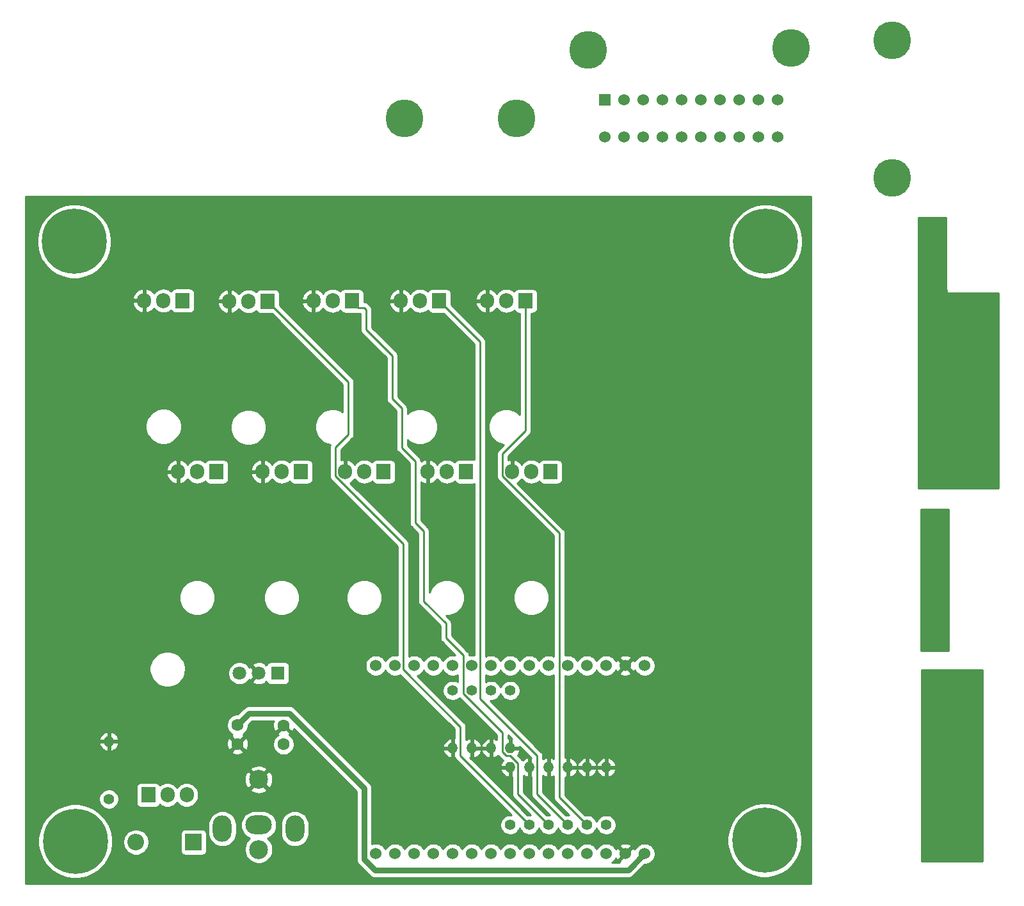
<source format=gbr>
%TF.GenerationSoftware,KiCad,Pcbnew,5.1.7-a382d34a8~88~ubuntu20.04.1*%
%TF.CreationDate,2021-03-09T09:32:07+01:00*%
%TF.ProjectId,narcise-redux,6e617263-6973-4652-9d72-656475782e6b,rev?*%
%TF.SameCoordinates,Original*%
%TF.FileFunction,Copper,L2,Bot*%
%TF.FilePolarity,Positive*%
%FSLAX46Y46*%
G04 Gerber Fmt 4.6, Leading zero omitted, Abs format (unit mm)*
G04 Created by KiCad (PCBNEW 5.1.7-a382d34a8~88~ubuntu20.04.1) date 2021-03-09 09:32:07*
%MOMM*%
%LPD*%
G01*
G04 APERTURE LIST*
%TA.AperFunction,ComponentPad*%
%ADD10C,5.000000*%
%TD*%
%TA.AperFunction,ComponentPad*%
%ADD11C,0.800000*%
%TD*%
%TA.AperFunction,ComponentPad*%
%ADD12C,8.600000*%
%TD*%
%TA.AperFunction,ComponentPad*%
%ADD13C,0.900000*%
%TD*%
%TA.AperFunction,ComponentPad*%
%ADD14O,1.400000X1.400000*%
%TD*%
%TA.AperFunction,ComponentPad*%
%ADD15C,1.400000*%
%TD*%
%TA.AperFunction,ComponentPad*%
%ADD16O,1.905000X2.000000*%
%TD*%
%TA.AperFunction,ComponentPad*%
%ADD17R,1.905000X2.000000*%
%TD*%
%TA.AperFunction,ComponentPad*%
%ADD18O,3.500000X2.500000*%
%TD*%
%TA.AperFunction,ComponentPad*%
%ADD19O,2.500000X3.500000*%
%TD*%
%TA.AperFunction,ComponentPad*%
%ADD20C,2.500000*%
%TD*%
%TA.AperFunction,ComponentPad*%
%ADD21C,1.524000*%
%TD*%
%TA.AperFunction,ComponentPad*%
%ADD22R,1.800000X1.800000*%
%TD*%
%TA.AperFunction,ComponentPad*%
%ADD23C,1.800000*%
%TD*%
%TA.AperFunction,ComponentPad*%
%ADD24C,1.600000*%
%TD*%
%TA.AperFunction,ComponentPad*%
%ADD25R,1.524000X1.524000*%
%TD*%
%TA.AperFunction,ComponentPad*%
%ADD26O,2.200000X2.200000*%
%TD*%
%TA.AperFunction,ComponentPad*%
%ADD27R,2.200000X2.200000*%
%TD*%
%TA.AperFunction,ViaPad*%
%ADD28C,0.800000*%
%TD*%
%TA.AperFunction,Conductor*%
%ADD29C,0.750000*%
%TD*%
%TA.AperFunction,Conductor*%
%ADD30C,0.250000*%
%TD*%
%TA.AperFunction,Conductor*%
%ADD31C,0.254000*%
%TD*%
%TA.AperFunction,Conductor*%
%ADD32C,0.100000*%
%TD*%
%TA.AperFunction,NonConductor*%
%ADD33C,0.254000*%
%TD*%
%TA.AperFunction,NonConductor*%
%ADD34C,0.100000*%
%TD*%
G04 APERTURE END LIST*
D10*
%TO.P,REF\u002A\u002A,1*%
%TO.N,N/C*%
X95122000Y-284725000D03*
D11*
X95122000Y-282850000D03*
X96447825Y-283399175D03*
X96997000Y-284725000D03*
X96447825Y-286050825D03*
X95122000Y-286600000D03*
X93796175Y-286050825D03*
X93247000Y-284725000D03*
X93796175Y-283399175D03*
%TD*%
%TO.P,REF\u002A\u002A,1*%
%TO.N,N/C*%
X78937175Y-283399175D03*
X78388000Y-284725000D03*
X78937175Y-286050825D03*
X80263000Y-286600000D03*
X81588825Y-286050825D03*
X82138000Y-284725000D03*
X81588825Y-283399175D03*
X80263000Y-282850000D03*
D10*
X80263000Y-284725000D03*
%TD*%
%TO.P,REF\u002A\u002A,1*%
%TO.N,N/C*%
X144793000Y-292577000D03*
D11*
X146668000Y-292577000D03*
X146118825Y-293902825D03*
X144793000Y-294452000D03*
X143467175Y-293902825D03*
X142918000Y-292577000D03*
X143467175Y-291251175D03*
X144793000Y-290702000D03*
X146118825Y-291251175D03*
%TD*%
%TO.P,REF\u002A\u002A,1*%
%TO.N,N/C*%
X146118825Y-273090175D03*
X144793000Y-272541000D03*
X143467175Y-273090175D03*
X142918000Y-274416000D03*
X143467175Y-275741825D03*
X144793000Y-276291000D03*
X146118825Y-275741825D03*
X146668000Y-274416000D03*
D10*
X144793000Y-274416000D03*
%TD*%
%TO.P,REF\u002A\u002A,1*%
%TO.N,N/C*%
X131378000Y-275447000D03*
D11*
X133253000Y-275447000D03*
X132703825Y-276772825D03*
X131378000Y-277322000D03*
X130052175Y-276772825D03*
X129503000Y-275447000D03*
X130052175Y-274121175D03*
X131378000Y-273572000D03*
X132703825Y-274121175D03*
%TD*%
%TO.P,REF\u002A\u002A,1*%
%TO.N,N/C*%
X105906825Y-274375175D03*
X104581000Y-273826000D03*
X103255175Y-274375175D03*
X102706000Y-275701000D03*
X103255175Y-277026825D03*
X104581000Y-277576000D03*
X105906825Y-277026825D03*
X106456000Y-275701000D03*
D10*
X104581000Y-275701000D03*
%TD*%
D12*
%TO.P,REF\u002A\u002A,1*%
%TO.N,N/C*%
X36599000Y-301006000D03*
D13*
X39824000Y-301006000D03*
X38879419Y-303286419D03*
X36599000Y-304231000D03*
X34318581Y-303286419D03*
X33374000Y-301006000D03*
X34318581Y-298725581D03*
X36599000Y-297781000D03*
X38879419Y-298725581D03*
%TD*%
D12*
%TO.P,REF\u002A\u002A,1*%
%TO.N,N/C*%
X128039000Y-301006000D03*
D13*
X131264000Y-301006000D03*
X130319419Y-303286419D03*
X128039000Y-304231000D03*
X125758581Y-303286419D03*
X124814000Y-301006000D03*
X125758581Y-298725581D03*
X128039000Y-297781000D03*
X130319419Y-298725581D03*
%TD*%
D12*
%TO.P,REF\u002A\u002A,1*%
%TO.N,N/C*%
X127912000Y-380254000D03*
D13*
X131137000Y-380254000D03*
X130192419Y-382534419D03*
X127912000Y-383479000D03*
X125631581Y-382534419D03*
X124687000Y-380254000D03*
X125631581Y-377973581D03*
X127912000Y-377029000D03*
X130192419Y-377973581D03*
%TD*%
%TO.P,REF\u002A\u002A,1*%
%TO.N,N/C*%
X39006419Y-378100581D03*
X36726000Y-377156000D03*
X34445581Y-378100581D03*
X33501000Y-380381000D03*
X34445581Y-382661419D03*
X36726000Y-383606000D03*
X39006419Y-382661419D03*
X39951000Y-380381000D03*
D12*
X36726000Y-380381000D03*
%TD*%
D14*
%TO.P,R11,2*%
%TO.N,POWER-IN-*%
X94257000Y-368062000D03*
D15*
%TO.P,R11,1*%
%TO.N,sheet10*%
X94257000Y-360442000D03*
%TD*%
D14*
%TO.P,R10,2*%
%TO.N,POWER-IN-*%
X91717000Y-368062000D03*
D15*
%TO.P,R10,1*%
%TO.N,sheet9*%
X91717000Y-360442000D03*
%TD*%
D14*
%TO.P,R9,2*%
%TO.N,POWER-IN-*%
X89177000Y-368062000D03*
D15*
%TO.P,R9,1*%
%TO.N,sheet8*%
X89177000Y-360442000D03*
%TD*%
D14*
%TO.P,R8,2*%
%TO.N,POWER-IN-*%
X86637000Y-368062000D03*
D15*
%TO.P,R8,1*%
%TO.N,sheet7*%
X86637000Y-360442000D03*
%TD*%
D14*
%TO.P,R7,2*%
%TO.N,POWER-IN-*%
X106957000Y-370602000D03*
D15*
%TO.P,R7,1*%
%TO.N,sheet6*%
X106957000Y-378222000D03*
%TD*%
D14*
%TO.P,R5,2*%
%TO.N,POWER-IN-*%
X104417000Y-370602000D03*
D15*
%TO.P,R5,1*%
%TO.N,sheet5*%
X104417000Y-378222000D03*
%TD*%
D14*
%TO.P,R4,2*%
%TO.N,POWER-IN-*%
X101877000Y-370602000D03*
D15*
%TO.P,R4,1*%
%TO.N,sheet4*%
X101877000Y-378222000D03*
%TD*%
D14*
%TO.P,R3,2*%
%TO.N,POWER-IN-*%
X99337000Y-370602000D03*
D15*
%TO.P,R3,1*%
%TO.N,sheet3*%
X99337000Y-378222000D03*
%TD*%
D14*
%TO.P,R2,2*%
%TO.N,POWER-IN-*%
X96797000Y-370602000D03*
D15*
%TO.P,R2,1*%
%TO.N,sheet2*%
X96797000Y-378222000D03*
%TD*%
D16*
%TO.P,Q11,3*%
%TO.N,POWER-IN-*%
X94511000Y-331486000D03*
%TO.P,Q11,2*%
%TO.N,Net-(Q11-Pad2)*%
X97051000Y-331486000D03*
D17*
%TO.P,Q11,1*%
%TO.N,sheet10*%
X99591000Y-331486000D03*
%TD*%
D16*
%TO.P,Q10,3*%
%TO.N,POWER-IN-*%
X83335000Y-331486000D03*
%TO.P,Q10,2*%
%TO.N,Net-(Q10-Pad2)*%
X85875000Y-331486000D03*
D17*
%TO.P,Q10,1*%
%TO.N,sheet9*%
X88415000Y-331486000D03*
%TD*%
D16*
%TO.P,Q9,3*%
%TO.N,POWER-IN-*%
X72413000Y-331486000D03*
%TO.P,Q9,2*%
%TO.N,Net-(Q9-Pad2)*%
X74953000Y-331486000D03*
D17*
%TO.P,Q9,1*%
%TO.N,sheet8*%
X77493000Y-331486000D03*
%TD*%
D16*
%TO.P,Q8,3*%
%TO.N,POWER-IN-*%
X61491000Y-331486000D03*
%TO.P,Q8,2*%
%TO.N,Net-(Q8-Pad2)*%
X64031000Y-331486000D03*
D17*
%TO.P,Q8,1*%
%TO.N,sheet7*%
X66571000Y-331486000D03*
%TD*%
D16*
%TO.P,Q7,3*%
%TO.N,POWER-IN-*%
X50315000Y-331486000D03*
%TO.P,Q7,2*%
%TO.N,Net-(Q7-Pad2)*%
X52855000Y-331486000D03*
D17*
%TO.P,Q7,1*%
%TO.N,sheet6*%
X55395000Y-331486000D03*
%TD*%
D16*
%TO.P,Q5,3*%
%TO.N,POWER-IN-*%
X91209000Y-308880000D03*
%TO.P,Q5,2*%
%TO.N,Net-(Q5-Pad2)*%
X93749000Y-308880000D03*
D17*
%TO.P,Q5,1*%
%TO.N,sheet5*%
X96289000Y-308880000D03*
%TD*%
D16*
%TO.P,Q4,3*%
%TO.N,POWER-IN-*%
X79779000Y-308880000D03*
%TO.P,Q4,2*%
%TO.N,Net-(Q4-Pad2)*%
X82319000Y-308880000D03*
D17*
%TO.P,Q4,1*%
%TO.N,sheet4*%
X84859000Y-308880000D03*
%TD*%
D16*
%TO.P,Q3,3*%
%TO.N,POWER-IN-*%
X68238000Y-308881000D03*
%TO.P,Q3,2*%
%TO.N,Net-(Q3-Pad2)*%
X70778000Y-308881000D03*
D17*
%TO.P,Q3,1*%
%TO.N,sheet3*%
X73318000Y-308881000D03*
%TD*%
D16*
%TO.P,Q2,3*%
%TO.N,POWER-IN-*%
X57099000Y-308939000D03*
%TO.P,Q2,2*%
%TO.N,Net-(Q2-Pad2)*%
X59639000Y-308939000D03*
D17*
%TO.P,Q2,1*%
%TO.N,sheet2*%
X62179000Y-308939000D03*
%TD*%
D18*
%TO.P,U21,1*%
%TO.N,POWER-IN+*%
X60983000Y-378222000D03*
D19*
%TO.P,U21,0*%
%TO.N,Net-(U21-Pad0)*%
X56183000Y-378722000D03*
X65783000Y-378722000D03*
D20*
%TO.P,U21,2*%
%TO.N,POWER-IN-*%
X60983000Y-372222000D03*
%TO.P,U21,0*%
%TO.N,Net-(U21-Pad0)*%
X60983000Y-381472000D03*
%TD*%
D21*
%TO.P,U11,30*%
%TO.N,Net-(U11-Pad30)*%
X76477000Y-357140000D03*
%TO.P,U11,29*%
%TO.N,Net-(U11-Pad29)*%
X79017000Y-357140000D03*
%TO.P,U11,28*%
%TO.N,Net-(U11-Pad28)*%
X81557000Y-357140000D03*
%TO.P,U11,27*%
%TO.N,Net-(U11-Pad27)*%
X84097000Y-357140000D03*
%TO.P,U11,26*%
%TO.N,sheet7*%
X86637000Y-357140000D03*
%TO.P,U11,25*%
%TO.N,sheet8*%
X89177000Y-357140000D03*
%TO.P,U11,24*%
%TO.N,sheet9*%
X91717000Y-357140000D03*
%TO.P,U11,23*%
%TO.N,sheet10*%
X94257000Y-357140000D03*
%TO.P,U11,22*%
%TO.N,Net-(U11-Pad22)*%
X96797000Y-357140000D03*
%TO.P,U11,21*%
%TO.N,Net-(U11-Pad21)*%
X99337000Y-357140000D03*
%TO.P,U11,20*%
%TO.N,Net-(U11-Pad20)*%
X101877000Y-357140000D03*
%TO.P,U11,19*%
%TO.N,Net-(U11-Pad19)*%
X104417000Y-357140000D03*
%TO.P,U11,18*%
%TO.N,Net-(U11-Pad18)*%
X106957000Y-357140000D03*
%TO.P,U11,17*%
%TO.N,POWER-IN-*%
X109497000Y-357140000D03*
%TO.P,U11,16*%
%TO.N,Net-(U11-Pad16)*%
X112037000Y-357140000D03*
%TO.P,U11,15*%
%TO.N,+5V*%
X112037000Y-382032000D03*
%TO.P,U11,14*%
%TO.N,POWER-IN-*%
X109497000Y-382032000D03*
X109497000Y-382032000D03*
%TO.P,U11,13*%
%TO.N,sheet6*%
X106957000Y-382032000D03*
%TO.P,U11,12*%
%TO.N,sheet5*%
X104417000Y-382032000D03*
%TO.P,U11,11*%
%TO.N,sheet4*%
X101877000Y-382032000D03*
%TO.P,U11,10*%
%TO.N,sheet3*%
X99337000Y-382032000D03*
%TO.P,U11,9*%
%TO.N,sheet2*%
X96797000Y-382032000D03*
%TO.P,U11,8*%
%TO.N,sheet1*%
X94257000Y-382032000D03*
%TO.P,U11,7*%
%TO.N,Net-(U11-Pad7)*%
X91717000Y-382032000D03*
%TO.P,U11,6*%
%TO.N,Net-(U11-Pad6)*%
X89177000Y-382032000D03*
%TO.P,U11,5*%
%TO.N,Net-(U11-Pad5)*%
X86637000Y-382032000D03*
%TO.P,U11,4*%
%TO.N,Net-(U11-Pad4)*%
X84097000Y-382032000D03*
%TO.P,U11,3*%
%TO.N,Net-(U11-Pad3)*%
X81557000Y-382032000D03*
%TO.P,U11,2*%
%TO.N,Net-(U11-Pad2)*%
X79017000Y-382032000D03*
%TO.P,U11,1*%
%TO.N,Net-(U11-Pad1)*%
X76477000Y-382032000D03*
%TD*%
D22*
%TO.P,U10,1*%
%TO.N,+24V*%
X63523000Y-358156000D03*
D23*
%TO.P,U10,2*%
%TO.N,POWER-IN-*%
X60983000Y-358156000D03*
%TO.P,U10,3*%
%TO.N,+5V*%
X58443000Y-358156000D03*
%TD*%
D14*
%TO.P,R6,2*%
%TO.N,POWER-IN-*%
X41171000Y-367173000D03*
D15*
%TO.P,R6,1*%
%TO.N,Net-(D1-Pad2)*%
X41171000Y-374793000D03*
%TD*%
D14*
%TO.P,R1,2*%
%TO.N,POWER-IN-*%
X94257000Y-370602000D03*
D15*
%TO.P,R1,1*%
%TO.N,sheet1*%
X94257000Y-378222000D03*
%TD*%
D16*
%TO.P,Q6,3*%
%TO.N,+24V*%
X51459000Y-374259000D03*
%TO.P,Q6,2*%
%TO.N,POWER-IN+*%
X48919000Y-374259000D03*
D17*
%TO.P,Q6,1*%
%TO.N,Net-(D1-Pad2)*%
X46379000Y-374259000D03*
%TD*%
D16*
%TO.P,Q1,3*%
%TO.N,POWER-IN-*%
X45856000Y-308835000D03*
%TO.P,Q1,2*%
%TO.N,Net-(Q1-Pad2)*%
X48396000Y-308835000D03*
D17*
%TO.P,Q1,1*%
%TO.N,sheet1*%
X50936000Y-308835000D03*
%TD*%
D24*
%TO.P,Murata-Ceramic-Capacitor-50v1-22uF2,2*%
%TO.N,POWER-IN-*%
X58189000Y-367514000D03*
%TO.P,Murata-Ceramic-Capacitor-50v1-22uF2,1*%
%TO.N,+5V*%
X58189000Y-365014000D03*
%TD*%
%TO.P,Murata-Ceramic-Capacitor-50v1-22uF1,2*%
%TO.N,POWER-IN-*%
X64285000Y-365054000D03*
%TO.P,Murata-Ceramic-Capacitor-50v1-22uF1,1*%
%TO.N,+24V*%
X64285000Y-367554000D03*
%TD*%
D21*
%TO.P,J8,20*%
%TO.N,Net-(J8-Pad1)*%
X129600000Y-287156400D03*
%TO.P,J8,19*%
X129600000Y-282305000D03*
%TO.P,J8,18*%
X127060000Y-287156400D03*
%TO.P,J8,17*%
X127060000Y-282305000D03*
%TO.P,J8,16*%
X124520000Y-287156400D03*
%TO.P,J8,15*%
X124520000Y-282305000D03*
%TO.P,J8,14*%
X121980000Y-287156400D03*
%TO.P,J8,13*%
X121980000Y-282305000D03*
%TO.P,J8,12*%
X119440000Y-287156400D03*
%TO.P,J8,11*%
X119440000Y-282305000D03*
%TO.P,J8,10*%
X116900000Y-287156400D03*
%TO.P,J8,9*%
X116900000Y-282305000D03*
%TO.P,J8,8*%
X114360000Y-287156400D03*
%TO.P,J8,7*%
X114360000Y-282305000D03*
%TO.P,J8,6*%
X111820000Y-287156400D03*
%TO.P,J8,5*%
X111820000Y-282305000D03*
%TO.P,J8,4*%
X109280000Y-287156400D03*
%TO.P,J8,3*%
X109280000Y-282305000D03*
%TO.P,J8,2*%
X106740000Y-287156400D03*
D25*
%TO.P,J8,1*%
X106740000Y-282305000D03*
%TD*%
D26*
%TO.P,D1,2*%
%TO.N,Net-(D1-Pad2)*%
X44759000Y-380508000D03*
D27*
%TO.P,D1,1*%
%TO.N,+24V*%
X52379000Y-380508000D03*
%TD*%
D28*
%TO.N,Net-(U3-Pad1)*%
X151434000Y-380540000D03*
X151624500Y-360410500D03*
%TO.N,Net-(X28-PadL1.1)*%
X150390000Y-351023000D03*
%TD*%
D29*
%TO.N,+5V*%
X74939999Y-382769761D02*
X76361238Y-384191000D01*
X74939999Y-373377997D02*
X74939999Y-382769761D01*
X65041001Y-363478999D02*
X74939999Y-373377997D01*
X59724001Y-363478999D02*
X65041001Y-363478999D01*
X58189000Y-365014000D02*
X59724001Y-363478999D01*
X109878000Y-384191000D02*
X112037000Y-382032000D01*
X76361238Y-384191000D02*
X109878000Y-384191000D01*
D30*
%TO.N,sheet2*%
X72853001Y-326537001D02*
X72853001Y-319613001D01*
X71135490Y-328254512D02*
X72853001Y-326537001D01*
X71135490Y-332062661D02*
X71135490Y-328254512D01*
X80104001Y-341031172D02*
X71135490Y-332062661D01*
X80104001Y-357661761D02*
X80104001Y-341031172D01*
X87662001Y-365219761D02*
X80104001Y-357661761D01*
X72853001Y-319613001D02*
X62179000Y-308939000D01*
X87662001Y-369087001D02*
X87662001Y-365219761D01*
X96797000Y-378222000D02*
X87662001Y-369087001D01*
%TO.N,sheet3*%
X74206000Y-309769000D02*
X73318000Y-308881000D01*
X75207000Y-312690000D02*
X75207000Y-310023000D01*
X78636000Y-316119000D02*
X75207000Y-312690000D01*
X79906000Y-323104000D02*
X78636000Y-321834000D01*
X79906000Y-328311000D02*
X79906000Y-323104000D01*
X81684000Y-330089000D02*
X79906000Y-328311000D01*
X81684000Y-338217000D02*
X81684000Y-330089000D01*
X78636000Y-321834000D02*
X78636000Y-316119000D01*
X99337000Y-378222000D02*
X95282001Y-374167001D01*
X74953000Y-309769000D02*
X74206000Y-309769000D01*
X95282001Y-374167001D02*
X95282001Y-370109999D01*
X95282001Y-370109999D02*
X94259003Y-369087001D01*
X75207000Y-310023000D02*
X74953000Y-309769000D01*
X94259003Y-369087001D02*
X93764999Y-369087001D01*
X93764999Y-369087001D02*
X93231999Y-368554001D01*
X93231999Y-368554001D02*
X93231999Y-366014001D01*
X88089999Y-360872001D02*
X88089999Y-355798999D01*
X85748000Y-353457000D02*
X85748000Y-351552000D01*
X85748000Y-351552000D02*
X82827000Y-348631000D01*
X82827000Y-348631000D02*
X82827000Y-339360000D01*
X93231999Y-366014001D02*
X88089999Y-360872001D01*
X88089999Y-355798999D02*
X85748000Y-353457000D01*
X82827000Y-339360000D02*
X81684000Y-338217000D01*
%TO.N,sheet4*%
X90264001Y-361529001D02*
X90264001Y-314285001D01*
X97822001Y-369087001D02*
X90264001Y-361529001D01*
X90264001Y-314285001D02*
X84859000Y-308880000D01*
X97822001Y-374167001D02*
X97822001Y-369087001D01*
X101877000Y-378222000D02*
X97822001Y-374167001D01*
%TO.N,sheet5*%
X93233490Y-332062661D02*
X93233490Y-329126512D01*
X100789999Y-339619170D02*
X93233490Y-332062661D01*
X96289000Y-326071002D02*
X96289000Y-308880000D01*
X93233490Y-329126512D02*
X96289000Y-326071002D01*
X100789999Y-374594999D02*
X100789999Y-339619170D01*
X104417000Y-378222000D02*
X100789999Y-374594999D01*
%TD*%
D31*
%TO.N,POWER-IN-*%
X134008000Y-385969000D02*
X30122000Y-385969000D01*
X30122000Y-379894945D01*
X31791000Y-379894945D01*
X31791000Y-380867055D01*
X31980650Y-381820486D01*
X32352660Y-382718599D01*
X32892735Y-383526879D01*
X33580121Y-384214265D01*
X34388401Y-384754340D01*
X35286514Y-385126350D01*
X36239945Y-385316000D01*
X37212055Y-385316000D01*
X38165486Y-385126350D01*
X39063599Y-384754340D01*
X39871879Y-384214265D01*
X40559265Y-383526879D01*
X41099340Y-382718599D01*
X41471350Y-381820486D01*
X41661000Y-380867055D01*
X41661000Y-380337117D01*
X43024000Y-380337117D01*
X43024000Y-380678883D01*
X43090675Y-381014081D01*
X43221463Y-381329831D01*
X43411337Y-381613998D01*
X43653002Y-381855663D01*
X43937169Y-382045537D01*
X44252919Y-382176325D01*
X44588117Y-382243000D01*
X44929883Y-382243000D01*
X45265081Y-382176325D01*
X45580831Y-382045537D01*
X45864998Y-381855663D01*
X46106663Y-381613998D01*
X46296537Y-381329831D01*
X46427325Y-381014081D01*
X46494000Y-380678883D01*
X46494000Y-380337117D01*
X46427325Y-380001919D01*
X46296537Y-379686169D01*
X46110671Y-379408000D01*
X50640928Y-379408000D01*
X50640928Y-381608000D01*
X50653188Y-381732482D01*
X50689498Y-381852180D01*
X50748463Y-381962494D01*
X50827815Y-382059185D01*
X50924506Y-382138537D01*
X51034820Y-382197502D01*
X51154518Y-382233812D01*
X51279000Y-382246072D01*
X53479000Y-382246072D01*
X53603482Y-382233812D01*
X53723180Y-382197502D01*
X53833494Y-382138537D01*
X53930185Y-382059185D01*
X54009537Y-381962494D01*
X54068502Y-381852180D01*
X54104812Y-381732482D01*
X54117072Y-381608000D01*
X54117072Y-379408000D01*
X54104812Y-379283518D01*
X54068502Y-379163820D01*
X54009537Y-379053506D01*
X53930185Y-378956815D01*
X53833494Y-378877463D01*
X53723180Y-378818498D01*
X53603482Y-378782188D01*
X53479000Y-378769928D01*
X51279000Y-378769928D01*
X51154518Y-378782188D01*
X51034820Y-378818498D01*
X50924506Y-378877463D01*
X50827815Y-378956815D01*
X50748463Y-379053506D01*
X50689498Y-379163820D01*
X50653188Y-379283518D01*
X50640928Y-379408000D01*
X46110671Y-379408000D01*
X46106663Y-379402002D01*
X45864998Y-379160337D01*
X45580831Y-378970463D01*
X45265081Y-378839675D01*
X44929883Y-378773000D01*
X44588117Y-378773000D01*
X44252919Y-378839675D01*
X43937169Y-378970463D01*
X43653002Y-379160337D01*
X43411337Y-379402002D01*
X43221463Y-379686169D01*
X43090675Y-380001919D01*
X43024000Y-380337117D01*
X41661000Y-380337117D01*
X41661000Y-379894945D01*
X41471350Y-378941514D01*
X41134964Y-378129403D01*
X54298000Y-378129403D01*
X54298000Y-379314596D01*
X54325275Y-379591523D01*
X54433061Y-379946847D01*
X54608097Y-380274317D01*
X54843655Y-380561345D01*
X55130683Y-380796903D01*
X55458152Y-380971939D01*
X55813476Y-381079725D01*
X56183000Y-381116120D01*
X56552523Y-381079725D01*
X56907847Y-380971939D01*
X57235317Y-380796903D01*
X57522345Y-380561345D01*
X57757903Y-380274317D01*
X57932939Y-379946848D01*
X58040725Y-379591524D01*
X58068000Y-379314597D01*
X58068000Y-378222000D01*
X58588880Y-378222000D01*
X58625275Y-378591524D01*
X58733061Y-378946848D01*
X58908097Y-379274317D01*
X59143655Y-379561345D01*
X59430683Y-379796903D01*
X59758152Y-379971939D01*
X59811067Y-379987990D01*
X59781382Y-380007825D01*
X59518825Y-380270382D01*
X59312534Y-380579118D01*
X59170439Y-380922166D01*
X59098000Y-381286344D01*
X59098000Y-381657656D01*
X59170439Y-382021834D01*
X59312534Y-382364882D01*
X59518825Y-382673618D01*
X59781382Y-382936175D01*
X60090118Y-383142466D01*
X60433166Y-383284561D01*
X60797344Y-383357000D01*
X61168656Y-383357000D01*
X61532834Y-383284561D01*
X61875882Y-383142466D01*
X62184618Y-382936175D01*
X62447175Y-382673618D01*
X62653466Y-382364882D01*
X62795561Y-382021834D01*
X62868000Y-381657656D01*
X62868000Y-381286344D01*
X62795561Y-380922166D01*
X62653466Y-380579118D01*
X62447175Y-380270382D01*
X62184618Y-380007825D01*
X62154933Y-379987990D01*
X62207848Y-379971939D01*
X62535317Y-379796903D01*
X62822345Y-379561345D01*
X63057903Y-379274317D01*
X63232939Y-378946848D01*
X63340725Y-378591524D01*
X63377120Y-378222000D01*
X63368000Y-378129403D01*
X63898000Y-378129403D01*
X63898000Y-379314596D01*
X63925275Y-379591523D01*
X64033061Y-379946847D01*
X64208097Y-380274317D01*
X64443655Y-380561345D01*
X64730683Y-380796903D01*
X65058152Y-380971939D01*
X65413476Y-381079725D01*
X65783000Y-381116120D01*
X66152523Y-381079725D01*
X66507847Y-380971939D01*
X66835317Y-380796903D01*
X67122345Y-380561345D01*
X67357903Y-380274317D01*
X67532939Y-379946848D01*
X67640725Y-379591524D01*
X67668000Y-379314597D01*
X67668000Y-378129403D01*
X67640725Y-377852476D01*
X67532939Y-377497152D01*
X67357903Y-377169683D01*
X67122345Y-376882655D01*
X66835317Y-376647097D01*
X66507848Y-376472061D01*
X66152524Y-376364275D01*
X65783000Y-376327880D01*
X65413477Y-376364275D01*
X65058153Y-376472061D01*
X64730684Y-376647097D01*
X64443656Y-376882655D01*
X64208098Y-377169683D01*
X64033061Y-377497152D01*
X63925275Y-377852476D01*
X63898000Y-378129403D01*
X63368000Y-378129403D01*
X63340725Y-377852476D01*
X63232939Y-377497152D01*
X63057903Y-377169683D01*
X62822345Y-376882655D01*
X62535317Y-376647097D01*
X62207848Y-376472061D01*
X61852524Y-376364275D01*
X61575597Y-376337000D01*
X60390403Y-376337000D01*
X60113476Y-376364275D01*
X59758152Y-376472061D01*
X59430683Y-376647097D01*
X59143655Y-376882655D01*
X58908097Y-377169683D01*
X58733061Y-377497152D01*
X58625275Y-377852476D01*
X58588880Y-378222000D01*
X58068000Y-378222000D01*
X58068000Y-378129403D01*
X58040725Y-377852476D01*
X57932939Y-377497152D01*
X57757903Y-377169683D01*
X57522345Y-376882655D01*
X57235317Y-376647097D01*
X56907848Y-376472061D01*
X56552524Y-376364275D01*
X56183000Y-376327880D01*
X55813477Y-376364275D01*
X55458153Y-376472061D01*
X55130684Y-376647097D01*
X54843656Y-376882655D01*
X54608098Y-377169683D01*
X54433061Y-377497152D01*
X54325275Y-377852476D01*
X54298000Y-378129403D01*
X41134964Y-378129403D01*
X41099340Y-378043401D01*
X40559265Y-377235121D01*
X39871879Y-376547735D01*
X39063599Y-376007660D01*
X38165486Y-375635650D01*
X37212055Y-375446000D01*
X36239945Y-375446000D01*
X35286514Y-375635650D01*
X34388401Y-376007660D01*
X33580121Y-376547735D01*
X32892735Y-377235121D01*
X32352660Y-378043401D01*
X31980650Y-378941514D01*
X31791000Y-379894945D01*
X30122000Y-379894945D01*
X30122000Y-374661514D01*
X39836000Y-374661514D01*
X39836000Y-374924486D01*
X39887304Y-375182405D01*
X39987939Y-375425359D01*
X40134038Y-375644013D01*
X40319987Y-375829962D01*
X40538641Y-375976061D01*
X40781595Y-376076696D01*
X41039514Y-376128000D01*
X41302486Y-376128000D01*
X41560405Y-376076696D01*
X41803359Y-375976061D01*
X42022013Y-375829962D01*
X42207962Y-375644013D01*
X42354061Y-375425359D01*
X42454696Y-375182405D01*
X42506000Y-374924486D01*
X42506000Y-374661514D01*
X42454696Y-374403595D01*
X42354061Y-374160641D01*
X42207962Y-373941987D01*
X42022013Y-373756038D01*
X41803359Y-373609939D01*
X41560405Y-373509304D01*
X41302486Y-373458000D01*
X41039514Y-373458000D01*
X40781595Y-373509304D01*
X40538641Y-373609939D01*
X40319987Y-373756038D01*
X40134038Y-373941987D01*
X39987939Y-374160641D01*
X39887304Y-374403595D01*
X39836000Y-374661514D01*
X30122000Y-374661514D01*
X30122000Y-373259000D01*
X44788428Y-373259000D01*
X44788428Y-375259000D01*
X44800688Y-375383482D01*
X44836998Y-375503180D01*
X44895963Y-375613494D01*
X44975315Y-375710185D01*
X45072006Y-375789537D01*
X45182320Y-375848502D01*
X45302018Y-375884812D01*
X45426500Y-375897072D01*
X47331500Y-375897072D01*
X47455982Y-375884812D01*
X47575680Y-375848502D01*
X47685994Y-375789537D01*
X47782685Y-375710185D01*
X47862037Y-375613494D01*
X47906905Y-375529553D01*
X48032766Y-375632845D01*
X48308552Y-375780255D01*
X48607797Y-375871030D01*
X48919000Y-375901681D01*
X49230204Y-375871030D01*
X49529449Y-375780255D01*
X49805235Y-375632845D01*
X50046963Y-375434463D01*
X50189000Y-375261391D01*
X50331037Y-375434463D01*
X50572766Y-375632845D01*
X50848552Y-375780255D01*
X51147797Y-375871030D01*
X51459000Y-375901681D01*
X51770204Y-375871030D01*
X52069449Y-375780255D01*
X52345235Y-375632845D01*
X52586963Y-375434463D01*
X52785345Y-375192734D01*
X52932755Y-374916948D01*
X53023530Y-374617703D01*
X53046500Y-374384485D01*
X53046500Y-374133514D01*
X53023530Y-373900296D01*
X52932755Y-373601051D01*
X52897774Y-373535605D01*
X59849000Y-373535605D01*
X59974914Y-373825577D01*
X60307126Y-373991433D01*
X60665312Y-374089290D01*
X61035706Y-374115389D01*
X61404075Y-374068725D01*
X61756262Y-373951094D01*
X61991086Y-373825577D01*
X62117000Y-373535605D01*
X60983000Y-372401605D01*
X59849000Y-373535605D01*
X52897774Y-373535605D01*
X52785345Y-373325265D01*
X52586963Y-373083537D01*
X52345234Y-372885155D01*
X52069448Y-372737745D01*
X51770203Y-372646970D01*
X51459000Y-372616319D01*
X51147796Y-372646970D01*
X50848551Y-372737745D01*
X50572765Y-372885155D01*
X50331037Y-373083537D01*
X50189000Y-373256609D01*
X50046963Y-373083537D01*
X49805234Y-372885155D01*
X49529448Y-372737745D01*
X49230203Y-372646970D01*
X48919000Y-372616319D01*
X48607796Y-372646970D01*
X48308551Y-372737745D01*
X48032765Y-372885155D01*
X47906905Y-372988446D01*
X47862037Y-372904506D01*
X47782685Y-372807815D01*
X47685994Y-372728463D01*
X47575680Y-372669498D01*
X47455982Y-372633188D01*
X47331500Y-372620928D01*
X45426500Y-372620928D01*
X45302018Y-372633188D01*
X45182320Y-372669498D01*
X45072006Y-372728463D01*
X44975315Y-372807815D01*
X44895963Y-372904506D01*
X44836998Y-373014820D01*
X44800688Y-373134518D01*
X44788428Y-373259000D01*
X30122000Y-373259000D01*
X30122000Y-372274706D01*
X59089611Y-372274706D01*
X59136275Y-372643075D01*
X59253906Y-372995262D01*
X59379423Y-373230086D01*
X59669395Y-373356000D01*
X60803395Y-372222000D01*
X61162605Y-372222000D01*
X62296605Y-373356000D01*
X62586577Y-373230086D01*
X62752433Y-372897874D01*
X62850290Y-372539688D01*
X62876389Y-372169294D01*
X62829725Y-371800925D01*
X62712094Y-371448738D01*
X62586577Y-371213914D01*
X62296605Y-371088000D01*
X61162605Y-372222000D01*
X60803395Y-372222000D01*
X59669395Y-371088000D01*
X59379423Y-371213914D01*
X59213567Y-371546126D01*
X59115710Y-371904312D01*
X59089611Y-372274706D01*
X30122000Y-372274706D01*
X30122000Y-370908395D01*
X59849000Y-370908395D01*
X60983000Y-372042395D01*
X62117000Y-370908395D01*
X61991086Y-370618423D01*
X61658874Y-370452567D01*
X61300688Y-370354710D01*
X60930294Y-370328611D01*
X60561925Y-370375275D01*
X60209738Y-370492906D01*
X59974914Y-370618423D01*
X59849000Y-370908395D01*
X30122000Y-370908395D01*
X30122000Y-368506702D01*
X57375903Y-368506702D01*
X57447486Y-368750671D01*
X57702996Y-368871571D01*
X57977184Y-368940300D01*
X58259512Y-368954217D01*
X58539130Y-368912787D01*
X58805292Y-368817603D01*
X58930514Y-368750671D01*
X59002097Y-368506702D01*
X58189000Y-367693605D01*
X57375903Y-368506702D01*
X30122000Y-368506702D01*
X30122000Y-367506330D01*
X39878278Y-367506330D01*
X39968147Y-367752123D01*
X40104241Y-367975660D01*
X40281330Y-368168351D01*
X40492608Y-368322792D01*
X40729956Y-368433047D01*
X40837671Y-368465716D01*
X41044000Y-368342374D01*
X41044000Y-367300000D01*
X41298000Y-367300000D01*
X41298000Y-368342374D01*
X41504329Y-368465716D01*
X41612044Y-368433047D01*
X41849392Y-368322792D01*
X42060670Y-368168351D01*
X42237759Y-367975660D01*
X42373853Y-367752123D01*
X42435136Y-367584512D01*
X56748783Y-367584512D01*
X56790213Y-367864130D01*
X56885397Y-368130292D01*
X56952329Y-368255514D01*
X57196298Y-368327097D01*
X58009395Y-367514000D01*
X58368605Y-367514000D01*
X59181702Y-368327097D01*
X59425671Y-368255514D01*
X59546571Y-368000004D01*
X59615300Y-367725816D01*
X59629217Y-367443488D01*
X59624651Y-367412665D01*
X62850000Y-367412665D01*
X62850000Y-367695335D01*
X62905147Y-367972574D01*
X63013320Y-368233727D01*
X63170363Y-368468759D01*
X63370241Y-368668637D01*
X63605273Y-368825680D01*
X63866426Y-368933853D01*
X64143665Y-368989000D01*
X64426335Y-368989000D01*
X64703574Y-368933853D01*
X64964727Y-368825680D01*
X65199759Y-368668637D01*
X65399637Y-368468759D01*
X65556680Y-368233727D01*
X65664853Y-367972574D01*
X65720000Y-367695335D01*
X65720000Y-367412665D01*
X65664853Y-367135426D01*
X65556680Y-366874273D01*
X65399637Y-366639241D01*
X65199759Y-366439363D01*
X64999131Y-366305308D01*
X65026514Y-366290671D01*
X65098097Y-366046702D01*
X64285000Y-365233605D01*
X63471903Y-366046702D01*
X63543486Y-366290671D01*
X63572341Y-366304324D01*
X63370241Y-366439363D01*
X63170363Y-366639241D01*
X63013320Y-366874273D01*
X62905147Y-367135426D01*
X62850000Y-367412665D01*
X59624651Y-367412665D01*
X59587787Y-367163870D01*
X59492603Y-366897708D01*
X59425671Y-366772486D01*
X59181702Y-366700903D01*
X58368605Y-367514000D01*
X58009395Y-367514000D01*
X57196298Y-366700903D01*
X56952329Y-366772486D01*
X56831429Y-367027996D01*
X56762700Y-367302184D01*
X56748783Y-367584512D01*
X42435136Y-367584512D01*
X42463722Y-367506330D01*
X42341201Y-367300000D01*
X41298000Y-367300000D01*
X41044000Y-367300000D01*
X40000799Y-367300000D01*
X39878278Y-367506330D01*
X30122000Y-367506330D01*
X30122000Y-366839670D01*
X39878278Y-366839670D01*
X40000799Y-367046000D01*
X41044000Y-367046000D01*
X41044000Y-366003626D01*
X41298000Y-366003626D01*
X41298000Y-367046000D01*
X42341201Y-367046000D01*
X42463722Y-366839670D01*
X42373853Y-366593877D01*
X42237759Y-366370340D01*
X42060670Y-366177649D01*
X41849392Y-366023208D01*
X41612044Y-365912953D01*
X41504329Y-365880284D01*
X41298000Y-366003626D01*
X41044000Y-366003626D01*
X40837671Y-365880284D01*
X40729956Y-365912953D01*
X40492608Y-366023208D01*
X40281330Y-366177649D01*
X40104241Y-366370340D01*
X39968147Y-366593877D01*
X39878278Y-366839670D01*
X30122000Y-366839670D01*
X30122000Y-364872665D01*
X56754000Y-364872665D01*
X56754000Y-365155335D01*
X56809147Y-365432574D01*
X56917320Y-365693727D01*
X57074363Y-365928759D01*
X57274241Y-366128637D01*
X57474869Y-366262692D01*
X57447486Y-366277329D01*
X57375903Y-366521298D01*
X58189000Y-367334395D01*
X59002097Y-366521298D01*
X58930514Y-366277329D01*
X58901659Y-366263676D01*
X59103759Y-366128637D01*
X59303637Y-365928759D01*
X59460680Y-365693727D01*
X59568853Y-365432574D01*
X59624000Y-365155335D01*
X59624000Y-365007355D01*
X60142356Y-364488999D01*
X62964808Y-364488999D01*
X62927429Y-364567996D01*
X62858700Y-364842184D01*
X62844783Y-365124512D01*
X62886213Y-365404130D01*
X62981397Y-365670292D01*
X63048329Y-365795514D01*
X63292298Y-365867097D01*
X64105395Y-365054000D01*
X64091253Y-365039858D01*
X64270858Y-364860253D01*
X64285000Y-364874395D01*
X64299143Y-364860253D01*
X64478748Y-365039858D01*
X64464605Y-365054000D01*
X65277702Y-365867097D01*
X65521671Y-365795514D01*
X65642571Y-365540004D01*
X65648800Y-365515153D01*
X73929999Y-373796352D01*
X73930000Y-382720143D01*
X73925113Y-382769761D01*
X73944614Y-382967755D01*
X74002367Y-383158140D01*
X74096153Y-383333601D01*
X74174445Y-383429000D01*
X74222367Y-383487394D01*
X74260900Y-383519017D01*
X75611981Y-384870099D01*
X75643605Y-384908633D01*
X75797398Y-385034847D01*
X75972858Y-385128632D01*
X76163244Y-385186385D01*
X76311630Y-385201000D01*
X76311639Y-385201000D01*
X76361237Y-385205885D01*
X76410835Y-385201000D01*
X109828392Y-385201000D01*
X109878000Y-385205886D01*
X110075994Y-385186385D01*
X110075997Y-385186384D01*
X110266380Y-385128632D01*
X110441840Y-385034847D01*
X110595633Y-384908633D01*
X110627261Y-384870094D01*
X112068355Y-383429000D01*
X112174592Y-383429000D01*
X112444490Y-383375314D01*
X112698727Y-383270005D01*
X112927535Y-383117120D01*
X113122120Y-382922535D01*
X113275005Y-382693727D01*
X113380314Y-382439490D01*
X113434000Y-382169592D01*
X113434000Y-381894408D01*
X113380314Y-381624510D01*
X113275005Y-381370273D01*
X113122120Y-381141465D01*
X112927535Y-380946880D01*
X112698727Y-380793995D01*
X112444490Y-380688686D01*
X112174592Y-380635000D01*
X111899408Y-380635000D01*
X111629510Y-380688686D01*
X111375273Y-380793995D01*
X111146465Y-380946880D01*
X110951880Y-381141465D01*
X110798995Y-381370273D01*
X110769308Y-381441943D01*
X110764636Y-381428977D01*
X110702656Y-381313020D01*
X110462565Y-381246040D01*
X109676605Y-382032000D01*
X109690748Y-382046143D01*
X109511143Y-382225748D01*
X109497000Y-382211605D01*
X108711040Y-382997565D01*
X108762214Y-383181000D01*
X107751932Y-383181000D01*
X107847535Y-383117120D01*
X108042120Y-382922535D01*
X108195005Y-382693727D01*
X108224692Y-382622057D01*
X108229364Y-382635023D01*
X108291344Y-382750980D01*
X108531435Y-382817960D01*
X109317395Y-382032000D01*
X108531435Y-381246040D01*
X108291344Y-381313020D01*
X108227515Y-381448760D01*
X108195005Y-381370273D01*
X108042120Y-381141465D01*
X107967090Y-381066435D01*
X108711040Y-381066435D01*
X109497000Y-381852395D01*
X110282960Y-381066435D01*
X110215980Y-380826344D01*
X109966952Y-380709244D01*
X109699865Y-380642977D01*
X109424983Y-380630090D01*
X109152867Y-380671078D01*
X108893977Y-380764364D01*
X108778020Y-380826344D01*
X108711040Y-381066435D01*
X107967090Y-381066435D01*
X107847535Y-380946880D01*
X107618727Y-380793995D01*
X107364490Y-380688686D01*
X107094592Y-380635000D01*
X106819408Y-380635000D01*
X106549510Y-380688686D01*
X106295273Y-380793995D01*
X106066465Y-380946880D01*
X105871880Y-381141465D01*
X105718995Y-381370273D01*
X105687000Y-381447515D01*
X105655005Y-381370273D01*
X105502120Y-381141465D01*
X105307535Y-380946880D01*
X105078727Y-380793995D01*
X104824490Y-380688686D01*
X104554592Y-380635000D01*
X104279408Y-380635000D01*
X104009510Y-380688686D01*
X103755273Y-380793995D01*
X103526465Y-380946880D01*
X103331880Y-381141465D01*
X103178995Y-381370273D01*
X103147000Y-381447515D01*
X103115005Y-381370273D01*
X102962120Y-381141465D01*
X102767535Y-380946880D01*
X102538727Y-380793995D01*
X102284490Y-380688686D01*
X102014592Y-380635000D01*
X101739408Y-380635000D01*
X101469510Y-380688686D01*
X101215273Y-380793995D01*
X100986465Y-380946880D01*
X100791880Y-381141465D01*
X100638995Y-381370273D01*
X100607000Y-381447515D01*
X100575005Y-381370273D01*
X100422120Y-381141465D01*
X100227535Y-380946880D01*
X99998727Y-380793995D01*
X99744490Y-380688686D01*
X99474592Y-380635000D01*
X99199408Y-380635000D01*
X98929510Y-380688686D01*
X98675273Y-380793995D01*
X98446465Y-380946880D01*
X98251880Y-381141465D01*
X98098995Y-381370273D01*
X98067000Y-381447515D01*
X98035005Y-381370273D01*
X97882120Y-381141465D01*
X97687535Y-380946880D01*
X97458727Y-380793995D01*
X97204490Y-380688686D01*
X96934592Y-380635000D01*
X96659408Y-380635000D01*
X96389510Y-380688686D01*
X96135273Y-380793995D01*
X95906465Y-380946880D01*
X95711880Y-381141465D01*
X95558995Y-381370273D01*
X95527000Y-381447515D01*
X95495005Y-381370273D01*
X95342120Y-381141465D01*
X95147535Y-380946880D01*
X94918727Y-380793995D01*
X94664490Y-380688686D01*
X94394592Y-380635000D01*
X94119408Y-380635000D01*
X93849510Y-380688686D01*
X93595273Y-380793995D01*
X93366465Y-380946880D01*
X93171880Y-381141465D01*
X93018995Y-381370273D01*
X92987000Y-381447515D01*
X92955005Y-381370273D01*
X92802120Y-381141465D01*
X92607535Y-380946880D01*
X92378727Y-380793995D01*
X92124490Y-380688686D01*
X91854592Y-380635000D01*
X91579408Y-380635000D01*
X91309510Y-380688686D01*
X91055273Y-380793995D01*
X90826465Y-380946880D01*
X90631880Y-381141465D01*
X90478995Y-381370273D01*
X90447000Y-381447515D01*
X90415005Y-381370273D01*
X90262120Y-381141465D01*
X90067535Y-380946880D01*
X89838727Y-380793995D01*
X89584490Y-380688686D01*
X89314592Y-380635000D01*
X89039408Y-380635000D01*
X88769510Y-380688686D01*
X88515273Y-380793995D01*
X88286465Y-380946880D01*
X88091880Y-381141465D01*
X87938995Y-381370273D01*
X87907000Y-381447515D01*
X87875005Y-381370273D01*
X87722120Y-381141465D01*
X87527535Y-380946880D01*
X87298727Y-380793995D01*
X87044490Y-380688686D01*
X86774592Y-380635000D01*
X86499408Y-380635000D01*
X86229510Y-380688686D01*
X85975273Y-380793995D01*
X85746465Y-380946880D01*
X85551880Y-381141465D01*
X85398995Y-381370273D01*
X85367000Y-381447515D01*
X85335005Y-381370273D01*
X85182120Y-381141465D01*
X84987535Y-380946880D01*
X84758727Y-380793995D01*
X84504490Y-380688686D01*
X84234592Y-380635000D01*
X83959408Y-380635000D01*
X83689510Y-380688686D01*
X83435273Y-380793995D01*
X83206465Y-380946880D01*
X83011880Y-381141465D01*
X82858995Y-381370273D01*
X82827000Y-381447515D01*
X82795005Y-381370273D01*
X82642120Y-381141465D01*
X82447535Y-380946880D01*
X82218727Y-380793995D01*
X81964490Y-380688686D01*
X81694592Y-380635000D01*
X81419408Y-380635000D01*
X81149510Y-380688686D01*
X80895273Y-380793995D01*
X80666465Y-380946880D01*
X80471880Y-381141465D01*
X80318995Y-381370273D01*
X80287000Y-381447515D01*
X80255005Y-381370273D01*
X80102120Y-381141465D01*
X79907535Y-380946880D01*
X79678727Y-380793995D01*
X79424490Y-380688686D01*
X79154592Y-380635000D01*
X78879408Y-380635000D01*
X78609510Y-380688686D01*
X78355273Y-380793995D01*
X78126465Y-380946880D01*
X77931880Y-381141465D01*
X77778995Y-381370273D01*
X77747000Y-381447515D01*
X77715005Y-381370273D01*
X77562120Y-381141465D01*
X77367535Y-380946880D01*
X77138727Y-380793995D01*
X76884490Y-380688686D01*
X76614592Y-380635000D01*
X76339408Y-380635000D01*
X76069510Y-380688686D01*
X75949999Y-380738189D01*
X75949999Y-379767945D01*
X122977000Y-379767945D01*
X122977000Y-380740055D01*
X123166650Y-381693486D01*
X123538660Y-382591599D01*
X124078735Y-383399879D01*
X124766121Y-384087265D01*
X125574401Y-384627340D01*
X126472514Y-384999350D01*
X127425945Y-385189000D01*
X128398055Y-385189000D01*
X129351486Y-384999350D01*
X130249599Y-384627340D01*
X131057879Y-384087265D01*
X131745265Y-383399879D01*
X132285340Y-382591599D01*
X132657350Y-381693486D01*
X132847000Y-380740055D01*
X132847000Y-379767945D01*
X132657350Y-378814514D01*
X132285340Y-377916401D01*
X131745265Y-377108121D01*
X131057879Y-376420735D01*
X130249599Y-375880660D01*
X129351486Y-375508650D01*
X128398055Y-375319000D01*
X127425945Y-375319000D01*
X126472514Y-375508650D01*
X125574401Y-375880660D01*
X124766121Y-376420735D01*
X124078735Y-377108121D01*
X123538660Y-377916401D01*
X123166650Y-378814514D01*
X122977000Y-379767945D01*
X75949999Y-379767945D01*
X75949999Y-373427601D01*
X75954885Y-373377996D01*
X75949691Y-373325265D01*
X75935384Y-373180003D01*
X75877631Y-372989617D01*
X75783846Y-372814157D01*
X75657632Y-372660364D01*
X75619093Y-372628736D01*
X71385687Y-368395330D01*
X85344278Y-368395330D01*
X85434147Y-368641123D01*
X85570241Y-368864660D01*
X85747330Y-369057351D01*
X85958608Y-369211792D01*
X86195956Y-369322047D01*
X86303671Y-369354716D01*
X86510000Y-369231374D01*
X86510000Y-368189000D01*
X85466799Y-368189000D01*
X85344278Y-368395330D01*
X71385687Y-368395330D01*
X70719027Y-367728670D01*
X85344278Y-367728670D01*
X85466799Y-367935000D01*
X86510000Y-367935000D01*
X86510000Y-366892626D01*
X86303671Y-366769284D01*
X86195956Y-366801953D01*
X85958608Y-366912208D01*
X85747330Y-367066649D01*
X85570241Y-367259340D01*
X85434147Y-367482877D01*
X85344278Y-367728670D01*
X70719027Y-367728670D01*
X65790262Y-362799905D01*
X65758634Y-362761366D01*
X65604841Y-362635152D01*
X65429381Y-362541367D01*
X65238995Y-362483614D01*
X65090609Y-362468999D01*
X65041001Y-362464113D01*
X64991393Y-362468999D01*
X59773605Y-362468999D01*
X59724000Y-362464113D01*
X59674395Y-362468999D01*
X59674393Y-362468999D01*
X59526007Y-362483614D01*
X59335621Y-362541367D01*
X59160161Y-362635152D01*
X59006368Y-362761366D01*
X58974740Y-362799905D01*
X58195645Y-363579000D01*
X58047665Y-363579000D01*
X57770426Y-363634147D01*
X57509273Y-363742320D01*
X57274241Y-363899363D01*
X57074363Y-364099241D01*
X56917320Y-364334273D01*
X56809147Y-364595426D01*
X56754000Y-364872665D01*
X30122000Y-364872665D01*
X30122000Y-357364098D01*
X46534000Y-357364098D01*
X46534000Y-357833902D01*
X46625654Y-358294679D01*
X46805440Y-358728721D01*
X47066450Y-359119349D01*
X47398651Y-359451550D01*
X47789279Y-359712560D01*
X48223321Y-359892346D01*
X48684098Y-359984000D01*
X49153902Y-359984000D01*
X49614679Y-359892346D01*
X50048721Y-359712560D01*
X50439349Y-359451550D01*
X50771550Y-359119349D01*
X51032560Y-358728721D01*
X51212346Y-358294679D01*
X51270003Y-358004816D01*
X56908000Y-358004816D01*
X56908000Y-358307184D01*
X56966989Y-358603743D01*
X57082701Y-358883095D01*
X57250688Y-359134505D01*
X57464495Y-359348312D01*
X57715905Y-359516299D01*
X57995257Y-359632011D01*
X58291816Y-359691000D01*
X58594184Y-359691000D01*
X58890743Y-359632011D01*
X59170095Y-359516299D01*
X59421505Y-359348312D01*
X59635312Y-359134505D01*
X59737951Y-358980895D01*
X59918920Y-359040475D01*
X60803395Y-358156000D01*
X59918920Y-357271525D01*
X59737951Y-357331105D01*
X59635312Y-357177495D01*
X59549737Y-357091920D01*
X60098525Y-357091920D01*
X60983000Y-357976395D01*
X60997143Y-357962253D01*
X61176748Y-358141858D01*
X61162605Y-358156000D01*
X61176748Y-358170143D01*
X60997143Y-358349748D01*
X60983000Y-358335605D01*
X60098525Y-359220080D01*
X60182208Y-359474261D01*
X60454775Y-359605158D01*
X60747642Y-359680365D01*
X61049553Y-359696991D01*
X61348907Y-359654397D01*
X61634199Y-359554222D01*
X61783792Y-359474261D01*
X61867474Y-359220082D01*
X61983422Y-359336030D01*
X62030187Y-359289265D01*
X62033498Y-359300180D01*
X62092463Y-359410494D01*
X62171815Y-359507185D01*
X62268506Y-359586537D01*
X62378820Y-359645502D01*
X62498518Y-359681812D01*
X62623000Y-359694072D01*
X64423000Y-359694072D01*
X64547482Y-359681812D01*
X64667180Y-359645502D01*
X64777494Y-359586537D01*
X64874185Y-359507185D01*
X64953537Y-359410494D01*
X65012502Y-359300180D01*
X65048812Y-359180482D01*
X65061072Y-359056000D01*
X65061072Y-357256000D01*
X65048812Y-357131518D01*
X65012502Y-357011820D01*
X64953537Y-356901506D01*
X64874185Y-356804815D01*
X64777494Y-356725463D01*
X64667180Y-356666498D01*
X64547482Y-356630188D01*
X64423000Y-356617928D01*
X62623000Y-356617928D01*
X62498518Y-356630188D01*
X62378820Y-356666498D01*
X62268506Y-356725463D01*
X62171815Y-356804815D01*
X62092463Y-356901506D01*
X62033498Y-357011820D01*
X62030187Y-357022735D01*
X61983422Y-356975970D01*
X61867474Y-357091918D01*
X61783792Y-356837739D01*
X61511225Y-356706842D01*
X61218358Y-356631635D01*
X60916447Y-356615009D01*
X60617093Y-356657603D01*
X60331801Y-356757778D01*
X60182208Y-356837739D01*
X60098525Y-357091920D01*
X59549737Y-357091920D01*
X59421505Y-356963688D01*
X59170095Y-356795701D01*
X58890743Y-356679989D01*
X58594184Y-356621000D01*
X58291816Y-356621000D01*
X57995257Y-356679989D01*
X57715905Y-356795701D01*
X57464495Y-356963688D01*
X57250688Y-357177495D01*
X57082701Y-357428905D01*
X56966989Y-357708257D01*
X56908000Y-358004816D01*
X51270003Y-358004816D01*
X51304000Y-357833902D01*
X51304000Y-357364098D01*
X51212346Y-356903321D01*
X51032560Y-356469279D01*
X50771550Y-356078651D01*
X50439349Y-355746450D01*
X50048721Y-355485440D01*
X49614679Y-355305654D01*
X49153902Y-355214000D01*
X48684098Y-355214000D01*
X48223321Y-355305654D01*
X47789279Y-355485440D01*
X47398651Y-355746450D01*
X47066450Y-356078651D01*
X46805440Y-356469279D01*
X46625654Y-356903321D01*
X46534000Y-357364098D01*
X30122000Y-357364098D01*
X30122000Y-347911098D01*
X50470000Y-347911098D01*
X50470000Y-348380902D01*
X50561654Y-348841679D01*
X50741440Y-349275721D01*
X51002450Y-349666349D01*
X51334651Y-349998550D01*
X51725279Y-350259560D01*
X52159321Y-350439346D01*
X52620098Y-350531000D01*
X53089902Y-350531000D01*
X53550679Y-350439346D01*
X53984721Y-350259560D01*
X54375349Y-349998550D01*
X54707550Y-349666349D01*
X54968560Y-349275721D01*
X55148346Y-348841679D01*
X55240000Y-348380902D01*
X55240000Y-347911098D01*
X61646000Y-347911098D01*
X61646000Y-348380902D01*
X61737654Y-348841679D01*
X61917440Y-349275721D01*
X62178450Y-349666349D01*
X62510651Y-349998550D01*
X62901279Y-350259560D01*
X63335321Y-350439346D01*
X63796098Y-350531000D01*
X64265902Y-350531000D01*
X64726679Y-350439346D01*
X65160721Y-350259560D01*
X65551349Y-349998550D01*
X65883550Y-349666349D01*
X66144560Y-349275721D01*
X66324346Y-348841679D01*
X66416000Y-348380902D01*
X66416000Y-347911098D01*
X72568000Y-347911098D01*
X72568000Y-348380902D01*
X72659654Y-348841679D01*
X72839440Y-349275721D01*
X73100450Y-349666349D01*
X73432651Y-349998550D01*
X73823279Y-350259560D01*
X74257321Y-350439346D01*
X74718098Y-350531000D01*
X75187902Y-350531000D01*
X75648679Y-350439346D01*
X76082721Y-350259560D01*
X76473349Y-349998550D01*
X76805550Y-349666349D01*
X77066560Y-349275721D01*
X77246346Y-348841679D01*
X77338000Y-348380902D01*
X77338000Y-347911098D01*
X77246346Y-347450321D01*
X77066560Y-347016279D01*
X76805550Y-346625651D01*
X76473349Y-346293450D01*
X76082721Y-346032440D01*
X75648679Y-345852654D01*
X75187902Y-345761000D01*
X74718098Y-345761000D01*
X74257321Y-345852654D01*
X73823279Y-346032440D01*
X73432651Y-346293450D01*
X73100450Y-346625651D01*
X72839440Y-347016279D01*
X72659654Y-347450321D01*
X72568000Y-347911098D01*
X66416000Y-347911098D01*
X66324346Y-347450321D01*
X66144560Y-347016279D01*
X65883550Y-346625651D01*
X65551349Y-346293450D01*
X65160721Y-346032440D01*
X64726679Y-345852654D01*
X64265902Y-345761000D01*
X63796098Y-345761000D01*
X63335321Y-345852654D01*
X62901279Y-346032440D01*
X62510651Y-346293450D01*
X62178450Y-346625651D01*
X61917440Y-347016279D01*
X61737654Y-347450321D01*
X61646000Y-347911098D01*
X55240000Y-347911098D01*
X55148346Y-347450321D01*
X54968560Y-347016279D01*
X54707550Y-346625651D01*
X54375349Y-346293450D01*
X53984721Y-346032440D01*
X53550679Y-345852654D01*
X53089902Y-345761000D01*
X52620098Y-345761000D01*
X52159321Y-345852654D01*
X51725279Y-346032440D01*
X51334651Y-346293450D01*
X51002450Y-346625651D01*
X50741440Y-347016279D01*
X50561654Y-347450321D01*
X50470000Y-347911098D01*
X30122000Y-347911098D01*
X30122000Y-331859863D01*
X48762622Y-331859863D01*
X48856121Y-332156446D01*
X49005684Y-332429089D01*
X49205563Y-332667315D01*
X49448077Y-332861969D01*
X49723906Y-333005571D01*
X49942020Y-333076563D01*
X50188000Y-332956594D01*
X50188000Y-331613000D01*
X48889430Y-331613000D01*
X48762622Y-331859863D01*
X30122000Y-331859863D01*
X30122000Y-331112137D01*
X48762622Y-331112137D01*
X48889430Y-331359000D01*
X50188000Y-331359000D01*
X50188000Y-330015406D01*
X50442000Y-330015406D01*
X50442000Y-331359000D01*
X50462000Y-331359000D01*
X50462000Y-331613000D01*
X50442000Y-331613000D01*
X50442000Y-332956594D01*
X50687980Y-333076563D01*
X50906094Y-333005571D01*
X51181923Y-332861969D01*
X51424437Y-332667315D01*
X51579838Y-332482100D01*
X51727037Y-332661463D01*
X51968765Y-332859845D01*
X52244551Y-333007255D01*
X52543796Y-333098030D01*
X52855000Y-333128681D01*
X53166203Y-333098030D01*
X53465448Y-333007255D01*
X53741234Y-332859845D01*
X53867095Y-332756553D01*
X53911963Y-332840494D01*
X53991315Y-332937185D01*
X54088006Y-333016537D01*
X54198320Y-333075502D01*
X54318018Y-333111812D01*
X54442500Y-333124072D01*
X56347500Y-333124072D01*
X56471982Y-333111812D01*
X56591680Y-333075502D01*
X56701994Y-333016537D01*
X56798685Y-332937185D01*
X56878037Y-332840494D01*
X56937002Y-332730180D01*
X56973312Y-332610482D01*
X56985572Y-332486000D01*
X56985572Y-331859863D01*
X59938622Y-331859863D01*
X60032121Y-332156446D01*
X60181684Y-332429089D01*
X60381563Y-332667315D01*
X60624077Y-332861969D01*
X60899906Y-333005571D01*
X61118020Y-333076563D01*
X61364000Y-332956594D01*
X61364000Y-331613000D01*
X60065430Y-331613000D01*
X59938622Y-331859863D01*
X56985572Y-331859863D01*
X56985572Y-331112137D01*
X59938622Y-331112137D01*
X60065430Y-331359000D01*
X61364000Y-331359000D01*
X61364000Y-330015406D01*
X61618000Y-330015406D01*
X61618000Y-331359000D01*
X61638000Y-331359000D01*
X61638000Y-331613000D01*
X61618000Y-331613000D01*
X61618000Y-332956594D01*
X61863980Y-333076563D01*
X62082094Y-333005571D01*
X62357923Y-332861969D01*
X62600437Y-332667315D01*
X62755838Y-332482100D01*
X62903037Y-332661463D01*
X63144765Y-332859845D01*
X63420551Y-333007255D01*
X63719796Y-333098030D01*
X64031000Y-333128681D01*
X64342203Y-333098030D01*
X64641448Y-333007255D01*
X64917234Y-332859845D01*
X65043095Y-332756553D01*
X65087963Y-332840494D01*
X65167315Y-332937185D01*
X65264006Y-333016537D01*
X65374320Y-333075502D01*
X65494018Y-333111812D01*
X65618500Y-333124072D01*
X67523500Y-333124072D01*
X67647982Y-333111812D01*
X67767680Y-333075502D01*
X67877994Y-333016537D01*
X67974685Y-332937185D01*
X68054037Y-332840494D01*
X68113002Y-332730180D01*
X68149312Y-332610482D01*
X68161572Y-332486000D01*
X68161572Y-330486000D01*
X68149312Y-330361518D01*
X68113002Y-330241820D01*
X68054037Y-330131506D01*
X67974685Y-330034815D01*
X67877994Y-329955463D01*
X67767680Y-329896498D01*
X67647982Y-329860188D01*
X67523500Y-329847928D01*
X65618500Y-329847928D01*
X65494018Y-329860188D01*
X65374320Y-329896498D01*
X65264006Y-329955463D01*
X65167315Y-330034815D01*
X65087963Y-330131506D01*
X65043095Y-330215446D01*
X64917235Y-330112155D01*
X64641449Y-329964745D01*
X64342204Y-329873970D01*
X64031000Y-329843319D01*
X63719797Y-329873970D01*
X63420552Y-329964745D01*
X63144766Y-330112155D01*
X62903037Y-330310537D01*
X62755837Y-330489899D01*
X62600437Y-330304685D01*
X62357923Y-330110031D01*
X62082094Y-329966429D01*
X61863980Y-329895437D01*
X61618000Y-330015406D01*
X61364000Y-330015406D01*
X61118020Y-329895437D01*
X60899906Y-329966429D01*
X60624077Y-330110031D01*
X60381563Y-330304685D01*
X60181684Y-330542911D01*
X60032121Y-330815554D01*
X59938622Y-331112137D01*
X56985572Y-331112137D01*
X56985572Y-330486000D01*
X56973312Y-330361518D01*
X56937002Y-330241820D01*
X56878037Y-330131506D01*
X56798685Y-330034815D01*
X56701994Y-329955463D01*
X56591680Y-329896498D01*
X56471982Y-329860188D01*
X56347500Y-329847928D01*
X54442500Y-329847928D01*
X54318018Y-329860188D01*
X54198320Y-329896498D01*
X54088006Y-329955463D01*
X53991315Y-330034815D01*
X53911963Y-330131506D01*
X53867095Y-330215446D01*
X53741235Y-330112155D01*
X53465449Y-329964745D01*
X53166204Y-329873970D01*
X52855000Y-329843319D01*
X52543797Y-329873970D01*
X52244552Y-329964745D01*
X51968766Y-330112155D01*
X51727037Y-330310537D01*
X51579837Y-330489899D01*
X51424437Y-330304685D01*
X51181923Y-330110031D01*
X50906094Y-329966429D01*
X50687980Y-329895437D01*
X50442000Y-330015406D01*
X50188000Y-330015406D01*
X49942020Y-329895437D01*
X49723906Y-329966429D01*
X49448077Y-330110031D01*
X49205563Y-330304685D01*
X49005684Y-330542911D01*
X48856121Y-330815554D01*
X48762622Y-331112137D01*
X30122000Y-331112137D01*
X30122000Y-325260098D01*
X46011000Y-325260098D01*
X46011000Y-325729902D01*
X46102654Y-326190679D01*
X46282440Y-326624721D01*
X46543450Y-327015349D01*
X46875651Y-327347550D01*
X47266279Y-327608560D01*
X47700321Y-327788346D01*
X48161098Y-327880000D01*
X48630902Y-327880000D01*
X49091679Y-327788346D01*
X49525721Y-327608560D01*
X49916349Y-327347550D01*
X50248550Y-327015349D01*
X50509560Y-326624721D01*
X50689346Y-326190679D01*
X50781000Y-325729902D01*
X50781000Y-325364098D01*
X57254000Y-325364098D01*
X57254000Y-325833902D01*
X57345654Y-326294679D01*
X57525440Y-326728721D01*
X57786450Y-327119349D01*
X58118651Y-327451550D01*
X58509279Y-327712560D01*
X58943321Y-327892346D01*
X59404098Y-327984000D01*
X59873902Y-327984000D01*
X60334679Y-327892346D01*
X60768721Y-327712560D01*
X61159349Y-327451550D01*
X61491550Y-327119349D01*
X61752560Y-326728721D01*
X61932346Y-326294679D01*
X62024000Y-325833902D01*
X62024000Y-325364098D01*
X61932346Y-324903321D01*
X61752560Y-324469279D01*
X61491550Y-324078651D01*
X61159349Y-323746450D01*
X60768721Y-323485440D01*
X60334679Y-323305654D01*
X59873902Y-323214000D01*
X59404098Y-323214000D01*
X58943321Y-323305654D01*
X58509279Y-323485440D01*
X58118651Y-323746450D01*
X57786450Y-324078651D01*
X57525440Y-324469279D01*
X57345654Y-324903321D01*
X57254000Y-325364098D01*
X50781000Y-325364098D01*
X50781000Y-325260098D01*
X50689346Y-324799321D01*
X50509560Y-324365279D01*
X50248550Y-323974651D01*
X49916349Y-323642450D01*
X49525721Y-323381440D01*
X49091679Y-323201654D01*
X48630902Y-323110000D01*
X48161098Y-323110000D01*
X47700321Y-323201654D01*
X47266279Y-323381440D01*
X46875651Y-323642450D01*
X46543450Y-323974651D01*
X46282440Y-324365279D01*
X46102654Y-324799321D01*
X46011000Y-325260098D01*
X30122000Y-325260098D01*
X30122000Y-309208863D01*
X44303622Y-309208863D01*
X44397121Y-309505446D01*
X44546684Y-309778089D01*
X44746563Y-310016315D01*
X44989077Y-310210969D01*
X45264906Y-310354571D01*
X45483020Y-310425563D01*
X45729000Y-310305594D01*
X45729000Y-308962000D01*
X44430430Y-308962000D01*
X44303622Y-309208863D01*
X30122000Y-309208863D01*
X30122000Y-308461137D01*
X44303622Y-308461137D01*
X44430430Y-308708000D01*
X45729000Y-308708000D01*
X45729000Y-307364406D01*
X45983000Y-307364406D01*
X45983000Y-308708000D01*
X46003000Y-308708000D01*
X46003000Y-308962000D01*
X45983000Y-308962000D01*
X45983000Y-310305594D01*
X46228980Y-310425563D01*
X46447094Y-310354571D01*
X46722923Y-310210969D01*
X46965437Y-310016315D01*
X47120838Y-309831100D01*
X47268037Y-310010463D01*
X47509765Y-310208845D01*
X47785551Y-310356255D01*
X48084796Y-310447030D01*
X48396000Y-310477681D01*
X48707203Y-310447030D01*
X49006448Y-310356255D01*
X49282234Y-310208845D01*
X49408095Y-310105553D01*
X49452963Y-310189494D01*
X49532315Y-310286185D01*
X49629006Y-310365537D01*
X49739320Y-310424502D01*
X49859018Y-310460812D01*
X49983500Y-310473072D01*
X51888500Y-310473072D01*
X52012982Y-310460812D01*
X52132680Y-310424502D01*
X52242994Y-310365537D01*
X52339685Y-310286185D01*
X52419037Y-310189494D01*
X52478002Y-310079180D01*
X52514312Y-309959482D01*
X52526572Y-309835000D01*
X52526572Y-309312863D01*
X55546622Y-309312863D01*
X55640121Y-309609446D01*
X55789684Y-309882089D01*
X55989563Y-310120315D01*
X56232077Y-310314969D01*
X56507906Y-310458571D01*
X56726020Y-310529563D01*
X56972000Y-310409594D01*
X56972000Y-309066000D01*
X55673430Y-309066000D01*
X55546622Y-309312863D01*
X52526572Y-309312863D01*
X52526572Y-308565137D01*
X55546622Y-308565137D01*
X55673430Y-308812000D01*
X56972000Y-308812000D01*
X56972000Y-307468406D01*
X57226000Y-307468406D01*
X57226000Y-308812000D01*
X57246000Y-308812000D01*
X57246000Y-309066000D01*
X57226000Y-309066000D01*
X57226000Y-310409594D01*
X57471980Y-310529563D01*
X57690094Y-310458571D01*
X57965923Y-310314969D01*
X58208437Y-310120315D01*
X58363838Y-309935100D01*
X58511037Y-310114463D01*
X58752765Y-310312845D01*
X59028551Y-310460255D01*
X59327796Y-310551030D01*
X59639000Y-310581681D01*
X59950203Y-310551030D01*
X60249448Y-310460255D01*
X60525234Y-310312845D01*
X60651095Y-310209553D01*
X60695963Y-310293494D01*
X60775315Y-310390185D01*
X60872006Y-310469537D01*
X60982320Y-310528502D01*
X61102018Y-310564812D01*
X61226500Y-310577072D01*
X62742271Y-310577072D01*
X72093002Y-319927804D01*
X72093001Y-323551241D01*
X71907721Y-323427440D01*
X71473679Y-323247654D01*
X71012902Y-323156000D01*
X70543098Y-323156000D01*
X70082321Y-323247654D01*
X69648279Y-323427440D01*
X69257651Y-323688450D01*
X68925450Y-324020651D01*
X68664440Y-324411279D01*
X68484654Y-324845321D01*
X68393000Y-325306098D01*
X68393000Y-325775902D01*
X68484654Y-326236679D01*
X68664440Y-326670721D01*
X68925450Y-327061349D01*
X69257651Y-327393550D01*
X69648279Y-327654560D01*
X70082321Y-327834346D01*
X70458340Y-327909141D01*
X70429944Y-327962266D01*
X70386488Y-328105527D01*
X70371814Y-328254512D01*
X70375491Y-328291844D01*
X70375490Y-332025338D01*
X70371814Y-332062661D01*
X70375490Y-332099983D01*
X70375490Y-332099993D01*
X70386487Y-332211646D01*
X70429944Y-332354907D01*
X70500516Y-332486937D01*
X70540361Y-332535487D01*
X70595489Y-332602662D01*
X70624493Y-332626465D01*
X79344002Y-341345975D01*
X79344001Y-355780676D01*
X79154592Y-355743000D01*
X78879408Y-355743000D01*
X78609510Y-355796686D01*
X78355273Y-355901995D01*
X78126465Y-356054880D01*
X77931880Y-356249465D01*
X77778995Y-356478273D01*
X77747000Y-356555515D01*
X77715005Y-356478273D01*
X77562120Y-356249465D01*
X77367535Y-356054880D01*
X77138727Y-355901995D01*
X76884490Y-355796686D01*
X76614592Y-355743000D01*
X76339408Y-355743000D01*
X76069510Y-355796686D01*
X75815273Y-355901995D01*
X75586465Y-356054880D01*
X75391880Y-356249465D01*
X75238995Y-356478273D01*
X75133686Y-356732510D01*
X75080000Y-357002408D01*
X75080000Y-357277592D01*
X75133686Y-357547490D01*
X75238995Y-357801727D01*
X75391880Y-358030535D01*
X75586465Y-358225120D01*
X75815273Y-358378005D01*
X76069510Y-358483314D01*
X76339408Y-358537000D01*
X76614592Y-358537000D01*
X76884490Y-358483314D01*
X77138727Y-358378005D01*
X77367535Y-358225120D01*
X77562120Y-358030535D01*
X77715005Y-357801727D01*
X77747000Y-357724485D01*
X77778995Y-357801727D01*
X77931880Y-358030535D01*
X78126465Y-358225120D01*
X78355273Y-358378005D01*
X78609510Y-358483314D01*
X78879408Y-358537000D01*
X79154592Y-358537000D01*
X79424490Y-358483314D01*
X79678727Y-358378005D01*
X79718721Y-358351282D01*
X86902002Y-365534564D01*
X86902002Y-366810130D01*
X86764000Y-366892626D01*
X86764000Y-367935000D01*
X86784000Y-367935000D01*
X86784000Y-368189000D01*
X86764000Y-368189000D01*
X86764000Y-369231374D01*
X86944292Y-369339151D01*
X86949014Y-369354716D01*
X86956455Y-369379247D01*
X87027027Y-369511277D01*
X87066872Y-369559827D01*
X87122000Y-369627002D01*
X87151004Y-369650805D01*
X94387197Y-376887000D01*
X94125514Y-376887000D01*
X93867595Y-376938304D01*
X93624641Y-377038939D01*
X93405987Y-377185038D01*
X93220038Y-377370987D01*
X93073939Y-377589641D01*
X92973304Y-377832595D01*
X92922000Y-378090514D01*
X92922000Y-378353486D01*
X92973304Y-378611405D01*
X93073939Y-378854359D01*
X93220038Y-379073013D01*
X93405987Y-379258962D01*
X93624641Y-379405061D01*
X93867595Y-379505696D01*
X94125514Y-379557000D01*
X94388486Y-379557000D01*
X94646405Y-379505696D01*
X94889359Y-379405061D01*
X95108013Y-379258962D01*
X95293962Y-379073013D01*
X95440061Y-378854359D01*
X95527000Y-378644470D01*
X95613939Y-378854359D01*
X95760038Y-379073013D01*
X95945987Y-379258962D01*
X96164641Y-379405061D01*
X96407595Y-379505696D01*
X96665514Y-379557000D01*
X96928486Y-379557000D01*
X97186405Y-379505696D01*
X97429359Y-379405061D01*
X97648013Y-379258962D01*
X97833962Y-379073013D01*
X97980061Y-378854359D01*
X98067000Y-378644470D01*
X98153939Y-378854359D01*
X98300038Y-379073013D01*
X98485987Y-379258962D01*
X98704641Y-379405061D01*
X98947595Y-379505696D01*
X99205514Y-379557000D01*
X99468486Y-379557000D01*
X99726405Y-379505696D01*
X99969359Y-379405061D01*
X100188013Y-379258962D01*
X100373962Y-379073013D01*
X100520061Y-378854359D01*
X100607000Y-378644470D01*
X100693939Y-378854359D01*
X100840038Y-379073013D01*
X101025987Y-379258962D01*
X101244641Y-379405061D01*
X101487595Y-379505696D01*
X101745514Y-379557000D01*
X102008486Y-379557000D01*
X102266405Y-379505696D01*
X102509359Y-379405061D01*
X102728013Y-379258962D01*
X102913962Y-379073013D01*
X103060061Y-378854359D01*
X103147000Y-378644470D01*
X103233939Y-378854359D01*
X103380038Y-379073013D01*
X103565987Y-379258962D01*
X103784641Y-379405061D01*
X104027595Y-379505696D01*
X104285514Y-379557000D01*
X104548486Y-379557000D01*
X104806405Y-379505696D01*
X105049359Y-379405061D01*
X105268013Y-379258962D01*
X105453962Y-379073013D01*
X105600061Y-378854359D01*
X105687000Y-378644470D01*
X105773939Y-378854359D01*
X105920038Y-379073013D01*
X106105987Y-379258962D01*
X106324641Y-379405061D01*
X106567595Y-379505696D01*
X106825514Y-379557000D01*
X107088486Y-379557000D01*
X107346405Y-379505696D01*
X107589359Y-379405061D01*
X107808013Y-379258962D01*
X107993962Y-379073013D01*
X108140061Y-378854359D01*
X108240696Y-378611405D01*
X108292000Y-378353486D01*
X108292000Y-378090514D01*
X108240696Y-377832595D01*
X108140061Y-377589641D01*
X107993962Y-377370987D01*
X107808013Y-377185038D01*
X107589359Y-377038939D01*
X107346405Y-376938304D01*
X107088486Y-376887000D01*
X106825514Y-376887000D01*
X106567595Y-376938304D01*
X106324641Y-377038939D01*
X106105987Y-377185038D01*
X105920038Y-377370987D01*
X105773939Y-377589641D01*
X105687000Y-377799530D01*
X105600061Y-377589641D01*
X105453962Y-377370987D01*
X105268013Y-377185038D01*
X105049359Y-377038939D01*
X104806405Y-376938304D01*
X104548486Y-376887000D01*
X104285514Y-376887000D01*
X104178157Y-376908355D01*
X101549999Y-374280198D01*
X101549999Y-371890933D01*
X101750000Y-371771374D01*
X101750000Y-370729000D01*
X102004000Y-370729000D01*
X102004000Y-371771374D01*
X102210329Y-371894716D01*
X102318044Y-371862047D01*
X102555392Y-371751792D01*
X102766670Y-371597351D01*
X102943759Y-371404660D01*
X103079853Y-371181123D01*
X103147000Y-370997475D01*
X103214147Y-371181123D01*
X103350241Y-371404660D01*
X103527330Y-371597351D01*
X103738608Y-371751792D01*
X103975956Y-371862047D01*
X104083671Y-371894716D01*
X104290000Y-371771374D01*
X104290000Y-370729000D01*
X104544000Y-370729000D01*
X104544000Y-371771374D01*
X104750329Y-371894716D01*
X104858044Y-371862047D01*
X105095392Y-371751792D01*
X105306670Y-371597351D01*
X105483759Y-371404660D01*
X105619853Y-371181123D01*
X105687000Y-370997475D01*
X105754147Y-371181123D01*
X105890241Y-371404660D01*
X106067330Y-371597351D01*
X106278608Y-371751792D01*
X106515956Y-371862047D01*
X106623671Y-371894716D01*
X106830000Y-371771374D01*
X106830000Y-370729000D01*
X107084000Y-370729000D01*
X107084000Y-371771374D01*
X107290329Y-371894716D01*
X107398044Y-371862047D01*
X107635392Y-371751792D01*
X107846670Y-371597351D01*
X108023759Y-371404660D01*
X108159853Y-371181123D01*
X108249722Y-370935330D01*
X108127201Y-370729000D01*
X107084000Y-370729000D01*
X106830000Y-370729000D01*
X105786799Y-370729000D01*
X105687000Y-370897065D01*
X105587201Y-370729000D01*
X104544000Y-370729000D01*
X104290000Y-370729000D01*
X103246799Y-370729000D01*
X103147000Y-370897065D01*
X103047201Y-370729000D01*
X102004000Y-370729000D01*
X101750000Y-370729000D01*
X101730000Y-370729000D01*
X101730000Y-370475000D01*
X101750000Y-370475000D01*
X101750000Y-369432626D01*
X102004000Y-369432626D01*
X102004000Y-370475000D01*
X103047201Y-370475000D01*
X103147000Y-370306935D01*
X103246799Y-370475000D01*
X104290000Y-370475000D01*
X104290000Y-369432626D01*
X104544000Y-369432626D01*
X104544000Y-370475000D01*
X105587201Y-370475000D01*
X105687000Y-370306935D01*
X105786799Y-370475000D01*
X106830000Y-370475000D01*
X106830000Y-369432626D01*
X107084000Y-369432626D01*
X107084000Y-370475000D01*
X108127201Y-370475000D01*
X108249722Y-370268670D01*
X108159853Y-370022877D01*
X108023759Y-369799340D01*
X107846670Y-369606649D01*
X107635392Y-369452208D01*
X107398044Y-369341953D01*
X107290329Y-369309284D01*
X107084000Y-369432626D01*
X106830000Y-369432626D01*
X106623671Y-369309284D01*
X106515956Y-369341953D01*
X106278608Y-369452208D01*
X106067330Y-369606649D01*
X105890241Y-369799340D01*
X105754147Y-370022877D01*
X105687000Y-370206525D01*
X105619853Y-370022877D01*
X105483759Y-369799340D01*
X105306670Y-369606649D01*
X105095392Y-369452208D01*
X104858044Y-369341953D01*
X104750329Y-369309284D01*
X104544000Y-369432626D01*
X104290000Y-369432626D01*
X104083671Y-369309284D01*
X103975956Y-369341953D01*
X103738608Y-369452208D01*
X103527330Y-369606649D01*
X103350241Y-369799340D01*
X103214147Y-370022877D01*
X103147000Y-370206525D01*
X103079853Y-370022877D01*
X102943759Y-369799340D01*
X102766670Y-369606649D01*
X102555392Y-369452208D01*
X102318044Y-369341953D01*
X102210329Y-369309284D01*
X102004000Y-369432626D01*
X101750000Y-369432626D01*
X101549999Y-369313067D01*
X101549999Y-358499324D01*
X101739408Y-358537000D01*
X102014592Y-358537000D01*
X102284490Y-358483314D01*
X102538727Y-358378005D01*
X102767535Y-358225120D01*
X102962120Y-358030535D01*
X103115005Y-357801727D01*
X103147000Y-357724485D01*
X103178995Y-357801727D01*
X103331880Y-358030535D01*
X103526465Y-358225120D01*
X103755273Y-358378005D01*
X104009510Y-358483314D01*
X104279408Y-358537000D01*
X104554592Y-358537000D01*
X104824490Y-358483314D01*
X105078727Y-358378005D01*
X105307535Y-358225120D01*
X105502120Y-358030535D01*
X105655005Y-357801727D01*
X105687000Y-357724485D01*
X105718995Y-357801727D01*
X105871880Y-358030535D01*
X106066465Y-358225120D01*
X106295273Y-358378005D01*
X106549510Y-358483314D01*
X106819408Y-358537000D01*
X107094592Y-358537000D01*
X107364490Y-358483314D01*
X107618727Y-358378005D01*
X107847535Y-358225120D01*
X107967090Y-358105565D01*
X108711040Y-358105565D01*
X108778020Y-358345656D01*
X109027048Y-358462756D01*
X109294135Y-358529023D01*
X109569017Y-358541910D01*
X109841133Y-358500922D01*
X110100023Y-358407636D01*
X110215980Y-358345656D01*
X110282960Y-358105565D01*
X109497000Y-357319605D01*
X108711040Y-358105565D01*
X107967090Y-358105565D01*
X108042120Y-358030535D01*
X108195005Y-357801727D01*
X108224692Y-357730057D01*
X108229364Y-357743023D01*
X108291344Y-357858980D01*
X108531435Y-357925960D01*
X109317395Y-357140000D01*
X109676605Y-357140000D01*
X110462565Y-357925960D01*
X110702656Y-357858980D01*
X110766485Y-357723240D01*
X110798995Y-357801727D01*
X110951880Y-358030535D01*
X111146465Y-358225120D01*
X111375273Y-358378005D01*
X111629510Y-358483314D01*
X111899408Y-358537000D01*
X112174592Y-358537000D01*
X112444490Y-358483314D01*
X112698727Y-358378005D01*
X112927535Y-358225120D01*
X113122120Y-358030535D01*
X113275005Y-357801727D01*
X113380314Y-357547490D01*
X113434000Y-357277592D01*
X113434000Y-357002408D01*
X113380314Y-356732510D01*
X113275005Y-356478273D01*
X113122120Y-356249465D01*
X112927535Y-356054880D01*
X112698727Y-355901995D01*
X112444490Y-355796686D01*
X112174592Y-355743000D01*
X111899408Y-355743000D01*
X111629510Y-355796686D01*
X111375273Y-355901995D01*
X111146465Y-356054880D01*
X110951880Y-356249465D01*
X110798995Y-356478273D01*
X110769308Y-356549943D01*
X110764636Y-356536977D01*
X110702656Y-356421020D01*
X110462565Y-356354040D01*
X109676605Y-357140000D01*
X109317395Y-357140000D01*
X108531435Y-356354040D01*
X108291344Y-356421020D01*
X108227515Y-356556760D01*
X108195005Y-356478273D01*
X108042120Y-356249465D01*
X107967090Y-356174435D01*
X108711040Y-356174435D01*
X109497000Y-356960395D01*
X110282960Y-356174435D01*
X110215980Y-355934344D01*
X109966952Y-355817244D01*
X109699865Y-355750977D01*
X109424983Y-355738090D01*
X109152867Y-355779078D01*
X108893977Y-355872364D01*
X108778020Y-355934344D01*
X108711040Y-356174435D01*
X107967090Y-356174435D01*
X107847535Y-356054880D01*
X107618727Y-355901995D01*
X107364490Y-355796686D01*
X107094592Y-355743000D01*
X106819408Y-355743000D01*
X106549510Y-355796686D01*
X106295273Y-355901995D01*
X106066465Y-356054880D01*
X105871880Y-356249465D01*
X105718995Y-356478273D01*
X105687000Y-356555515D01*
X105655005Y-356478273D01*
X105502120Y-356249465D01*
X105307535Y-356054880D01*
X105078727Y-355901995D01*
X104824490Y-355796686D01*
X104554592Y-355743000D01*
X104279408Y-355743000D01*
X104009510Y-355796686D01*
X103755273Y-355901995D01*
X103526465Y-356054880D01*
X103331880Y-356249465D01*
X103178995Y-356478273D01*
X103147000Y-356555515D01*
X103115005Y-356478273D01*
X102962120Y-356249465D01*
X102767535Y-356054880D01*
X102538727Y-355901995D01*
X102284490Y-355796686D01*
X102014592Y-355743000D01*
X101739408Y-355743000D01*
X101549999Y-355780676D01*
X101549999Y-339656503D01*
X101553676Y-339619170D01*
X101539002Y-339470184D01*
X101495545Y-339326923D01*
X101424973Y-339194894D01*
X101353798Y-339108167D01*
X101330000Y-339079169D01*
X101301002Y-339055371D01*
X95200151Y-332954521D01*
X95377923Y-332861969D01*
X95620437Y-332667315D01*
X95775838Y-332482100D01*
X95923037Y-332661463D01*
X96164765Y-332859845D01*
X96440551Y-333007255D01*
X96739796Y-333098030D01*
X97051000Y-333128681D01*
X97362203Y-333098030D01*
X97661448Y-333007255D01*
X97937234Y-332859845D01*
X98063095Y-332756553D01*
X98107963Y-332840494D01*
X98187315Y-332937185D01*
X98284006Y-333016537D01*
X98394320Y-333075502D01*
X98514018Y-333111812D01*
X98638500Y-333124072D01*
X100543500Y-333124072D01*
X100667982Y-333111812D01*
X100787680Y-333075502D01*
X100897994Y-333016537D01*
X100994685Y-332937185D01*
X101074037Y-332840494D01*
X101133002Y-332730180D01*
X101169312Y-332610482D01*
X101181572Y-332486000D01*
X101181572Y-330486000D01*
X101169312Y-330361518D01*
X101133002Y-330241820D01*
X101074037Y-330131506D01*
X100994685Y-330034815D01*
X100897994Y-329955463D01*
X100787680Y-329896498D01*
X100667982Y-329860188D01*
X100543500Y-329847928D01*
X98638500Y-329847928D01*
X98514018Y-329860188D01*
X98394320Y-329896498D01*
X98284006Y-329955463D01*
X98187315Y-330034815D01*
X98107963Y-330131506D01*
X98063095Y-330215446D01*
X97937235Y-330112155D01*
X97661449Y-329964745D01*
X97362204Y-329873970D01*
X97051000Y-329843319D01*
X96739797Y-329873970D01*
X96440552Y-329964745D01*
X96164766Y-330112155D01*
X95923037Y-330310537D01*
X95775837Y-330489899D01*
X95620437Y-330304685D01*
X95377923Y-330110031D01*
X95102094Y-329966429D01*
X94883980Y-329895437D01*
X94638000Y-330015406D01*
X94638000Y-331359000D01*
X94658000Y-331359000D01*
X94658000Y-331613000D01*
X94638000Y-331613000D01*
X94638000Y-331633000D01*
X94384000Y-331633000D01*
X94384000Y-331613000D01*
X94364000Y-331613000D01*
X94364000Y-331359000D01*
X94384000Y-331359000D01*
X94384000Y-330015406D01*
X94138020Y-329895437D01*
X93993490Y-329942479D01*
X93993490Y-329441313D01*
X96800004Y-326634800D01*
X96829001Y-326611003D01*
X96923974Y-326495278D01*
X96994546Y-326363249D01*
X97038003Y-326219988D01*
X97049000Y-326108335D01*
X97049000Y-326108327D01*
X97052676Y-326071002D01*
X97049000Y-326033677D01*
X97049000Y-310518072D01*
X97241500Y-310518072D01*
X97365982Y-310505812D01*
X97485680Y-310469502D01*
X97595994Y-310410537D01*
X97692685Y-310331185D01*
X97772037Y-310234494D01*
X97831002Y-310124180D01*
X97867312Y-310004482D01*
X97879572Y-309880000D01*
X97879572Y-307880000D01*
X97867312Y-307755518D01*
X97831002Y-307635820D01*
X97772037Y-307525506D01*
X97692685Y-307428815D01*
X97595994Y-307349463D01*
X97485680Y-307290498D01*
X97365982Y-307254188D01*
X97241500Y-307241928D01*
X95336500Y-307241928D01*
X95212018Y-307254188D01*
X95092320Y-307290498D01*
X94982006Y-307349463D01*
X94885315Y-307428815D01*
X94805963Y-307525506D01*
X94761095Y-307609446D01*
X94635235Y-307506155D01*
X94359449Y-307358745D01*
X94060204Y-307267970D01*
X93749000Y-307237319D01*
X93437797Y-307267970D01*
X93138552Y-307358745D01*
X92862766Y-307506155D01*
X92621037Y-307704537D01*
X92473837Y-307883899D01*
X92318437Y-307698685D01*
X92075923Y-307504031D01*
X91800094Y-307360429D01*
X91581980Y-307289437D01*
X91336000Y-307409406D01*
X91336000Y-308753000D01*
X91356000Y-308753000D01*
X91356000Y-309007000D01*
X91336000Y-309007000D01*
X91336000Y-310350594D01*
X91581980Y-310470563D01*
X91800094Y-310399571D01*
X92075923Y-310255969D01*
X92318437Y-310061315D01*
X92473838Y-309876100D01*
X92621037Y-310055463D01*
X92862765Y-310253845D01*
X93138551Y-310401255D01*
X93437796Y-310492030D01*
X93749000Y-310522681D01*
X94060203Y-310492030D01*
X94359448Y-310401255D01*
X94635234Y-310253845D01*
X94761095Y-310150553D01*
X94805963Y-310234494D01*
X94885315Y-310331185D01*
X94982006Y-310410537D01*
X95092320Y-310469502D01*
X95212018Y-310505812D01*
X95336500Y-310518072D01*
X95529001Y-310518072D01*
X95529000Y-323947101D01*
X95269349Y-323687450D01*
X94878721Y-323426440D01*
X94444679Y-323246654D01*
X93983902Y-323155000D01*
X93514098Y-323155000D01*
X93053321Y-323246654D01*
X92619279Y-323426440D01*
X92228651Y-323687450D01*
X91896450Y-324019651D01*
X91635440Y-324410279D01*
X91455654Y-324844321D01*
X91364000Y-325305098D01*
X91364000Y-325774902D01*
X91455654Y-326235679D01*
X91635440Y-326669721D01*
X91896450Y-327060349D01*
X92228651Y-327392550D01*
X92619279Y-327653560D01*
X93053321Y-327833346D01*
X93385734Y-327899467D01*
X92722488Y-328562713D01*
X92693490Y-328586511D01*
X92669692Y-328615509D01*
X92669691Y-328615510D01*
X92598516Y-328702236D01*
X92527944Y-328834266D01*
X92484488Y-328977527D01*
X92469814Y-329126512D01*
X92473491Y-329163844D01*
X92473490Y-332025338D01*
X92469814Y-332062661D01*
X92473490Y-332099983D01*
X92473490Y-332099993D01*
X92484487Y-332211646D01*
X92527944Y-332354907D01*
X92598516Y-332486937D01*
X92638361Y-332535487D01*
X92693489Y-332602662D01*
X92722493Y-332626465D01*
X100030000Y-339933973D01*
X100030000Y-355922891D01*
X99998727Y-355901995D01*
X99744490Y-355796686D01*
X99474592Y-355743000D01*
X99199408Y-355743000D01*
X98929510Y-355796686D01*
X98675273Y-355901995D01*
X98446465Y-356054880D01*
X98251880Y-356249465D01*
X98098995Y-356478273D01*
X98067000Y-356555515D01*
X98035005Y-356478273D01*
X97882120Y-356249465D01*
X97687535Y-356054880D01*
X97458727Y-355901995D01*
X97204490Y-355796686D01*
X96934592Y-355743000D01*
X96659408Y-355743000D01*
X96389510Y-355796686D01*
X96135273Y-355901995D01*
X95906465Y-356054880D01*
X95711880Y-356249465D01*
X95558995Y-356478273D01*
X95527000Y-356555515D01*
X95495005Y-356478273D01*
X95342120Y-356249465D01*
X95147535Y-356054880D01*
X94918727Y-355901995D01*
X94664490Y-355796686D01*
X94394592Y-355743000D01*
X94119408Y-355743000D01*
X93849510Y-355796686D01*
X93595273Y-355901995D01*
X93366465Y-356054880D01*
X93171880Y-356249465D01*
X93018995Y-356478273D01*
X92987000Y-356555515D01*
X92955005Y-356478273D01*
X92802120Y-356249465D01*
X92607535Y-356054880D01*
X92378727Y-355901995D01*
X92124490Y-355796686D01*
X91854592Y-355743000D01*
X91579408Y-355743000D01*
X91309510Y-355796686D01*
X91055273Y-355901995D01*
X91024001Y-355922890D01*
X91024001Y-347911098D01*
X94666000Y-347911098D01*
X94666000Y-348380902D01*
X94757654Y-348841679D01*
X94937440Y-349275721D01*
X95198450Y-349666349D01*
X95530651Y-349998550D01*
X95921279Y-350259560D01*
X96355321Y-350439346D01*
X96816098Y-350531000D01*
X97285902Y-350531000D01*
X97746679Y-350439346D01*
X98180721Y-350259560D01*
X98571349Y-349998550D01*
X98903550Y-349666349D01*
X99164560Y-349275721D01*
X99344346Y-348841679D01*
X99436000Y-348380902D01*
X99436000Y-347911098D01*
X99344346Y-347450321D01*
X99164560Y-347016279D01*
X98903550Y-346625651D01*
X98571349Y-346293450D01*
X98180721Y-346032440D01*
X97746679Y-345852654D01*
X97285902Y-345761000D01*
X96816098Y-345761000D01*
X96355321Y-345852654D01*
X95921279Y-346032440D01*
X95530651Y-346293450D01*
X95198450Y-346625651D01*
X94937440Y-347016279D01*
X94757654Y-347450321D01*
X94666000Y-347911098D01*
X91024001Y-347911098D01*
X91024001Y-314322326D01*
X91027677Y-314285001D01*
X91024001Y-314247676D01*
X91024001Y-314247668D01*
X91013004Y-314136015D01*
X90969547Y-313992754D01*
X90898975Y-313860725D01*
X90804002Y-313745000D01*
X90775004Y-313721202D01*
X86449572Y-309395771D01*
X86449572Y-309253863D01*
X89656622Y-309253863D01*
X89750121Y-309550446D01*
X89899684Y-309823089D01*
X90099563Y-310061315D01*
X90342077Y-310255969D01*
X90617906Y-310399571D01*
X90836020Y-310470563D01*
X91082000Y-310350594D01*
X91082000Y-309007000D01*
X89783430Y-309007000D01*
X89656622Y-309253863D01*
X86449572Y-309253863D01*
X86449572Y-308506137D01*
X89656622Y-308506137D01*
X89783430Y-308753000D01*
X91082000Y-308753000D01*
X91082000Y-307409406D01*
X90836020Y-307289437D01*
X90617906Y-307360429D01*
X90342077Y-307504031D01*
X90099563Y-307698685D01*
X89899684Y-307936911D01*
X89750121Y-308209554D01*
X89656622Y-308506137D01*
X86449572Y-308506137D01*
X86449572Y-307880000D01*
X86437312Y-307755518D01*
X86401002Y-307635820D01*
X86342037Y-307525506D01*
X86262685Y-307428815D01*
X86165994Y-307349463D01*
X86055680Y-307290498D01*
X85935982Y-307254188D01*
X85811500Y-307241928D01*
X83906500Y-307241928D01*
X83782018Y-307254188D01*
X83662320Y-307290498D01*
X83552006Y-307349463D01*
X83455315Y-307428815D01*
X83375963Y-307525506D01*
X83331095Y-307609446D01*
X83205235Y-307506155D01*
X82929449Y-307358745D01*
X82630204Y-307267970D01*
X82319000Y-307237319D01*
X82007797Y-307267970D01*
X81708552Y-307358745D01*
X81432766Y-307506155D01*
X81191037Y-307704537D01*
X81043837Y-307883899D01*
X80888437Y-307698685D01*
X80645923Y-307504031D01*
X80370094Y-307360429D01*
X80151980Y-307289437D01*
X79906000Y-307409406D01*
X79906000Y-308753000D01*
X79926000Y-308753000D01*
X79926000Y-309007000D01*
X79906000Y-309007000D01*
X79906000Y-310350594D01*
X80151980Y-310470563D01*
X80370094Y-310399571D01*
X80645923Y-310255969D01*
X80888437Y-310061315D01*
X81043838Y-309876100D01*
X81191037Y-310055463D01*
X81432765Y-310253845D01*
X81708551Y-310401255D01*
X82007796Y-310492030D01*
X82319000Y-310522681D01*
X82630203Y-310492030D01*
X82929448Y-310401255D01*
X83205234Y-310253845D01*
X83331095Y-310150553D01*
X83375963Y-310234494D01*
X83455315Y-310331185D01*
X83552006Y-310410537D01*
X83662320Y-310469502D01*
X83782018Y-310505812D01*
X83906500Y-310518072D01*
X85422271Y-310518072D01*
X89504002Y-314599804D01*
X89504002Y-329863834D01*
X89491982Y-329860188D01*
X89367500Y-329847928D01*
X87462500Y-329847928D01*
X87338018Y-329860188D01*
X87218320Y-329896498D01*
X87108006Y-329955463D01*
X87011315Y-330034815D01*
X86931963Y-330131506D01*
X86887095Y-330215446D01*
X86761235Y-330112155D01*
X86485449Y-329964745D01*
X86186204Y-329873970D01*
X85875000Y-329843319D01*
X85563797Y-329873970D01*
X85264552Y-329964745D01*
X84988766Y-330112155D01*
X84747037Y-330310537D01*
X84599837Y-330489899D01*
X84444437Y-330304685D01*
X84201923Y-330110031D01*
X83926094Y-329966429D01*
X83707980Y-329895437D01*
X83462000Y-330015406D01*
X83462000Y-331359000D01*
X83482000Y-331359000D01*
X83482000Y-331613000D01*
X83462000Y-331613000D01*
X83462000Y-332956594D01*
X83707980Y-333076563D01*
X83926094Y-333005571D01*
X84201923Y-332861969D01*
X84444437Y-332667315D01*
X84599838Y-332482100D01*
X84747037Y-332661463D01*
X84988765Y-332859845D01*
X85264551Y-333007255D01*
X85563796Y-333098030D01*
X85875000Y-333128681D01*
X86186203Y-333098030D01*
X86485448Y-333007255D01*
X86761234Y-332859845D01*
X86887095Y-332756553D01*
X86931963Y-332840494D01*
X87011315Y-332937185D01*
X87108006Y-333016537D01*
X87218320Y-333075502D01*
X87338018Y-333111812D01*
X87462500Y-333124072D01*
X89367500Y-333124072D01*
X89491982Y-333111812D01*
X89504002Y-333108166D01*
X89504001Y-355780676D01*
X89314592Y-355743000D01*
X89039408Y-355743000D01*
X88851834Y-355780311D01*
X88849999Y-355761674D01*
X88849999Y-355761666D01*
X88839002Y-355650013D01*
X88795545Y-355506752D01*
X88724973Y-355374723D01*
X88630000Y-355258998D01*
X88601002Y-355235200D01*
X86508000Y-353142199D01*
X86508000Y-351589323D01*
X86511676Y-351552000D01*
X86508000Y-351514677D01*
X86508000Y-351514667D01*
X86497003Y-351403014D01*
X86453546Y-351259753D01*
X86382974Y-351127724D01*
X86288001Y-351011999D01*
X86259003Y-350988201D01*
X85801802Y-350531000D01*
X86109902Y-350531000D01*
X86570679Y-350439346D01*
X87004721Y-350259560D01*
X87395349Y-349998550D01*
X87727550Y-349666349D01*
X87988560Y-349275721D01*
X88168346Y-348841679D01*
X88260000Y-348380902D01*
X88260000Y-347911098D01*
X88168346Y-347450321D01*
X87988560Y-347016279D01*
X87727550Y-346625651D01*
X87395349Y-346293450D01*
X87004721Y-346032440D01*
X86570679Y-345852654D01*
X86109902Y-345761000D01*
X85640098Y-345761000D01*
X85179321Y-345852654D01*
X84745279Y-346032440D01*
X84354651Y-346293450D01*
X84022450Y-346625651D01*
X83761440Y-347016279D01*
X83587000Y-347437415D01*
X83587000Y-339397322D01*
X83590676Y-339359999D01*
X83587000Y-339322676D01*
X83587000Y-339322667D01*
X83576003Y-339211014D01*
X83532546Y-339067753D01*
X83461974Y-338935723D01*
X83390799Y-338848997D01*
X83367001Y-338819999D01*
X83338003Y-338796201D01*
X82444000Y-337902199D01*
X82444000Y-332842644D01*
X82468077Y-332861969D01*
X82743906Y-333005571D01*
X82962020Y-333076563D01*
X83208000Y-332956594D01*
X83208000Y-331613000D01*
X83188000Y-331613000D01*
X83188000Y-331359000D01*
X83208000Y-331359000D01*
X83208000Y-330015406D01*
X82962020Y-329895437D01*
X82743906Y-329966429D01*
X82468077Y-330110031D01*
X82444000Y-330129356D01*
X82444000Y-330126325D01*
X82447676Y-330089000D01*
X82444000Y-330051675D01*
X82444000Y-330051667D01*
X82433003Y-329940014D01*
X82389546Y-329796753D01*
X82318974Y-329664724D01*
X82224001Y-329548999D01*
X82195003Y-329525201D01*
X80666000Y-327996199D01*
X80666000Y-327259899D01*
X80798651Y-327392550D01*
X81189279Y-327653560D01*
X81623321Y-327833346D01*
X82084098Y-327925000D01*
X82553902Y-327925000D01*
X83014679Y-327833346D01*
X83448721Y-327653560D01*
X83839349Y-327392550D01*
X84171550Y-327060349D01*
X84432560Y-326669721D01*
X84612346Y-326235679D01*
X84704000Y-325774902D01*
X84704000Y-325305098D01*
X84612346Y-324844321D01*
X84432560Y-324410279D01*
X84171550Y-324019651D01*
X83839349Y-323687450D01*
X83448721Y-323426440D01*
X83014679Y-323246654D01*
X82553902Y-323155000D01*
X82084098Y-323155000D01*
X81623321Y-323246654D01*
X81189279Y-323426440D01*
X80798651Y-323687450D01*
X80666000Y-323820101D01*
X80666000Y-323141322D01*
X80669676Y-323103999D01*
X80666000Y-323066676D01*
X80666000Y-323066667D01*
X80655003Y-322955014D01*
X80611546Y-322811753D01*
X80540974Y-322679724D01*
X80446001Y-322563999D01*
X80417003Y-322540201D01*
X79396000Y-321519199D01*
X79396000Y-316156322D01*
X79399676Y-316118999D01*
X79396000Y-316081676D01*
X79396000Y-316081667D01*
X79385003Y-315970014D01*
X79341546Y-315826753D01*
X79270974Y-315694724D01*
X79176001Y-315578999D01*
X79147003Y-315555201D01*
X75967000Y-312375199D01*
X75967000Y-310060322D01*
X75970676Y-310022999D01*
X75967000Y-309985676D01*
X75967000Y-309985667D01*
X75956003Y-309874014D01*
X75912546Y-309730753D01*
X75841974Y-309598724D01*
X75747001Y-309482999D01*
X75717997Y-309459196D01*
X75516804Y-309258003D01*
X75513407Y-309253863D01*
X78226622Y-309253863D01*
X78320121Y-309550446D01*
X78469684Y-309823089D01*
X78669563Y-310061315D01*
X78912077Y-310255969D01*
X79187906Y-310399571D01*
X79406020Y-310470563D01*
X79652000Y-310350594D01*
X79652000Y-309007000D01*
X78353430Y-309007000D01*
X78226622Y-309253863D01*
X75513407Y-309253863D01*
X75493001Y-309228999D01*
X75377276Y-309134026D01*
X75245247Y-309063454D01*
X75101986Y-309019997D01*
X74990333Y-309009000D01*
X74990322Y-309009000D01*
X74953000Y-309005324D01*
X74915678Y-309009000D01*
X74908572Y-309009000D01*
X74908572Y-308506137D01*
X78226622Y-308506137D01*
X78353430Y-308753000D01*
X79652000Y-308753000D01*
X79652000Y-307409406D01*
X79406020Y-307289437D01*
X79187906Y-307360429D01*
X78912077Y-307504031D01*
X78669563Y-307698685D01*
X78469684Y-307936911D01*
X78320121Y-308209554D01*
X78226622Y-308506137D01*
X74908572Y-308506137D01*
X74908572Y-307881000D01*
X74896312Y-307756518D01*
X74860002Y-307636820D01*
X74801037Y-307526506D01*
X74721685Y-307429815D01*
X74624994Y-307350463D01*
X74514680Y-307291498D01*
X74394982Y-307255188D01*
X74270500Y-307242928D01*
X72365500Y-307242928D01*
X72241018Y-307255188D01*
X72121320Y-307291498D01*
X72011006Y-307350463D01*
X71914315Y-307429815D01*
X71834963Y-307526506D01*
X71790095Y-307610446D01*
X71664235Y-307507155D01*
X71388449Y-307359745D01*
X71089204Y-307268970D01*
X70778000Y-307238319D01*
X70466797Y-307268970D01*
X70167552Y-307359745D01*
X69891766Y-307507155D01*
X69650037Y-307705537D01*
X69502837Y-307884899D01*
X69347437Y-307699685D01*
X69104923Y-307505031D01*
X68829094Y-307361429D01*
X68610980Y-307290437D01*
X68365000Y-307410406D01*
X68365000Y-308754000D01*
X68385000Y-308754000D01*
X68385000Y-309008000D01*
X68365000Y-309008000D01*
X68365000Y-310351594D01*
X68610980Y-310471563D01*
X68829094Y-310400571D01*
X69104923Y-310256969D01*
X69347437Y-310062315D01*
X69502838Y-309877100D01*
X69650037Y-310056463D01*
X69891765Y-310254845D01*
X70167551Y-310402255D01*
X70466796Y-310493030D01*
X70778000Y-310523681D01*
X71089203Y-310493030D01*
X71388448Y-310402255D01*
X71664234Y-310254845D01*
X71790095Y-310151553D01*
X71834963Y-310235494D01*
X71914315Y-310332185D01*
X72011006Y-310411537D01*
X72121320Y-310470502D01*
X72241018Y-310506812D01*
X72365500Y-310519072D01*
X74067868Y-310519072D01*
X74168667Y-310529000D01*
X74168675Y-310529000D01*
X74206000Y-310532676D01*
X74243325Y-310529000D01*
X74447001Y-310529000D01*
X74447000Y-312652677D01*
X74443324Y-312690000D01*
X74447000Y-312727322D01*
X74447000Y-312727332D01*
X74457997Y-312838985D01*
X74501454Y-312982246D01*
X74572026Y-313114276D01*
X74611871Y-313162826D01*
X74666999Y-313230001D01*
X74696003Y-313253804D01*
X77876001Y-316433803D01*
X77876000Y-321796677D01*
X77872324Y-321834000D01*
X77876000Y-321871322D01*
X77876000Y-321871332D01*
X77886997Y-321982985D01*
X77930454Y-322126246D01*
X78001026Y-322258276D01*
X78040871Y-322306826D01*
X78095999Y-322374001D01*
X78125003Y-322397804D01*
X79146001Y-323418803D01*
X79146000Y-328273677D01*
X79142324Y-328311000D01*
X79146000Y-328348322D01*
X79146000Y-328348332D01*
X79156997Y-328459985D01*
X79183319Y-328546758D01*
X79200454Y-328603246D01*
X79271026Y-328735276D01*
X79310871Y-328783826D01*
X79365999Y-328851001D01*
X79395003Y-328874804D01*
X80924001Y-330403803D01*
X80924000Y-338179678D01*
X80920324Y-338217000D01*
X80924000Y-338254322D01*
X80924000Y-338254332D01*
X80934997Y-338365985D01*
X80978454Y-338509246D01*
X81049026Y-338641276D01*
X81088871Y-338689826D01*
X81143999Y-338757001D01*
X81173002Y-338780804D01*
X82067001Y-339674803D01*
X82067000Y-348593678D01*
X82063324Y-348631000D01*
X82067000Y-348668322D01*
X82067000Y-348668332D01*
X82077997Y-348779985D01*
X82121454Y-348923246D01*
X82192026Y-349055276D01*
X82231871Y-349103826D01*
X82286999Y-349171001D01*
X82316003Y-349194804D01*
X84988001Y-351866803D01*
X84988000Y-353419677D01*
X84984324Y-353457000D01*
X84988000Y-353494322D01*
X84988000Y-353494332D01*
X84998997Y-353605985D01*
X85042454Y-353749246D01*
X85113026Y-353881276D01*
X85152871Y-353929826D01*
X85207999Y-353997001D01*
X85237003Y-354020804D01*
X87005036Y-355788838D01*
X86774592Y-355743000D01*
X86499408Y-355743000D01*
X86229510Y-355796686D01*
X85975273Y-355901995D01*
X85746465Y-356054880D01*
X85551880Y-356249465D01*
X85398995Y-356478273D01*
X85367000Y-356555515D01*
X85335005Y-356478273D01*
X85182120Y-356249465D01*
X84987535Y-356054880D01*
X84758727Y-355901995D01*
X84504490Y-355796686D01*
X84234592Y-355743000D01*
X83959408Y-355743000D01*
X83689510Y-355796686D01*
X83435273Y-355901995D01*
X83206465Y-356054880D01*
X83011880Y-356249465D01*
X82858995Y-356478273D01*
X82827000Y-356555515D01*
X82795005Y-356478273D01*
X82642120Y-356249465D01*
X82447535Y-356054880D01*
X82218727Y-355901995D01*
X81964490Y-355796686D01*
X81694592Y-355743000D01*
X81419408Y-355743000D01*
X81149510Y-355796686D01*
X80895273Y-355901995D01*
X80864001Y-355922890D01*
X80864001Y-341068495D01*
X80867677Y-341031172D01*
X80864001Y-340993849D01*
X80864001Y-340993839D01*
X80853004Y-340882186D01*
X80809547Y-340738925D01*
X80738975Y-340606895D01*
X80667800Y-340520169D01*
X80644002Y-340491171D01*
X80615004Y-340467373D01*
X73102151Y-332954521D01*
X73279923Y-332861969D01*
X73522437Y-332667315D01*
X73677838Y-332482100D01*
X73825037Y-332661463D01*
X74066765Y-332859845D01*
X74342551Y-333007255D01*
X74641796Y-333098030D01*
X74953000Y-333128681D01*
X75264203Y-333098030D01*
X75563448Y-333007255D01*
X75839234Y-332859845D01*
X75965095Y-332756553D01*
X76009963Y-332840494D01*
X76089315Y-332937185D01*
X76186006Y-333016537D01*
X76296320Y-333075502D01*
X76416018Y-333111812D01*
X76540500Y-333124072D01*
X78445500Y-333124072D01*
X78569982Y-333111812D01*
X78689680Y-333075502D01*
X78799994Y-333016537D01*
X78896685Y-332937185D01*
X78976037Y-332840494D01*
X79035002Y-332730180D01*
X79071312Y-332610482D01*
X79083572Y-332486000D01*
X79083572Y-330486000D01*
X79071312Y-330361518D01*
X79035002Y-330241820D01*
X78976037Y-330131506D01*
X78896685Y-330034815D01*
X78799994Y-329955463D01*
X78689680Y-329896498D01*
X78569982Y-329860188D01*
X78445500Y-329847928D01*
X76540500Y-329847928D01*
X76416018Y-329860188D01*
X76296320Y-329896498D01*
X76186006Y-329955463D01*
X76089315Y-330034815D01*
X76009963Y-330131506D01*
X75965095Y-330215446D01*
X75839235Y-330112155D01*
X75563449Y-329964745D01*
X75264204Y-329873970D01*
X74953000Y-329843319D01*
X74641797Y-329873970D01*
X74342552Y-329964745D01*
X74066766Y-330112155D01*
X73825037Y-330310537D01*
X73677837Y-330489899D01*
X73522437Y-330304685D01*
X73279923Y-330110031D01*
X73004094Y-329966429D01*
X72785980Y-329895437D01*
X72540000Y-330015406D01*
X72540000Y-331359000D01*
X72560000Y-331359000D01*
X72560000Y-331613000D01*
X72540000Y-331613000D01*
X72540000Y-331633000D01*
X72286000Y-331633000D01*
X72286000Y-331613000D01*
X72266000Y-331613000D01*
X72266000Y-331359000D01*
X72286000Y-331359000D01*
X72286000Y-330015406D01*
X72040020Y-329895437D01*
X71895490Y-329942479D01*
X71895490Y-328569313D01*
X73364005Y-327100799D01*
X73393002Y-327077002D01*
X73487975Y-326961277D01*
X73558547Y-326829248D01*
X73602004Y-326685987D01*
X73613001Y-326574334D01*
X73613001Y-326574325D01*
X73616677Y-326537002D01*
X73613001Y-326499679D01*
X73613001Y-319650323D01*
X73616677Y-319613001D01*
X73613001Y-319575678D01*
X73613001Y-319575668D01*
X73602004Y-319464015D01*
X73558547Y-319320754D01*
X73487975Y-319188724D01*
X73416800Y-319101998D01*
X73393002Y-319073000D01*
X73364004Y-319049202D01*
X63769572Y-309454771D01*
X63769572Y-309254863D01*
X66685622Y-309254863D01*
X66779121Y-309551446D01*
X66928684Y-309824089D01*
X67128563Y-310062315D01*
X67371077Y-310256969D01*
X67646906Y-310400571D01*
X67865020Y-310471563D01*
X68111000Y-310351594D01*
X68111000Y-309008000D01*
X66812430Y-309008000D01*
X66685622Y-309254863D01*
X63769572Y-309254863D01*
X63769572Y-308507137D01*
X66685622Y-308507137D01*
X66812430Y-308754000D01*
X68111000Y-308754000D01*
X68111000Y-307410406D01*
X67865020Y-307290437D01*
X67646906Y-307361429D01*
X67371077Y-307505031D01*
X67128563Y-307699685D01*
X66928684Y-307937911D01*
X66779121Y-308210554D01*
X66685622Y-308507137D01*
X63769572Y-308507137D01*
X63769572Y-307939000D01*
X63757312Y-307814518D01*
X63721002Y-307694820D01*
X63662037Y-307584506D01*
X63582685Y-307487815D01*
X63485994Y-307408463D01*
X63375680Y-307349498D01*
X63255982Y-307313188D01*
X63131500Y-307300928D01*
X61226500Y-307300928D01*
X61102018Y-307313188D01*
X60982320Y-307349498D01*
X60872006Y-307408463D01*
X60775315Y-307487815D01*
X60695963Y-307584506D01*
X60651095Y-307668446D01*
X60525235Y-307565155D01*
X60249449Y-307417745D01*
X59950204Y-307326970D01*
X59639000Y-307296319D01*
X59327797Y-307326970D01*
X59028552Y-307417745D01*
X58752766Y-307565155D01*
X58511037Y-307763537D01*
X58363837Y-307942899D01*
X58208437Y-307757685D01*
X57965923Y-307563031D01*
X57690094Y-307419429D01*
X57471980Y-307348437D01*
X57226000Y-307468406D01*
X56972000Y-307468406D01*
X56726020Y-307348437D01*
X56507906Y-307419429D01*
X56232077Y-307563031D01*
X55989563Y-307757685D01*
X55789684Y-307995911D01*
X55640121Y-308268554D01*
X55546622Y-308565137D01*
X52526572Y-308565137D01*
X52526572Y-307835000D01*
X52514312Y-307710518D01*
X52478002Y-307590820D01*
X52419037Y-307480506D01*
X52339685Y-307383815D01*
X52242994Y-307304463D01*
X52132680Y-307245498D01*
X52012982Y-307209188D01*
X51888500Y-307196928D01*
X49983500Y-307196928D01*
X49859018Y-307209188D01*
X49739320Y-307245498D01*
X49629006Y-307304463D01*
X49532315Y-307383815D01*
X49452963Y-307480506D01*
X49408095Y-307564446D01*
X49282235Y-307461155D01*
X49006449Y-307313745D01*
X48707204Y-307222970D01*
X48396000Y-307192319D01*
X48084797Y-307222970D01*
X47785552Y-307313745D01*
X47509766Y-307461155D01*
X47268037Y-307659537D01*
X47120837Y-307838899D01*
X46965437Y-307653685D01*
X46722923Y-307459031D01*
X46447094Y-307315429D01*
X46228980Y-307244437D01*
X45983000Y-307364406D01*
X45729000Y-307364406D01*
X45483020Y-307244437D01*
X45264906Y-307315429D01*
X44989077Y-307459031D01*
X44746563Y-307653685D01*
X44546684Y-307891911D01*
X44397121Y-308164554D01*
X44303622Y-308461137D01*
X30122000Y-308461137D01*
X30122000Y-300519945D01*
X31664000Y-300519945D01*
X31664000Y-301492055D01*
X31853650Y-302445486D01*
X32225660Y-303343599D01*
X32765735Y-304151879D01*
X33453121Y-304839265D01*
X34261401Y-305379340D01*
X35159514Y-305751350D01*
X36112945Y-305941000D01*
X37085055Y-305941000D01*
X38038486Y-305751350D01*
X38936599Y-305379340D01*
X39744879Y-304839265D01*
X40432265Y-304151879D01*
X40972340Y-303343599D01*
X41344350Y-302445486D01*
X41534000Y-301492055D01*
X41534000Y-300519945D01*
X123104000Y-300519945D01*
X123104000Y-301492055D01*
X123293650Y-302445486D01*
X123665660Y-303343599D01*
X124205735Y-304151879D01*
X124893121Y-304839265D01*
X125701401Y-305379340D01*
X126599514Y-305751350D01*
X127552945Y-305941000D01*
X128525055Y-305941000D01*
X129478486Y-305751350D01*
X130376599Y-305379340D01*
X131184879Y-304839265D01*
X131872265Y-304151879D01*
X132412340Y-303343599D01*
X132784350Y-302445486D01*
X132974000Y-301492055D01*
X132974000Y-300519945D01*
X132784350Y-299566514D01*
X132412340Y-298668401D01*
X131872265Y-297860121D01*
X131184879Y-297172735D01*
X130376599Y-296632660D01*
X129478486Y-296260650D01*
X128525055Y-296071000D01*
X127552945Y-296071000D01*
X126599514Y-296260650D01*
X125701401Y-296632660D01*
X124893121Y-297172735D01*
X124205735Y-297860121D01*
X123665660Y-298668401D01*
X123293650Y-299566514D01*
X123104000Y-300519945D01*
X41534000Y-300519945D01*
X41344350Y-299566514D01*
X40972340Y-298668401D01*
X40432265Y-297860121D01*
X39744879Y-297172735D01*
X38936599Y-296632660D01*
X38038486Y-296260650D01*
X37085055Y-296071000D01*
X36112945Y-296071000D01*
X35159514Y-296260650D01*
X34261401Y-296632660D01*
X33453121Y-297172735D01*
X32765735Y-297860121D01*
X32225660Y-298668401D01*
X31853650Y-299566514D01*
X31664000Y-300519945D01*
X30122000Y-300519945D01*
X30122000Y-295037000D01*
X134008000Y-295037000D01*
X134008000Y-385969000D01*
%TA.AperFunction,Conductor*%
D32*
G36*
X134008000Y-385969000D02*
G01*
X30122000Y-385969000D01*
X30122000Y-379894945D01*
X31791000Y-379894945D01*
X31791000Y-380867055D01*
X31980650Y-381820486D01*
X32352660Y-382718599D01*
X32892735Y-383526879D01*
X33580121Y-384214265D01*
X34388401Y-384754340D01*
X35286514Y-385126350D01*
X36239945Y-385316000D01*
X37212055Y-385316000D01*
X38165486Y-385126350D01*
X39063599Y-384754340D01*
X39871879Y-384214265D01*
X40559265Y-383526879D01*
X41099340Y-382718599D01*
X41471350Y-381820486D01*
X41661000Y-380867055D01*
X41661000Y-380337117D01*
X43024000Y-380337117D01*
X43024000Y-380678883D01*
X43090675Y-381014081D01*
X43221463Y-381329831D01*
X43411337Y-381613998D01*
X43653002Y-381855663D01*
X43937169Y-382045537D01*
X44252919Y-382176325D01*
X44588117Y-382243000D01*
X44929883Y-382243000D01*
X45265081Y-382176325D01*
X45580831Y-382045537D01*
X45864998Y-381855663D01*
X46106663Y-381613998D01*
X46296537Y-381329831D01*
X46427325Y-381014081D01*
X46494000Y-380678883D01*
X46494000Y-380337117D01*
X46427325Y-380001919D01*
X46296537Y-379686169D01*
X46110671Y-379408000D01*
X50640928Y-379408000D01*
X50640928Y-381608000D01*
X50653188Y-381732482D01*
X50689498Y-381852180D01*
X50748463Y-381962494D01*
X50827815Y-382059185D01*
X50924506Y-382138537D01*
X51034820Y-382197502D01*
X51154518Y-382233812D01*
X51279000Y-382246072D01*
X53479000Y-382246072D01*
X53603482Y-382233812D01*
X53723180Y-382197502D01*
X53833494Y-382138537D01*
X53930185Y-382059185D01*
X54009537Y-381962494D01*
X54068502Y-381852180D01*
X54104812Y-381732482D01*
X54117072Y-381608000D01*
X54117072Y-379408000D01*
X54104812Y-379283518D01*
X54068502Y-379163820D01*
X54009537Y-379053506D01*
X53930185Y-378956815D01*
X53833494Y-378877463D01*
X53723180Y-378818498D01*
X53603482Y-378782188D01*
X53479000Y-378769928D01*
X51279000Y-378769928D01*
X51154518Y-378782188D01*
X51034820Y-378818498D01*
X50924506Y-378877463D01*
X50827815Y-378956815D01*
X50748463Y-379053506D01*
X50689498Y-379163820D01*
X50653188Y-379283518D01*
X50640928Y-379408000D01*
X46110671Y-379408000D01*
X46106663Y-379402002D01*
X45864998Y-379160337D01*
X45580831Y-378970463D01*
X45265081Y-378839675D01*
X44929883Y-378773000D01*
X44588117Y-378773000D01*
X44252919Y-378839675D01*
X43937169Y-378970463D01*
X43653002Y-379160337D01*
X43411337Y-379402002D01*
X43221463Y-379686169D01*
X43090675Y-380001919D01*
X43024000Y-380337117D01*
X41661000Y-380337117D01*
X41661000Y-379894945D01*
X41471350Y-378941514D01*
X41134964Y-378129403D01*
X54298000Y-378129403D01*
X54298000Y-379314596D01*
X54325275Y-379591523D01*
X54433061Y-379946847D01*
X54608097Y-380274317D01*
X54843655Y-380561345D01*
X55130683Y-380796903D01*
X55458152Y-380971939D01*
X55813476Y-381079725D01*
X56183000Y-381116120D01*
X56552523Y-381079725D01*
X56907847Y-380971939D01*
X57235317Y-380796903D01*
X57522345Y-380561345D01*
X57757903Y-380274317D01*
X57932939Y-379946848D01*
X58040725Y-379591524D01*
X58068000Y-379314597D01*
X58068000Y-378222000D01*
X58588880Y-378222000D01*
X58625275Y-378591524D01*
X58733061Y-378946848D01*
X58908097Y-379274317D01*
X59143655Y-379561345D01*
X59430683Y-379796903D01*
X59758152Y-379971939D01*
X59811067Y-379987990D01*
X59781382Y-380007825D01*
X59518825Y-380270382D01*
X59312534Y-380579118D01*
X59170439Y-380922166D01*
X59098000Y-381286344D01*
X59098000Y-381657656D01*
X59170439Y-382021834D01*
X59312534Y-382364882D01*
X59518825Y-382673618D01*
X59781382Y-382936175D01*
X60090118Y-383142466D01*
X60433166Y-383284561D01*
X60797344Y-383357000D01*
X61168656Y-383357000D01*
X61532834Y-383284561D01*
X61875882Y-383142466D01*
X62184618Y-382936175D01*
X62447175Y-382673618D01*
X62653466Y-382364882D01*
X62795561Y-382021834D01*
X62868000Y-381657656D01*
X62868000Y-381286344D01*
X62795561Y-380922166D01*
X62653466Y-380579118D01*
X62447175Y-380270382D01*
X62184618Y-380007825D01*
X62154933Y-379987990D01*
X62207848Y-379971939D01*
X62535317Y-379796903D01*
X62822345Y-379561345D01*
X63057903Y-379274317D01*
X63232939Y-378946848D01*
X63340725Y-378591524D01*
X63377120Y-378222000D01*
X63368000Y-378129403D01*
X63898000Y-378129403D01*
X63898000Y-379314596D01*
X63925275Y-379591523D01*
X64033061Y-379946847D01*
X64208097Y-380274317D01*
X64443655Y-380561345D01*
X64730683Y-380796903D01*
X65058152Y-380971939D01*
X65413476Y-381079725D01*
X65783000Y-381116120D01*
X66152523Y-381079725D01*
X66507847Y-380971939D01*
X66835317Y-380796903D01*
X67122345Y-380561345D01*
X67357903Y-380274317D01*
X67532939Y-379946848D01*
X67640725Y-379591524D01*
X67668000Y-379314597D01*
X67668000Y-378129403D01*
X67640725Y-377852476D01*
X67532939Y-377497152D01*
X67357903Y-377169683D01*
X67122345Y-376882655D01*
X66835317Y-376647097D01*
X66507848Y-376472061D01*
X66152524Y-376364275D01*
X65783000Y-376327880D01*
X65413477Y-376364275D01*
X65058153Y-376472061D01*
X64730684Y-376647097D01*
X64443656Y-376882655D01*
X64208098Y-377169683D01*
X64033061Y-377497152D01*
X63925275Y-377852476D01*
X63898000Y-378129403D01*
X63368000Y-378129403D01*
X63340725Y-377852476D01*
X63232939Y-377497152D01*
X63057903Y-377169683D01*
X62822345Y-376882655D01*
X62535317Y-376647097D01*
X62207848Y-376472061D01*
X61852524Y-376364275D01*
X61575597Y-376337000D01*
X60390403Y-376337000D01*
X60113476Y-376364275D01*
X59758152Y-376472061D01*
X59430683Y-376647097D01*
X59143655Y-376882655D01*
X58908097Y-377169683D01*
X58733061Y-377497152D01*
X58625275Y-377852476D01*
X58588880Y-378222000D01*
X58068000Y-378222000D01*
X58068000Y-378129403D01*
X58040725Y-377852476D01*
X57932939Y-377497152D01*
X57757903Y-377169683D01*
X57522345Y-376882655D01*
X57235317Y-376647097D01*
X56907848Y-376472061D01*
X56552524Y-376364275D01*
X56183000Y-376327880D01*
X55813477Y-376364275D01*
X55458153Y-376472061D01*
X55130684Y-376647097D01*
X54843656Y-376882655D01*
X54608098Y-377169683D01*
X54433061Y-377497152D01*
X54325275Y-377852476D01*
X54298000Y-378129403D01*
X41134964Y-378129403D01*
X41099340Y-378043401D01*
X40559265Y-377235121D01*
X39871879Y-376547735D01*
X39063599Y-376007660D01*
X38165486Y-375635650D01*
X37212055Y-375446000D01*
X36239945Y-375446000D01*
X35286514Y-375635650D01*
X34388401Y-376007660D01*
X33580121Y-376547735D01*
X32892735Y-377235121D01*
X32352660Y-378043401D01*
X31980650Y-378941514D01*
X31791000Y-379894945D01*
X30122000Y-379894945D01*
X30122000Y-374661514D01*
X39836000Y-374661514D01*
X39836000Y-374924486D01*
X39887304Y-375182405D01*
X39987939Y-375425359D01*
X40134038Y-375644013D01*
X40319987Y-375829962D01*
X40538641Y-375976061D01*
X40781595Y-376076696D01*
X41039514Y-376128000D01*
X41302486Y-376128000D01*
X41560405Y-376076696D01*
X41803359Y-375976061D01*
X42022013Y-375829962D01*
X42207962Y-375644013D01*
X42354061Y-375425359D01*
X42454696Y-375182405D01*
X42506000Y-374924486D01*
X42506000Y-374661514D01*
X42454696Y-374403595D01*
X42354061Y-374160641D01*
X42207962Y-373941987D01*
X42022013Y-373756038D01*
X41803359Y-373609939D01*
X41560405Y-373509304D01*
X41302486Y-373458000D01*
X41039514Y-373458000D01*
X40781595Y-373509304D01*
X40538641Y-373609939D01*
X40319987Y-373756038D01*
X40134038Y-373941987D01*
X39987939Y-374160641D01*
X39887304Y-374403595D01*
X39836000Y-374661514D01*
X30122000Y-374661514D01*
X30122000Y-373259000D01*
X44788428Y-373259000D01*
X44788428Y-375259000D01*
X44800688Y-375383482D01*
X44836998Y-375503180D01*
X44895963Y-375613494D01*
X44975315Y-375710185D01*
X45072006Y-375789537D01*
X45182320Y-375848502D01*
X45302018Y-375884812D01*
X45426500Y-375897072D01*
X47331500Y-375897072D01*
X47455982Y-375884812D01*
X47575680Y-375848502D01*
X47685994Y-375789537D01*
X47782685Y-375710185D01*
X47862037Y-375613494D01*
X47906905Y-375529553D01*
X48032766Y-375632845D01*
X48308552Y-375780255D01*
X48607797Y-375871030D01*
X48919000Y-375901681D01*
X49230204Y-375871030D01*
X49529449Y-375780255D01*
X49805235Y-375632845D01*
X50046963Y-375434463D01*
X50189000Y-375261391D01*
X50331037Y-375434463D01*
X50572766Y-375632845D01*
X50848552Y-375780255D01*
X51147797Y-375871030D01*
X51459000Y-375901681D01*
X51770204Y-375871030D01*
X52069449Y-375780255D01*
X52345235Y-375632845D01*
X52586963Y-375434463D01*
X52785345Y-375192734D01*
X52932755Y-374916948D01*
X53023530Y-374617703D01*
X53046500Y-374384485D01*
X53046500Y-374133514D01*
X53023530Y-373900296D01*
X52932755Y-373601051D01*
X52897774Y-373535605D01*
X59849000Y-373535605D01*
X59974914Y-373825577D01*
X60307126Y-373991433D01*
X60665312Y-374089290D01*
X61035706Y-374115389D01*
X61404075Y-374068725D01*
X61756262Y-373951094D01*
X61991086Y-373825577D01*
X62117000Y-373535605D01*
X60983000Y-372401605D01*
X59849000Y-373535605D01*
X52897774Y-373535605D01*
X52785345Y-373325265D01*
X52586963Y-373083537D01*
X52345234Y-372885155D01*
X52069448Y-372737745D01*
X51770203Y-372646970D01*
X51459000Y-372616319D01*
X51147796Y-372646970D01*
X50848551Y-372737745D01*
X50572765Y-372885155D01*
X50331037Y-373083537D01*
X50189000Y-373256609D01*
X50046963Y-373083537D01*
X49805234Y-372885155D01*
X49529448Y-372737745D01*
X49230203Y-372646970D01*
X48919000Y-372616319D01*
X48607796Y-372646970D01*
X48308551Y-372737745D01*
X48032765Y-372885155D01*
X47906905Y-372988446D01*
X47862037Y-372904506D01*
X47782685Y-372807815D01*
X47685994Y-372728463D01*
X47575680Y-372669498D01*
X47455982Y-372633188D01*
X47331500Y-372620928D01*
X45426500Y-372620928D01*
X45302018Y-372633188D01*
X45182320Y-372669498D01*
X45072006Y-372728463D01*
X44975315Y-372807815D01*
X44895963Y-372904506D01*
X44836998Y-373014820D01*
X44800688Y-373134518D01*
X44788428Y-373259000D01*
X30122000Y-373259000D01*
X30122000Y-372274706D01*
X59089611Y-372274706D01*
X59136275Y-372643075D01*
X59253906Y-372995262D01*
X59379423Y-373230086D01*
X59669395Y-373356000D01*
X60803395Y-372222000D01*
X61162605Y-372222000D01*
X62296605Y-373356000D01*
X62586577Y-373230086D01*
X62752433Y-372897874D01*
X62850290Y-372539688D01*
X62876389Y-372169294D01*
X62829725Y-371800925D01*
X62712094Y-371448738D01*
X62586577Y-371213914D01*
X62296605Y-371088000D01*
X61162605Y-372222000D01*
X60803395Y-372222000D01*
X59669395Y-371088000D01*
X59379423Y-371213914D01*
X59213567Y-371546126D01*
X59115710Y-371904312D01*
X59089611Y-372274706D01*
X30122000Y-372274706D01*
X30122000Y-370908395D01*
X59849000Y-370908395D01*
X60983000Y-372042395D01*
X62117000Y-370908395D01*
X61991086Y-370618423D01*
X61658874Y-370452567D01*
X61300688Y-370354710D01*
X60930294Y-370328611D01*
X60561925Y-370375275D01*
X60209738Y-370492906D01*
X59974914Y-370618423D01*
X59849000Y-370908395D01*
X30122000Y-370908395D01*
X30122000Y-368506702D01*
X57375903Y-368506702D01*
X57447486Y-368750671D01*
X57702996Y-368871571D01*
X57977184Y-368940300D01*
X58259512Y-368954217D01*
X58539130Y-368912787D01*
X58805292Y-368817603D01*
X58930514Y-368750671D01*
X59002097Y-368506702D01*
X58189000Y-367693605D01*
X57375903Y-368506702D01*
X30122000Y-368506702D01*
X30122000Y-367506330D01*
X39878278Y-367506330D01*
X39968147Y-367752123D01*
X40104241Y-367975660D01*
X40281330Y-368168351D01*
X40492608Y-368322792D01*
X40729956Y-368433047D01*
X40837671Y-368465716D01*
X41044000Y-368342374D01*
X41044000Y-367300000D01*
X41298000Y-367300000D01*
X41298000Y-368342374D01*
X41504329Y-368465716D01*
X41612044Y-368433047D01*
X41849392Y-368322792D01*
X42060670Y-368168351D01*
X42237759Y-367975660D01*
X42373853Y-367752123D01*
X42435136Y-367584512D01*
X56748783Y-367584512D01*
X56790213Y-367864130D01*
X56885397Y-368130292D01*
X56952329Y-368255514D01*
X57196298Y-368327097D01*
X58009395Y-367514000D01*
X58368605Y-367514000D01*
X59181702Y-368327097D01*
X59425671Y-368255514D01*
X59546571Y-368000004D01*
X59615300Y-367725816D01*
X59629217Y-367443488D01*
X59624651Y-367412665D01*
X62850000Y-367412665D01*
X62850000Y-367695335D01*
X62905147Y-367972574D01*
X63013320Y-368233727D01*
X63170363Y-368468759D01*
X63370241Y-368668637D01*
X63605273Y-368825680D01*
X63866426Y-368933853D01*
X64143665Y-368989000D01*
X64426335Y-368989000D01*
X64703574Y-368933853D01*
X64964727Y-368825680D01*
X65199759Y-368668637D01*
X65399637Y-368468759D01*
X65556680Y-368233727D01*
X65664853Y-367972574D01*
X65720000Y-367695335D01*
X65720000Y-367412665D01*
X65664853Y-367135426D01*
X65556680Y-366874273D01*
X65399637Y-366639241D01*
X65199759Y-366439363D01*
X64999131Y-366305308D01*
X65026514Y-366290671D01*
X65098097Y-366046702D01*
X64285000Y-365233605D01*
X63471903Y-366046702D01*
X63543486Y-366290671D01*
X63572341Y-366304324D01*
X63370241Y-366439363D01*
X63170363Y-366639241D01*
X63013320Y-366874273D01*
X62905147Y-367135426D01*
X62850000Y-367412665D01*
X59624651Y-367412665D01*
X59587787Y-367163870D01*
X59492603Y-366897708D01*
X59425671Y-366772486D01*
X59181702Y-366700903D01*
X58368605Y-367514000D01*
X58009395Y-367514000D01*
X57196298Y-366700903D01*
X56952329Y-366772486D01*
X56831429Y-367027996D01*
X56762700Y-367302184D01*
X56748783Y-367584512D01*
X42435136Y-367584512D01*
X42463722Y-367506330D01*
X42341201Y-367300000D01*
X41298000Y-367300000D01*
X41044000Y-367300000D01*
X40000799Y-367300000D01*
X39878278Y-367506330D01*
X30122000Y-367506330D01*
X30122000Y-366839670D01*
X39878278Y-366839670D01*
X40000799Y-367046000D01*
X41044000Y-367046000D01*
X41044000Y-366003626D01*
X41298000Y-366003626D01*
X41298000Y-367046000D01*
X42341201Y-367046000D01*
X42463722Y-366839670D01*
X42373853Y-366593877D01*
X42237759Y-366370340D01*
X42060670Y-366177649D01*
X41849392Y-366023208D01*
X41612044Y-365912953D01*
X41504329Y-365880284D01*
X41298000Y-366003626D01*
X41044000Y-366003626D01*
X40837671Y-365880284D01*
X40729956Y-365912953D01*
X40492608Y-366023208D01*
X40281330Y-366177649D01*
X40104241Y-366370340D01*
X39968147Y-366593877D01*
X39878278Y-366839670D01*
X30122000Y-366839670D01*
X30122000Y-364872665D01*
X56754000Y-364872665D01*
X56754000Y-365155335D01*
X56809147Y-365432574D01*
X56917320Y-365693727D01*
X57074363Y-365928759D01*
X57274241Y-366128637D01*
X57474869Y-366262692D01*
X57447486Y-366277329D01*
X57375903Y-366521298D01*
X58189000Y-367334395D01*
X59002097Y-366521298D01*
X58930514Y-366277329D01*
X58901659Y-366263676D01*
X59103759Y-366128637D01*
X59303637Y-365928759D01*
X59460680Y-365693727D01*
X59568853Y-365432574D01*
X59624000Y-365155335D01*
X59624000Y-365007355D01*
X60142356Y-364488999D01*
X62964808Y-364488999D01*
X62927429Y-364567996D01*
X62858700Y-364842184D01*
X62844783Y-365124512D01*
X62886213Y-365404130D01*
X62981397Y-365670292D01*
X63048329Y-365795514D01*
X63292298Y-365867097D01*
X64105395Y-365054000D01*
X64091253Y-365039858D01*
X64270858Y-364860253D01*
X64285000Y-364874395D01*
X64299143Y-364860253D01*
X64478748Y-365039858D01*
X64464605Y-365054000D01*
X65277702Y-365867097D01*
X65521671Y-365795514D01*
X65642571Y-365540004D01*
X65648800Y-365515153D01*
X73929999Y-373796352D01*
X73930000Y-382720143D01*
X73925113Y-382769761D01*
X73944614Y-382967755D01*
X74002367Y-383158140D01*
X74096153Y-383333601D01*
X74174445Y-383429000D01*
X74222367Y-383487394D01*
X74260900Y-383519017D01*
X75611981Y-384870099D01*
X75643605Y-384908633D01*
X75797398Y-385034847D01*
X75972858Y-385128632D01*
X76163244Y-385186385D01*
X76311630Y-385201000D01*
X76311639Y-385201000D01*
X76361237Y-385205885D01*
X76410835Y-385201000D01*
X109828392Y-385201000D01*
X109878000Y-385205886D01*
X110075994Y-385186385D01*
X110075997Y-385186384D01*
X110266380Y-385128632D01*
X110441840Y-385034847D01*
X110595633Y-384908633D01*
X110627261Y-384870094D01*
X112068355Y-383429000D01*
X112174592Y-383429000D01*
X112444490Y-383375314D01*
X112698727Y-383270005D01*
X112927535Y-383117120D01*
X113122120Y-382922535D01*
X113275005Y-382693727D01*
X113380314Y-382439490D01*
X113434000Y-382169592D01*
X113434000Y-381894408D01*
X113380314Y-381624510D01*
X113275005Y-381370273D01*
X113122120Y-381141465D01*
X112927535Y-380946880D01*
X112698727Y-380793995D01*
X112444490Y-380688686D01*
X112174592Y-380635000D01*
X111899408Y-380635000D01*
X111629510Y-380688686D01*
X111375273Y-380793995D01*
X111146465Y-380946880D01*
X110951880Y-381141465D01*
X110798995Y-381370273D01*
X110769308Y-381441943D01*
X110764636Y-381428977D01*
X110702656Y-381313020D01*
X110462565Y-381246040D01*
X109676605Y-382032000D01*
X109690748Y-382046143D01*
X109511143Y-382225748D01*
X109497000Y-382211605D01*
X108711040Y-382997565D01*
X108762214Y-383181000D01*
X107751932Y-383181000D01*
X107847535Y-383117120D01*
X108042120Y-382922535D01*
X108195005Y-382693727D01*
X108224692Y-382622057D01*
X108229364Y-382635023D01*
X108291344Y-382750980D01*
X108531435Y-382817960D01*
X109317395Y-382032000D01*
X108531435Y-381246040D01*
X108291344Y-381313020D01*
X108227515Y-381448760D01*
X108195005Y-381370273D01*
X108042120Y-381141465D01*
X107967090Y-381066435D01*
X108711040Y-381066435D01*
X109497000Y-381852395D01*
X110282960Y-381066435D01*
X110215980Y-380826344D01*
X109966952Y-380709244D01*
X109699865Y-380642977D01*
X109424983Y-380630090D01*
X109152867Y-380671078D01*
X108893977Y-380764364D01*
X108778020Y-380826344D01*
X108711040Y-381066435D01*
X107967090Y-381066435D01*
X107847535Y-380946880D01*
X107618727Y-380793995D01*
X107364490Y-380688686D01*
X107094592Y-380635000D01*
X106819408Y-380635000D01*
X106549510Y-380688686D01*
X106295273Y-380793995D01*
X106066465Y-380946880D01*
X105871880Y-381141465D01*
X105718995Y-381370273D01*
X105687000Y-381447515D01*
X105655005Y-381370273D01*
X105502120Y-381141465D01*
X105307535Y-380946880D01*
X105078727Y-380793995D01*
X104824490Y-380688686D01*
X104554592Y-380635000D01*
X104279408Y-380635000D01*
X104009510Y-380688686D01*
X103755273Y-380793995D01*
X103526465Y-380946880D01*
X103331880Y-381141465D01*
X103178995Y-381370273D01*
X103147000Y-381447515D01*
X103115005Y-381370273D01*
X102962120Y-381141465D01*
X102767535Y-380946880D01*
X102538727Y-380793995D01*
X102284490Y-380688686D01*
X102014592Y-380635000D01*
X101739408Y-380635000D01*
X101469510Y-380688686D01*
X101215273Y-380793995D01*
X100986465Y-380946880D01*
X100791880Y-381141465D01*
X100638995Y-381370273D01*
X100607000Y-381447515D01*
X100575005Y-381370273D01*
X100422120Y-381141465D01*
X100227535Y-380946880D01*
X99998727Y-380793995D01*
X99744490Y-380688686D01*
X99474592Y-380635000D01*
X99199408Y-380635000D01*
X98929510Y-380688686D01*
X98675273Y-380793995D01*
X98446465Y-380946880D01*
X98251880Y-381141465D01*
X98098995Y-381370273D01*
X98067000Y-381447515D01*
X98035005Y-381370273D01*
X97882120Y-381141465D01*
X97687535Y-380946880D01*
X97458727Y-380793995D01*
X97204490Y-380688686D01*
X96934592Y-380635000D01*
X96659408Y-380635000D01*
X96389510Y-380688686D01*
X96135273Y-380793995D01*
X95906465Y-380946880D01*
X95711880Y-381141465D01*
X95558995Y-381370273D01*
X95527000Y-381447515D01*
X95495005Y-381370273D01*
X95342120Y-381141465D01*
X95147535Y-380946880D01*
X94918727Y-380793995D01*
X94664490Y-380688686D01*
X94394592Y-380635000D01*
X94119408Y-380635000D01*
X93849510Y-380688686D01*
X93595273Y-380793995D01*
X93366465Y-380946880D01*
X93171880Y-381141465D01*
X93018995Y-381370273D01*
X92987000Y-381447515D01*
X92955005Y-381370273D01*
X92802120Y-381141465D01*
X92607535Y-380946880D01*
X92378727Y-380793995D01*
X92124490Y-380688686D01*
X91854592Y-380635000D01*
X91579408Y-380635000D01*
X91309510Y-380688686D01*
X91055273Y-380793995D01*
X90826465Y-380946880D01*
X90631880Y-381141465D01*
X90478995Y-381370273D01*
X90447000Y-381447515D01*
X90415005Y-381370273D01*
X90262120Y-381141465D01*
X90067535Y-380946880D01*
X89838727Y-380793995D01*
X89584490Y-380688686D01*
X89314592Y-380635000D01*
X89039408Y-380635000D01*
X88769510Y-380688686D01*
X88515273Y-380793995D01*
X88286465Y-380946880D01*
X88091880Y-381141465D01*
X87938995Y-381370273D01*
X87907000Y-381447515D01*
X87875005Y-381370273D01*
X87722120Y-381141465D01*
X87527535Y-380946880D01*
X87298727Y-380793995D01*
X87044490Y-380688686D01*
X86774592Y-380635000D01*
X86499408Y-380635000D01*
X86229510Y-380688686D01*
X85975273Y-380793995D01*
X85746465Y-380946880D01*
X85551880Y-381141465D01*
X85398995Y-381370273D01*
X85367000Y-381447515D01*
X85335005Y-381370273D01*
X85182120Y-381141465D01*
X84987535Y-380946880D01*
X84758727Y-380793995D01*
X84504490Y-380688686D01*
X84234592Y-380635000D01*
X83959408Y-380635000D01*
X83689510Y-380688686D01*
X83435273Y-380793995D01*
X83206465Y-380946880D01*
X83011880Y-381141465D01*
X82858995Y-381370273D01*
X82827000Y-381447515D01*
X82795005Y-381370273D01*
X82642120Y-381141465D01*
X82447535Y-380946880D01*
X82218727Y-380793995D01*
X81964490Y-380688686D01*
X81694592Y-380635000D01*
X81419408Y-380635000D01*
X81149510Y-380688686D01*
X80895273Y-380793995D01*
X80666465Y-380946880D01*
X80471880Y-381141465D01*
X80318995Y-381370273D01*
X80287000Y-381447515D01*
X80255005Y-381370273D01*
X80102120Y-381141465D01*
X79907535Y-380946880D01*
X79678727Y-380793995D01*
X79424490Y-380688686D01*
X79154592Y-380635000D01*
X78879408Y-380635000D01*
X78609510Y-380688686D01*
X78355273Y-380793995D01*
X78126465Y-380946880D01*
X77931880Y-381141465D01*
X77778995Y-381370273D01*
X77747000Y-381447515D01*
X77715005Y-381370273D01*
X77562120Y-381141465D01*
X77367535Y-380946880D01*
X77138727Y-380793995D01*
X76884490Y-380688686D01*
X76614592Y-380635000D01*
X76339408Y-380635000D01*
X76069510Y-380688686D01*
X75949999Y-380738189D01*
X75949999Y-379767945D01*
X122977000Y-379767945D01*
X122977000Y-380740055D01*
X123166650Y-381693486D01*
X123538660Y-382591599D01*
X124078735Y-383399879D01*
X124766121Y-384087265D01*
X125574401Y-384627340D01*
X126472514Y-384999350D01*
X127425945Y-385189000D01*
X128398055Y-385189000D01*
X129351486Y-384999350D01*
X130249599Y-384627340D01*
X131057879Y-384087265D01*
X131745265Y-383399879D01*
X132285340Y-382591599D01*
X132657350Y-381693486D01*
X132847000Y-380740055D01*
X132847000Y-379767945D01*
X132657350Y-378814514D01*
X132285340Y-377916401D01*
X131745265Y-377108121D01*
X131057879Y-376420735D01*
X130249599Y-375880660D01*
X129351486Y-375508650D01*
X128398055Y-375319000D01*
X127425945Y-375319000D01*
X126472514Y-375508650D01*
X125574401Y-375880660D01*
X124766121Y-376420735D01*
X124078735Y-377108121D01*
X123538660Y-377916401D01*
X123166650Y-378814514D01*
X122977000Y-379767945D01*
X75949999Y-379767945D01*
X75949999Y-373427601D01*
X75954885Y-373377996D01*
X75949691Y-373325265D01*
X75935384Y-373180003D01*
X75877631Y-372989617D01*
X75783846Y-372814157D01*
X75657632Y-372660364D01*
X75619093Y-372628736D01*
X71385687Y-368395330D01*
X85344278Y-368395330D01*
X85434147Y-368641123D01*
X85570241Y-368864660D01*
X85747330Y-369057351D01*
X85958608Y-369211792D01*
X86195956Y-369322047D01*
X86303671Y-369354716D01*
X86510000Y-369231374D01*
X86510000Y-368189000D01*
X85466799Y-368189000D01*
X85344278Y-368395330D01*
X71385687Y-368395330D01*
X70719027Y-367728670D01*
X85344278Y-367728670D01*
X85466799Y-367935000D01*
X86510000Y-367935000D01*
X86510000Y-366892626D01*
X86303671Y-366769284D01*
X86195956Y-366801953D01*
X85958608Y-366912208D01*
X85747330Y-367066649D01*
X85570241Y-367259340D01*
X85434147Y-367482877D01*
X85344278Y-367728670D01*
X70719027Y-367728670D01*
X65790262Y-362799905D01*
X65758634Y-362761366D01*
X65604841Y-362635152D01*
X65429381Y-362541367D01*
X65238995Y-362483614D01*
X65090609Y-362468999D01*
X65041001Y-362464113D01*
X64991393Y-362468999D01*
X59773605Y-362468999D01*
X59724000Y-362464113D01*
X59674395Y-362468999D01*
X59674393Y-362468999D01*
X59526007Y-362483614D01*
X59335621Y-362541367D01*
X59160161Y-362635152D01*
X59006368Y-362761366D01*
X58974740Y-362799905D01*
X58195645Y-363579000D01*
X58047665Y-363579000D01*
X57770426Y-363634147D01*
X57509273Y-363742320D01*
X57274241Y-363899363D01*
X57074363Y-364099241D01*
X56917320Y-364334273D01*
X56809147Y-364595426D01*
X56754000Y-364872665D01*
X30122000Y-364872665D01*
X30122000Y-357364098D01*
X46534000Y-357364098D01*
X46534000Y-357833902D01*
X46625654Y-358294679D01*
X46805440Y-358728721D01*
X47066450Y-359119349D01*
X47398651Y-359451550D01*
X47789279Y-359712560D01*
X48223321Y-359892346D01*
X48684098Y-359984000D01*
X49153902Y-359984000D01*
X49614679Y-359892346D01*
X50048721Y-359712560D01*
X50439349Y-359451550D01*
X50771550Y-359119349D01*
X51032560Y-358728721D01*
X51212346Y-358294679D01*
X51270003Y-358004816D01*
X56908000Y-358004816D01*
X56908000Y-358307184D01*
X56966989Y-358603743D01*
X57082701Y-358883095D01*
X57250688Y-359134505D01*
X57464495Y-359348312D01*
X57715905Y-359516299D01*
X57995257Y-359632011D01*
X58291816Y-359691000D01*
X58594184Y-359691000D01*
X58890743Y-359632011D01*
X59170095Y-359516299D01*
X59421505Y-359348312D01*
X59635312Y-359134505D01*
X59737951Y-358980895D01*
X59918920Y-359040475D01*
X60803395Y-358156000D01*
X59918920Y-357271525D01*
X59737951Y-357331105D01*
X59635312Y-357177495D01*
X59549737Y-357091920D01*
X60098525Y-357091920D01*
X60983000Y-357976395D01*
X60997143Y-357962253D01*
X61176748Y-358141858D01*
X61162605Y-358156000D01*
X61176748Y-358170143D01*
X60997143Y-358349748D01*
X60983000Y-358335605D01*
X60098525Y-359220080D01*
X60182208Y-359474261D01*
X60454775Y-359605158D01*
X60747642Y-359680365D01*
X61049553Y-359696991D01*
X61348907Y-359654397D01*
X61634199Y-359554222D01*
X61783792Y-359474261D01*
X61867474Y-359220082D01*
X61983422Y-359336030D01*
X62030187Y-359289265D01*
X62033498Y-359300180D01*
X62092463Y-359410494D01*
X62171815Y-359507185D01*
X62268506Y-359586537D01*
X62378820Y-359645502D01*
X62498518Y-359681812D01*
X62623000Y-359694072D01*
X64423000Y-359694072D01*
X64547482Y-359681812D01*
X64667180Y-359645502D01*
X64777494Y-359586537D01*
X64874185Y-359507185D01*
X64953537Y-359410494D01*
X65012502Y-359300180D01*
X65048812Y-359180482D01*
X65061072Y-359056000D01*
X65061072Y-357256000D01*
X65048812Y-357131518D01*
X65012502Y-357011820D01*
X64953537Y-356901506D01*
X64874185Y-356804815D01*
X64777494Y-356725463D01*
X64667180Y-356666498D01*
X64547482Y-356630188D01*
X64423000Y-356617928D01*
X62623000Y-356617928D01*
X62498518Y-356630188D01*
X62378820Y-356666498D01*
X62268506Y-356725463D01*
X62171815Y-356804815D01*
X62092463Y-356901506D01*
X62033498Y-357011820D01*
X62030187Y-357022735D01*
X61983422Y-356975970D01*
X61867474Y-357091918D01*
X61783792Y-356837739D01*
X61511225Y-356706842D01*
X61218358Y-356631635D01*
X60916447Y-356615009D01*
X60617093Y-356657603D01*
X60331801Y-356757778D01*
X60182208Y-356837739D01*
X60098525Y-357091920D01*
X59549737Y-357091920D01*
X59421505Y-356963688D01*
X59170095Y-356795701D01*
X58890743Y-356679989D01*
X58594184Y-356621000D01*
X58291816Y-356621000D01*
X57995257Y-356679989D01*
X57715905Y-356795701D01*
X57464495Y-356963688D01*
X57250688Y-357177495D01*
X57082701Y-357428905D01*
X56966989Y-357708257D01*
X56908000Y-358004816D01*
X51270003Y-358004816D01*
X51304000Y-357833902D01*
X51304000Y-357364098D01*
X51212346Y-356903321D01*
X51032560Y-356469279D01*
X50771550Y-356078651D01*
X50439349Y-355746450D01*
X50048721Y-355485440D01*
X49614679Y-355305654D01*
X49153902Y-355214000D01*
X48684098Y-355214000D01*
X48223321Y-355305654D01*
X47789279Y-355485440D01*
X47398651Y-355746450D01*
X47066450Y-356078651D01*
X46805440Y-356469279D01*
X46625654Y-356903321D01*
X46534000Y-357364098D01*
X30122000Y-357364098D01*
X30122000Y-347911098D01*
X50470000Y-347911098D01*
X50470000Y-348380902D01*
X50561654Y-348841679D01*
X50741440Y-349275721D01*
X51002450Y-349666349D01*
X51334651Y-349998550D01*
X51725279Y-350259560D01*
X52159321Y-350439346D01*
X52620098Y-350531000D01*
X53089902Y-350531000D01*
X53550679Y-350439346D01*
X53984721Y-350259560D01*
X54375349Y-349998550D01*
X54707550Y-349666349D01*
X54968560Y-349275721D01*
X55148346Y-348841679D01*
X55240000Y-348380902D01*
X55240000Y-347911098D01*
X61646000Y-347911098D01*
X61646000Y-348380902D01*
X61737654Y-348841679D01*
X61917440Y-349275721D01*
X62178450Y-349666349D01*
X62510651Y-349998550D01*
X62901279Y-350259560D01*
X63335321Y-350439346D01*
X63796098Y-350531000D01*
X64265902Y-350531000D01*
X64726679Y-350439346D01*
X65160721Y-350259560D01*
X65551349Y-349998550D01*
X65883550Y-349666349D01*
X66144560Y-349275721D01*
X66324346Y-348841679D01*
X66416000Y-348380902D01*
X66416000Y-347911098D01*
X72568000Y-347911098D01*
X72568000Y-348380902D01*
X72659654Y-348841679D01*
X72839440Y-349275721D01*
X73100450Y-349666349D01*
X73432651Y-349998550D01*
X73823279Y-350259560D01*
X74257321Y-350439346D01*
X74718098Y-350531000D01*
X75187902Y-350531000D01*
X75648679Y-350439346D01*
X76082721Y-350259560D01*
X76473349Y-349998550D01*
X76805550Y-349666349D01*
X77066560Y-349275721D01*
X77246346Y-348841679D01*
X77338000Y-348380902D01*
X77338000Y-347911098D01*
X77246346Y-347450321D01*
X77066560Y-347016279D01*
X76805550Y-346625651D01*
X76473349Y-346293450D01*
X76082721Y-346032440D01*
X75648679Y-345852654D01*
X75187902Y-345761000D01*
X74718098Y-345761000D01*
X74257321Y-345852654D01*
X73823279Y-346032440D01*
X73432651Y-346293450D01*
X73100450Y-346625651D01*
X72839440Y-347016279D01*
X72659654Y-347450321D01*
X72568000Y-347911098D01*
X66416000Y-347911098D01*
X66324346Y-347450321D01*
X66144560Y-347016279D01*
X65883550Y-346625651D01*
X65551349Y-346293450D01*
X65160721Y-346032440D01*
X64726679Y-345852654D01*
X64265902Y-345761000D01*
X63796098Y-345761000D01*
X63335321Y-345852654D01*
X62901279Y-346032440D01*
X62510651Y-346293450D01*
X62178450Y-346625651D01*
X61917440Y-347016279D01*
X61737654Y-347450321D01*
X61646000Y-347911098D01*
X55240000Y-347911098D01*
X55148346Y-347450321D01*
X54968560Y-347016279D01*
X54707550Y-346625651D01*
X54375349Y-346293450D01*
X53984721Y-346032440D01*
X53550679Y-345852654D01*
X53089902Y-345761000D01*
X52620098Y-345761000D01*
X52159321Y-345852654D01*
X51725279Y-346032440D01*
X51334651Y-346293450D01*
X51002450Y-346625651D01*
X50741440Y-347016279D01*
X50561654Y-347450321D01*
X50470000Y-347911098D01*
X30122000Y-347911098D01*
X30122000Y-331859863D01*
X48762622Y-331859863D01*
X48856121Y-332156446D01*
X49005684Y-332429089D01*
X49205563Y-332667315D01*
X49448077Y-332861969D01*
X49723906Y-333005571D01*
X49942020Y-333076563D01*
X50188000Y-332956594D01*
X50188000Y-331613000D01*
X48889430Y-331613000D01*
X48762622Y-331859863D01*
X30122000Y-331859863D01*
X30122000Y-331112137D01*
X48762622Y-331112137D01*
X48889430Y-331359000D01*
X50188000Y-331359000D01*
X50188000Y-330015406D01*
X50442000Y-330015406D01*
X50442000Y-331359000D01*
X50462000Y-331359000D01*
X50462000Y-331613000D01*
X50442000Y-331613000D01*
X50442000Y-332956594D01*
X50687980Y-333076563D01*
X50906094Y-333005571D01*
X51181923Y-332861969D01*
X51424437Y-332667315D01*
X51579838Y-332482100D01*
X51727037Y-332661463D01*
X51968765Y-332859845D01*
X52244551Y-333007255D01*
X52543796Y-333098030D01*
X52855000Y-333128681D01*
X53166203Y-333098030D01*
X53465448Y-333007255D01*
X53741234Y-332859845D01*
X53867095Y-332756553D01*
X53911963Y-332840494D01*
X53991315Y-332937185D01*
X54088006Y-333016537D01*
X54198320Y-333075502D01*
X54318018Y-333111812D01*
X54442500Y-333124072D01*
X56347500Y-333124072D01*
X56471982Y-333111812D01*
X56591680Y-333075502D01*
X56701994Y-333016537D01*
X56798685Y-332937185D01*
X56878037Y-332840494D01*
X56937002Y-332730180D01*
X56973312Y-332610482D01*
X56985572Y-332486000D01*
X56985572Y-331859863D01*
X59938622Y-331859863D01*
X60032121Y-332156446D01*
X60181684Y-332429089D01*
X60381563Y-332667315D01*
X60624077Y-332861969D01*
X60899906Y-333005571D01*
X61118020Y-333076563D01*
X61364000Y-332956594D01*
X61364000Y-331613000D01*
X60065430Y-331613000D01*
X59938622Y-331859863D01*
X56985572Y-331859863D01*
X56985572Y-331112137D01*
X59938622Y-331112137D01*
X60065430Y-331359000D01*
X61364000Y-331359000D01*
X61364000Y-330015406D01*
X61618000Y-330015406D01*
X61618000Y-331359000D01*
X61638000Y-331359000D01*
X61638000Y-331613000D01*
X61618000Y-331613000D01*
X61618000Y-332956594D01*
X61863980Y-333076563D01*
X62082094Y-333005571D01*
X62357923Y-332861969D01*
X62600437Y-332667315D01*
X62755838Y-332482100D01*
X62903037Y-332661463D01*
X63144765Y-332859845D01*
X63420551Y-333007255D01*
X63719796Y-333098030D01*
X64031000Y-333128681D01*
X64342203Y-333098030D01*
X64641448Y-333007255D01*
X64917234Y-332859845D01*
X65043095Y-332756553D01*
X65087963Y-332840494D01*
X65167315Y-332937185D01*
X65264006Y-333016537D01*
X65374320Y-333075502D01*
X65494018Y-333111812D01*
X65618500Y-333124072D01*
X67523500Y-333124072D01*
X67647982Y-333111812D01*
X67767680Y-333075502D01*
X67877994Y-333016537D01*
X67974685Y-332937185D01*
X68054037Y-332840494D01*
X68113002Y-332730180D01*
X68149312Y-332610482D01*
X68161572Y-332486000D01*
X68161572Y-330486000D01*
X68149312Y-330361518D01*
X68113002Y-330241820D01*
X68054037Y-330131506D01*
X67974685Y-330034815D01*
X67877994Y-329955463D01*
X67767680Y-329896498D01*
X67647982Y-329860188D01*
X67523500Y-329847928D01*
X65618500Y-329847928D01*
X65494018Y-329860188D01*
X65374320Y-329896498D01*
X65264006Y-329955463D01*
X65167315Y-330034815D01*
X65087963Y-330131506D01*
X65043095Y-330215446D01*
X64917235Y-330112155D01*
X64641449Y-329964745D01*
X64342204Y-329873970D01*
X64031000Y-329843319D01*
X63719797Y-329873970D01*
X63420552Y-329964745D01*
X63144766Y-330112155D01*
X62903037Y-330310537D01*
X62755837Y-330489899D01*
X62600437Y-330304685D01*
X62357923Y-330110031D01*
X62082094Y-329966429D01*
X61863980Y-329895437D01*
X61618000Y-330015406D01*
X61364000Y-330015406D01*
X61118020Y-329895437D01*
X60899906Y-329966429D01*
X60624077Y-330110031D01*
X60381563Y-330304685D01*
X60181684Y-330542911D01*
X60032121Y-330815554D01*
X59938622Y-331112137D01*
X56985572Y-331112137D01*
X56985572Y-330486000D01*
X56973312Y-330361518D01*
X56937002Y-330241820D01*
X56878037Y-330131506D01*
X56798685Y-330034815D01*
X56701994Y-329955463D01*
X56591680Y-329896498D01*
X56471982Y-329860188D01*
X56347500Y-329847928D01*
X54442500Y-329847928D01*
X54318018Y-329860188D01*
X54198320Y-329896498D01*
X54088006Y-329955463D01*
X53991315Y-330034815D01*
X53911963Y-330131506D01*
X53867095Y-330215446D01*
X53741235Y-330112155D01*
X53465449Y-329964745D01*
X53166204Y-329873970D01*
X52855000Y-329843319D01*
X52543797Y-329873970D01*
X52244552Y-329964745D01*
X51968766Y-330112155D01*
X51727037Y-330310537D01*
X51579837Y-330489899D01*
X51424437Y-330304685D01*
X51181923Y-330110031D01*
X50906094Y-329966429D01*
X50687980Y-329895437D01*
X50442000Y-330015406D01*
X50188000Y-330015406D01*
X49942020Y-329895437D01*
X49723906Y-329966429D01*
X49448077Y-330110031D01*
X49205563Y-330304685D01*
X49005684Y-330542911D01*
X48856121Y-330815554D01*
X48762622Y-331112137D01*
X30122000Y-331112137D01*
X30122000Y-325260098D01*
X46011000Y-325260098D01*
X46011000Y-325729902D01*
X46102654Y-326190679D01*
X46282440Y-326624721D01*
X46543450Y-327015349D01*
X46875651Y-327347550D01*
X47266279Y-327608560D01*
X47700321Y-327788346D01*
X48161098Y-327880000D01*
X48630902Y-327880000D01*
X49091679Y-327788346D01*
X49525721Y-327608560D01*
X49916349Y-327347550D01*
X50248550Y-327015349D01*
X50509560Y-326624721D01*
X50689346Y-326190679D01*
X50781000Y-325729902D01*
X50781000Y-325364098D01*
X57254000Y-325364098D01*
X57254000Y-325833902D01*
X57345654Y-326294679D01*
X57525440Y-326728721D01*
X57786450Y-327119349D01*
X58118651Y-327451550D01*
X58509279Y-327712560D01*
X58943321Y-327892346D01*
X59404098Y-327984000D01*
X59873902Y-327984000D01*
X60334679Y-327892346D01*
X60768721Y-327712560D01*
X61159349Y-327451550D01*
X61491550Y-327119349D01*
X61752560Y-326728721D01*
X61932346Y-326294679D01*
X62024000Y-325833902D01*
X62024000Y-325364098D01*
X61932346Y-324903321D01*
X61752560Y-324469279D01*
X61491550Y-324078651D01*
X61159349Y-323746450D01*
X60768721Y-323485440D01*
X60334679Y-323305654D01*
X59873902Y-323214000D01*
X59404098Y-323214000D01*
X58943321Y-323305654D01*
X58509279Y-323485440D01*
X58118651Y-323746450D01*
X57786450Y-324078651D01*
X57525440Y-324469279D01*
X57345654Y-324903321D01*
X57254000Y-325364098D01*
X50781000Y-325364098D01*
X50781000Y-325260098D01*
X50689346Y-324799321D01*
X50509560Y-324365279D01*
X50248550Y-323974651D01*
X49916349Y-323642450D01*
X49525721Y-323381440D01*
X49091679Y-323201654D01*
X48630902Y-323110000D01*
X48161098Y-323110000D01*
X47700321Y-323201654D01*
X47266279Y-323381440D01*
X46875651Y-323642450D01*
X46543450Y-323974651D01*
X46282440Y-324365279D01*
X46102654Y-324799321D01*
X46011000Y-325260098D01*
X30122000Y-325260098D01*
X30122000Y-309208863D01*
X44303622Y-309208863D01*
X44397121Y-309505446D01*
X44546684Y-309778089D01*
X44746563Y-310016315D01*
X44989077Y-310210969D01*
X45264906Y-310354571D01*
X45483020Y-310425563D01*
X45729000Y-310305594D01*
X45729000Y-308962000D01*
X44430430Y-308962000D01*
X44303622Y-309208863D01*
X30122000Y-309208863D01*
X30122000Y-308461137D01*
X44303622Y-308461137D01*
X44430430Y-308708000D01*
X45729000Y-308708000D01*
X45729000Y-307364406D01*
X45983000Y-307364406D01*
X45983000Y-308708000D01*
X46003000Y-308708000D01*
X46003000Y-308962000D01*
X45983000Y-308962000D01*
X45983000Y-310305594D01*
X46228980Y-310425563D01*
X46447094Y-310354571D01*
X46722923Y-310210969D01*
X46965437Y-310016315D01*
X47120838Y-309831100D01*
X47268037Y-310010463D01*
X47509765Y-310208845D01*
X47785551Y-310356255D01*
X48084796Y-310447030D01*
X48396000Y-310477681D01*
X48707203Y-310447030D01*
X49006448Y-310356255D01*
X49282234Y-310208845D01*
X49408095Y-310105553D01*
X49452963Y-310189494D01*
X49532315Y-310286185D01*
X49629006Y-310365537D01*
X49739320Y-310424502D01*
X49859018Y-310460812D01*
X49983500Y-310473072D01*
X51888500Y-310473072D01*
X52012982Y-310460812D01*
X52132680Y-310424502D01*
X52242994Y-310365537D01*
X52339685Y-310286185D01*
X52419037Y-310189494D01*
X52478002Y-310079180D01*
X52514312Y-309959482D01*
X52526572Y-309835000D01*
X52526572Y-309312863D01*
X55546622Y-309312863D01*
X55640121Y-309609446D01*
X55789684Y-309882089D01*
X55989563Y-310120315D01*
X56232077Y-310314969D01*
X56507906Y-310458571D01*
X56726020Y-310529563D01*
X56972000Y-310409594D01*
X56972000Y-309066000D01*
X55673430Y-309066000D01*
X55546622Y-309312863D01*
X52526572Y-309312863D01*
X52526572Y-308565137D01*
X55546622Y-308565137D01*
X55673430Y-308812000D01*
X56972000Y-308812000D01*
X56972000Y-307468406D01*
X57226000Y-307468406D01*
X57226000Y-308812000D01*
X57246000Y-308812000D01*
X57246000Y-309066000D01*
X57226000Y-309066000D01*
X57226000Y-310409594D01*
X57471980Y-310529563D01*
X57690094Y-310458571D01*
X57965923Y-310314969D01*
X58208437Y-310120315D01*
X58363838Y-309935100D01*
X58511037Y-310114463D01*
X58752765Y-310312845D01*
X59028551Y-310460255D01*
X59327796Y-310551030D01*
X59639000Y-310581681D01*
X59950203Y-310551030D01*
X60249448Y-310460255D01*
X60525234Y-310312845D01*
X60651095Y-310209553D01*
X60695963Y-310293494D01*
X60775315Y-310390185D01*
X60872006Y-310469537D01*
X60982320Y-310528502D01*
X61102018Y-310564812D01*
X61226500Y-310577072D01*
X62742271Y-310577072D01*
X72093002Y-319927804D01*
X72093001Y-323551241D01*
X71907721Y-323427440D01*
X71473679Y-323247654D01*
X71012902Y-323156000D01*
X70543098Y-323156000D01*
X70082321Y-323247654D01*
X69648279Y-323427440D01*
X69257651Y-323688450D01*
X68925450Y-324020651D01*
X68664440Y-324411279D01*
X68484654Y-324845321D01*
X68393000Y-325306098D01*
X68393000Y-325775902D01*
X68484654Y-326236679D01*
X68664440Y-326670721D01*
X68925450Y-327061349D01*
X69257651Y-327393550D01*
X69648279Y-327654560D01*
X70082321Y-327834346D01*
X70458340Y-327909141D01*
X70429944Y-327962266D01*
X70386488Y-328105527D01*
X70371814Y-328254512D01*
X70375491Y-328291844D01*
X70375490Y-332025338D01*
X70371814Y-332062661D01*
X70375490Y-332099983D01*
X70375490Y-332099993D01*
X70386487Y-332211646D01*
X70429944Y-332354907D01*
X70500516Y-332486937D01*
X70540361Y-332535487D01*
X70595489Y-332602662D01*
X70624493Y-332626465D01*
X79344002Y-341345975D01*
X79344001Y-355780676D01*
X79154592Y-355743000D01*
X78879408Y-355743000D01*
X78609510Y-355796686D01*
X78355273Y-355901995D01*
X78126465Y-356054880D01*
X77931880Y-356249465D01*
X77778995Y-356478273D01*
X77747000Y-356555515D01*
X77715005Y-356478273D01*
X77562120Y-356249465D01*
X77367535Y-356054880D01*
X77138727Y-355901995D01*
X76884490Y-355796686D01*
X76614592Y-355743000D01*
X76339408Y-355743000D01*
X76069510Y-355796686D01*
X75815273Y-355901995D01*
X75586465Y-356054880D01*
X75391880Y-356249465D01*
X75238995Y-356478273D01*
X75133686Y-356732510D01*
X75080000Y-357002408D01*
X75080000Y-357277592D01*
X75133686Y-357547490D01*
X75238995Y-357801727D01*
X75391880Y-358030535D01*
X75586465Y-358225120D01*
X75815273Y-358378005D01*
X76069510Y-358483314D01*
X76339408Y-358537000D01*
X76614592Y-358537000D01*
X76884490Y-358483314D01*
X77138727Y-358378005D01*
X77367535Y-358225120D01*
X77562120Y-358030535D01*
X77715005Y-357801727D01*
X77747000Y-357724485D01*
X77778995Y-357801727D01*
X77931880Y-358030535D01*
X78126465Y-358225120D01*
X78355273Y-358378005D01*
X78609510Y-358483314D01*
X78879408Y-358537000D01*
X79154592Y-358537000D01*
X79424490Y-358483314D01*
X79678727Y-358378005D01*
X79718721Y-358351282D01*
X86902002Y-365534564D01*
X86902002Y-366810130D01*
X86764000Y-366892626D01*
X86764000Y-367935000D01*
X86784000Y-367935000D01*
X86784000Y-368189000D01*
X86764000Y-368189000D01*
X86764000Y-369231374D01*
X86944292Y-369339151D01*
X86949014Y-369354716D01*
X86956455Y-369379247D01*
X87027027Y-369511277D01*
X87066872Y-369559827D01*
X87122000Y-369627002D01*
X87151004Y-369650805D01*
X94387197Y-376887000D01*
X94125514Y-376887000D01*
X93867595Y-376938304D01*
X93624641Y-377038939D01*
X93405987Y-377185038D01*
X93220038Y-377370987D01*
X93073939Y-377589641D01*
X92973304Y-377832595D01*
X92922000Y-378090514D01*
X92922000Y-378353486D01*
X92973304Y-378611405D01*
X93073939Y-378854359D01*
X93220038Y-379073013D01*
X93405987Y-379258962D01*
X93624641Y-379405061D01*
X93867595Y-379505696D01*
X94125514Y-379557000D01*
X94388486Y-379557000D01*
X94646405Y-379505696D01*
X94889359Y-379405061D01*
X95108013Y-379258962D01*
X95293962Y-379073013D01*
X95440061Y-378854359D01*
X95527000Y-378644470D01*
X95613939Y-378854359D01*
X95760038Y-379073013D01*
X95945987Y-379258962D01*
X96164641Y-379405061D01*
X96407595Y-379505696D01*
X96665514Y-379557000D01*
X96928486Y-379557000D01*
X97186405Y-379505696D01*
X97429359Y-379405061D01*
X97648013Y-379258962D01*
X97833962Y-379073013D01*
X97980061Y-378854359D01*
X98067000Y-378644470D01*
X98153939Y-378854359D01*
X98300038Y-379073013D01*
X98485987Y-379258962D01*
X98704641Y-379405061D01*
X98947595Y-379505696D01*
X99205514Y-379557000D01*
X99468486Y-379557000D01*
X99726405Y-379505696D01*
X99969359Y-379405061D01*
X100188013Y-379258962D01*
X100373962Y-379073013D01*
X100520061Y-378854359D01*
X100607000Y-378644470D01*
X100693939Y-378854359D01*
X100840038Y-379073013D01*
X101025987Y-379258962D01*
X101244641Y-379405061D01*
X101487595Y-379505696D01*
X101745514Y-379557000D01*
X102008486Y-379557000D01*
X102266405Y-379505696D01*
X102509359Y-379405061D01*
X102728013Y-379258962D01*
X102913962Y-379073013D01*
X103060061Y-378854359D01*
X103147000Y-378644470D01*
X103233939Y-378854359D01*
X103380038Y-379073013D01*
X103565987Y-379258962D01*
X103784641Y-379405061D01*
X104027595Y-379505696D01*
X104285514Y-379557000D01*
X104548486Y-379557000D01*
X104806405Y-379505696D01*
X105049359Y-379405061D01*
X105268013Y-379258962D01*
X105453962Y-379073013D01*
X105600061Y-378854359D01*
X105687000Y-378644470D01*
X105773939Y-378854359D01*
X105920038Y-379073013D01*
X106105987Y-379258962D01*
X106324641Y-379405061D01*
X106567595Y-379505696D01*
X106825514Y-379557000D01*
X107088486Y-379557000D01*
X107346405Y-379505696D01*
X107589359Y-379405061D01*
X107808013Y-379258962D01*
X107993962Y-379073013D01*
X108140061Y-378854359D01*
X108240696Y-378611405D01*
X108292000Y-378353486D01*
X108292000Y-378090514D01*
X108240696Y-377832595D01*
X108140061Y-377589641D01*
X107993962Y-377370987D01*
X107808013Y-377185038D01*
X107589359Y-377038939D01*
X107346405Y-376938304D01*
X107088486Y-376887000D01*
X106825514Y-376887000D01*
X106567595Y-376938304D01*
X106324641Y-377038939D01*
X106105987Y-377185038D01*
X105920038Y-377370987D01*
X105773939Y-377589641D01*
X105687000Y-377799530D01*
X105600061Y-377589641D01*
X105453962Y-377370987D01*
X105268013Y-377185038D01*
X105049359Y-377038939D01*
X104806405Y-376938304D01*
X104548486Y-376887000D01*
X104285514Y-376887000D01*
X104178157Y-376908355D01*
X101549999Y-374280198D01*
X101549999Y-371890933D01*
X101750000Y-371771374D01*
X101750000Y-370729000D01*
X102004000Y-370729000D01*
X102004000Y-371771374D01*
X102210329Y-371894716D01*
X102318044Y-371862047D01*
X102555392Y-371751792D01*
X102766670Y-371597351D01*
X102943759Y-371404660D01*
X103079853Y-371181123D01*
X103147000Y-370997475D01*
X103214147Y-371181123D01*
X103350241Y-371404660D01*
X103527330Y-371597351D01*
X103738608Y-371751792D01*
X103975956Y-371862047D01*
X104083671Y-371894716D01*
X104290000Y-371771374D01*
X104290000Y-370729000D01*
X104544000Y-370729000D01*
X104544000Y-371771374D01*
X104750329Y-371894716D01*
X104858044Y-371862047D01*
X105095392Y-371751792D01*
X105306670Y-371597351D01*
X105483759Y-371404660D01*
X105619853Y-371181123D01*
X105687000Y-370997475D01*
X105754147Y-371181123D01*
X105890241Y-371404660D01*
X106067330Y-371597351D01*
X106278608Y-371751792D01*
X106515956Y-371862047D01*
X106623671Y-371894716D01*
X106830000Y-371771374D01*
X106830000Y-370729000D01*
X107084000Y-370729000D01*
X107084000Y-371771374D01*
X107290329Y-371894716D01*
X107398044Y-371862047D01*
X107635392Y-371751792D01*
X107846670Y-371597351D01*
X108023759Y-371404660D01*
X108159853Y-371181123D01*
X108249722Y-370935330D01*
X108127201Y-370729000D01*
X107084000Y-370729000D01*
X106830000Y-370729000D01*
X105786799Y-370729000D01*
X105687000Y-370897065D01*
X105587201Y-370729000D01*
X104544000Y-370729000D01*
X104290000Y-370729000D01*
X103246799Y-370729000D01*
X103147000Y-370897065D01*
X103047201Y-370729000D01*
X102004000Y-370729000D01*
X101750000Y-370729000D01*
X101730000Y-370729000D01*
X101730000Y-370475000D01*
X101750000Y-370475000D01*
X101750000Y-369432626D01*
X102004000Y-369432626D01*
X102004000Y-370475000D01*
X103047201Y-370475000D01*
X103147000Y-370306935D01*
X103246799Y-370475000D01*
X104290000Y-370475000D01*
X104290000Y-369432626D01*
X104544000Y-369432626D01*
X104544000Y-370475000D01*
X105587201Y-370475000D01*
X105687000Y-370306935D01*
X105786799Y-370475000D01*
X106830000Y-370475000D01*
X106830000Y-369432626D01*
X107084000Y-369432626D01*
X107084000Y-370475000D01*
X108127201Y-370475000D01*
X108249722Y-370268670D01*
X108159853Y-370022877D01*
X108023759Y-369799340D01*
X107846670Y-369606649D01*
X107635392Y-369452208D01*
X107398044Y-369341953D01*
X107290329Y-369309284D01*
X107084000Y-369432626D01*
X106830000Y-369432626D01*
X106623671Y-369309284D01*
X106515956Y-369341953D01*
X106278608Y-369452208D01*
X106067330Y-369606649D01*
X105890241Y-369799340D01*
X105754147Y-370022877D01*
X105687000Y-370206525D01*
X105619853Y-370022877D01*
X105483759Y-369799340D01*
X105306670Y-369606649D01*
X105095392Y-369452208D01*
X104858044Y-369341953D01*
X104750329Y-369309284D01*
X104544000Y-369432626D01*
X104290000Y-369432626D01*
X104083671Y-369309284D01*
X103975956Y-369341953D01*
X103738608Y-369452208D01*
X103527330Y-369606649D01*
X103350241Y-369799340D01*
X103214147Y-370022877D01*
X103147000Y-370206525D01*
X103079853Y-370022877D01*
X102943759Y-369799340D01*
X102766670Y-369606649D01*
X102555392Y-369452208D01*
X102318044Y-369341953D01*
X102210329Y-369309284D01*
X102004000Y-369432626D01*
X101750000Y-369432626D01*
X101549999Y-369313067D01*
X101549999Y-358499324D01*
X101739408Y-358537000D01*
X102014592Y-358537000D01*
X102284490Y-358483314D01*
X102538727Y-358378005D01*
X102767535Y-358225120D01*
X102962120Y-358030535D01*
X103115005Y-357801727D01*
X103147000Y-357724485D01*
X103178995Y-357801727D01*
X103331880Y-358030535D01*
X103526465Y-358225120D01*
X103755273Y-358378005D01*
X104009510Y-358483314D01*
X104279408Y-358537000D01*
X104554592Y-358537000D01*
X104824490Y-358483314D01*
X105078727Y-358378005D01*
X105307535Y-358225120D01*
X105502120Y-358030535D01*
X105655005Y-357801727D01*
X105687000Y-357724485D01*
X105718995Y-357801727D01*
X105871880Y-358030535D01*
X106066465Y-358225120D01*
X106295273Y-358378005D01*
X106549510Y-358483314D01*
X106819408Y-358537000D01*
X107094592Y-358537000D01*
X107364490Y-358483314D01*
X107618727Y-358378005D01*
X107847535Y-358225120D01*
X107967090Y-358105565D01*
X108711040Y-358105565D01*
X108778020Y-358345656D01*
X109027048Y-358462756D01*
X109294135Y-358529023D01*
X109569017Y-358541910D01*
X109841133Y-358500922D01*
X110100023Y-358407636D01*
X110215980Y-358345656D01*
X110282960Y-358105565D01*
X109497000Y-357319605D01*
X108711040Y-358105565D01*
X107967090Y-358105565D01*
X108042120Y-358030535D01*
X108195005Y-357801727D01*
X108224692Y-357730057D01*
X108229364Y-357743023D01*
X108291344Y-357858980D01*
X108531435Y-357925960D01*
X109317395Y-357140000D01*
X109676605Y-357140000D01*
X110462565Y-357925960D01*
X110702656Y-357858980D01*
X110766485Y-357723240D01*
X110798995Y-357801727D01*
X110951880Y-358030535D01*
X111146465Y-358225120D01*
X111375273Y-358378005D01*
X111629510Y-358483314D01*
X111899408Y-358537000D01*
X112174592Y-358537000D01*
X112444490Y-358483314D01*
X112698727Y-358378005D01*
X112927535Y-358225120D01*
X113122120Y-358030535D01*
X113275005Y-357801727D01*
X113380314Y-357547490D01*
X113434000Y-357277592D01*
X113434000Y-357002408D01*
X113380314Y-356732510D01*
X113275005Y-356478273D01*
X113122120Y-356249465D01*
X112927535Y-356054880D01*
X112698727Y-355901995D01*
X112444490Y-355796686D01*
X112174592Y-355743000D01*
X111899408Y-355743000D01*
X111629510Y-355796686D01*
X111375273Y-355901995D01*
X111146465Y-356054880D01*
X110951880Y-356249465D01*
X110798995Y-356478273D01*
X110769308Y-356549943D01*
X110764636Y-356536977D01*
X110702656Y-356421020D01*
X110462565Y-356354040D01*
X109676605Y-357140000D01*
X109317395Y-357140000D01*
X108531435Y-356354040D01*
X108291344Y-356421020D01*
X108227515Y-356556760D01*
X108195005Y-356478273D01*
X108042120Y-356249465D01*
X107967090Y-356174435D01*
X108711040Y-356174435D01*
X109497000Y-356960395D01*
X110282960Y-356174435D01*
X110215980Y-355934344D01*
X109966952Y-355817244D01*
X109699865Y-355750977D01*
X109424983Y-355738090D01*
X109152867Y-355779078D01*
X108893977Y-355872364D01*
X108778020Y-355934344D01*
X108711040Y-356174435D01*
X107967090Y-356174435D01*
X107847535Y-356054880D01*
X107618727Y-355901995D01*
X107364490Y-355796686D01*
X107094592Y-355743000D01*
X106819408Y-355743000D01*
X106549510Y-355796686D01*
X106295273Y-355901995D01*
X106066465Y-356054880D01*
X105871880Y-356249465D01*
X105718995Y-356478273D01*
X105687000Y-356555515D01*
X105655005Y-356478273D01*
X105502120Y-356249465D01*
X105307535Y-356054880D01*
X105078727Y-355901995D01*
X104824490Y-355796686D01*
X104554592Y-355743000D01*
X104279408Y-355743000D01*
X104009510Y-355796686D01*
X103755273Y-355901995D01*
X103526465Y-356054880D01*
X103331880Y-356249465D01*
X103178995Y-356478273D01*
X103147000Y-356555515D01*
X103115005Y-356478273D01*
X102962120Y-356249465D01*
X102767535Y-356054880D01*
X102538727Y-355901995D01*
X102284490Y-355796686D01*
X102014592Y-355743000D01*
X101739408Y-355743000D01*
X101549999Y-355780676D01*
X101549999Y-339656503D01*
X101553676Y-339619170D01*
X101539002Y-339470184D01*
X101495545Y-339326923D01*
X101424973Y-339194894D01*
X101353798Y-339108167D01*
X101330000Y-339079169D01*
X101301002Y-339055371D01*
X95200151Y-332954521D01*
X95377923Y-332861969D01*
X95620437Y-332667315D01*
X95775838Y-332482100D01*
X95923037Y-332661463D01*
X96164765Y-332859845D01*
X96440551Y-333007255D01*
X96739796Y-333098030D01*
X97051000Y-333128681D01*
X97362203Y-333098030D01*
X97661448Y-333007255D01*
X97937234Y-332859845D01*
X98063095Y-332756553D01*
X98107963Y-332840494D01*
X98187315Y-332937185D01*
X98284006Y-333016537D01*
X98394320Y-333075502D01*
X98514018Y-333111812D01*
X98638500Y-333124072D01*
X100543500Y-333124072D01*
X100667982Y-333111812D01*
X100787680Y-333075502D01*
X100897994Y-333016537D01*
X100994685Y-332937185D01*
X101074037Y-332840494D01*
X101133002Y-332730180D01*
X101169312Y-332610482D01*
X101181572Y-332486000D01*
X101181572Y-330486000D01*
X101169312Y-330361518D01*
X101133002Y-330241820D01*
X101074037Y-330131506D01*
X100994685Y-330034815D01*
X100897994Y-329955463D01*
X100787680Y-329896498D01*
X100667982Y-329860188D01*
X100543500Y-329847928D01*
X98638500Y-329847928D01*
X98514018Y-329860188D01*
X98394320Y-329896498D01*
X98284006Y-329955463D01*
X98187315Y-330034815D01*
X98107963Y-330131506D01*
X98063095Y-330215446D01*
X97937235Y-330112155D01*
X97661449Y-329964745D01*
X97362204Y-329873970D01*
X97051000Y-329843319D01*
X96739797Y-329873970D01*
X96440552Y-329964745D01*
X96164766Y-330112155D01*
X95923037Y-330310537D01*
X95775837Y-330489899D01*
X95620437Y-330304685D01*
X95377923Y-330110031D01*
X95102094Y-329966429D01*
X94883980Y-329895437D01*
X94638000Y-330015406D01*
X94638000Y-331359000D01*
X94658000Y-331359000D01*
X94658000Y-331613000D01*
X94638000Y-331613000D01*
X94638000Y-331633000D01*
X94384000Y-331633000D01*
X94384000Y-331613000D01*
X94364000Y-331613000D01*
X94364000Y-331359000D01*
X94384000Y-331359000D01*
X94384000Y-330015406D01*
X94138020Y-329895437D01*
X93993490Y-329942479D01*
X93993490Y-329441313D01*
X96800004Y-326634800D01*
X96829001Y-326611003D01*
X96923974Y-326495278D01*
X96994546Y-326363249D01*
X97038003Y-326219988D01*
X97049000Y-326108335D01*
X97049000Y-326108327D01*
X97052676Y-326071002D01*
X97049000Y-326033677D01*
X97049000Y-310518072D01*
X97241500Y-310518072D01*
X97365982Y-310505812D01*
X97485680Y-310469502D01*
X97595994Y-310410537D01*
X97692685Y-310331185D01*
X97772037Y-310234494D01*
X97831002Y-310124180D01*
X97867312Y-310004482D01*
X97879572Y-309880000D01*
X97879572Y-307880000D01*
X97867312Y-307755518D01*
X97831002Y-307635820D01*
X97772037Y-307525506D01*
X97692685Y-307428815D01*
X97595994Y-307349463D01*
X97485680Y-307290498D01*
X97365982Y-307254188D01*
X97241500Y-307241928D01*
X95336500Y-307241928D01*
X95212018Y-307254188D01*
X95092320Y-307290498D01*
X94982006Y-307349463D01*
X94885315Y-307428815D01*
X94805963Y-307525506D01*
X94761095Y-307609446D01*
X94635235Y-307506155D01*
X94359449Y-307358745D01*
X94060204Y-307267970D01*
X93749000Y-307237319D01*
X93437797Y-307267970D01*
X93138552Y-307358745D01*
X92862766Y-307506155D01*
X92621037Y-307704537D01*
X92473837Y-307883899D01*
X92318437Y-307698685D01*
X92075923Y-307504031D01*
X91800094Y-307360429D01*
X91581980Y-307289437D01*
X91336000Y-307409406D01*
X91336000Y-308753000D01*
X91356000Y-308753000D01*
X91356000Y-309007000D01*
X91336000Y-309007000D01*
X91336000Y-310350594D01*
X91581980Y-310470563D01*
X91800094Y-310399571D01*
X92075923Y-310255969D01*
X92318437Y-310061315D01*
X92473838Y-309876100D01*
X92621037Y-310055463D01*
X92862765Y-310253845D01*
X93138551Y-310401255D01*
X93437796Y-310492030D01*
X93749000Y-310522681D01*
X94060203Y-310492030D01*
X94359448Y-310401255D01*
X94635234Y-310253845D01*
X94761095Y-310150553D01*
X94805963Y-310234494D01*
X94885315Y-310331185D01*
X94982006Y-310410537D01*
X95092320Y-310469502D01*
X95212018Y-310505812D01*
X95336500Y-310518072D01*
X95529001Y-310518072D01*
X95529000Y-323947101D01*
X95269349Y-323687450D01*
X94878721Y-323426440D01*
X94444679Y-323246654D01*
X93983902Y-323155000D01*
X93514098Y-323155000D01*
X93053321Y-323246654D01*
X92619279Y-323426440D01*
X92228651Y-323687450D01*
X91896450Y-324019651D01*
X91635440Y-324410279D01*
X91455654Y-324844321D01*
X91364000Y-325305098D01*
X91364000Y-325774902D01*
X91455654Y-326235679D01*
X91635440Y-326669721D01*
X91896450Y-327060349D01*
X92228651Y-327392550D01*
X92619279Y-327653560D01*
X93053321Y-327833346D01*
X93385734Y-327899467D01*
X92722488Y-328562713D01*
X92693490Y-328586511D01*
X92669692Y-328615509D01*
X92669691Y-328615510D01*
X92598516Y-328702236D01*
X92527944Y-328834266D01*
X92484488Y-328977527D01*
X92469814Y-329126512D01*
X92473491Y-329163844D01*
X92473490Y-332025338D01*
X92469814Y-332062661D01*
X92473490Y-332099983D01*
X92473490Y-332099993D01*
X92484487Y-332211646D01*
X92527944Y-332354907D01*
X92598516Y-332486937D01*
X92638361Y-332535487D01*
X92693489Y-332602662D01*
X92722493Y-332626465D01*
X100030000Y-339933973D01*
X100030000Y-355922891D01*
X99998727Y-355901995D01*
X99744490Y-355796686D01*
X99474592Y-355743000D01*
X99199408Y-355743000D01*
X98929510Y-355796686D01*
X98675273Y-355901995D01*
X98446465Y-356054880D01*
X98251880Y-356249465D01*
X98098995Y-356478273D01*
X98067000Y-356555515D01*
X98035005Y-356478273D01*
X97882120Y-356249465D01*
X97687535Y-356054880D01*
X97458727Y-355901995D01*
X97204490Y-355796686D01*
X96934592Y-355743000D01*
X96659408Y-355743000D01*
X96389510Y-355796686D01*
X96135273Y-355901995D01*
X95906465Y-356054880D01*
X95711880Y-356249465D01*
X95558995Y-356478273D01*
X95527000Y-356555515D01*
X95495005Y-356478273D01*
X95342120Y-356249465D01*
X95147535Y-356054880D01*
X94918727Y-355901995D01*
X94664490Y-355796686D01*
X94394592Y-355743000D01*
X94119408Y-355743000D01*
X93849510Y-355796686D01*
X93595273Y-355901995D01*
X93366465Y-356054880D01*
X93171880Y-356249465D01*
X93018995Y-356478273D01*
X92987000Y-356555515D01*
X92955005Y-356478273D01*
X92802120Y-356249465D01*
X92607535Y-356054880D01*
X92378727Y-355901995D01*
X92124490Y-355796686D01*
X91854592Y-355743000D01*
X91579408Y-355743000D01*
X91309510Y-355796686D01*
X91055273Y-355901995D01*
X91024001Y-355922890D01*
X91024001Y-347911098D01*
X94666000Y-347911098D01*
X94666000Y-348380902D01*
X94757654Y-348841679D01*
X94937440Y-349275721D01*
X95198450Y-349666349D01*
X95530651Y-349998550D01*
X95921279Y-350259560D01*
X96355321Y-350439346D01*
X96816098Y-350531000D01*
X97285902Y-350531000D01*
X97746679Y-350439346D01*
X98180721Y-350259560D01*
X98571349Y-349998550D01*
X98903550Y-349666349D01*
X99164560Y-349275721D01*
X99344346Y-348841679D01*
X99436000Y-348380902D01*
X99436000Y-347911098D01*
X99344346Y-347450321D01*
X99164560Y-347016279D01*
X98903550Y-346625651D01*
X98571349Y-346293450D01*
X98180721Y-346032440D01*
X97746679Y-345852654D01*
X97285902Y-345761000D01*
X96816098Y-345761000D01*
X96355321Y-345852654D01*
X95921279Y-346032440D01*
X95530651Y-346293450D01*
X95198450Y-346625651D01*
X94937440Y-347016279D01*
X94757654Y-347450321D01*
X94666000Y-347911098D01*
X91024001Y-347911098D01*
X91024001Y-314322326D01*
X91027677Y-314285001D01*
X91024001Y-314247676D01*
X91024001Y-314247668D01*
X91013004Y-314136015D01*
X90969547Y-313992754D01*
X90898975Y-313860725D01*
X90804002Y-313745000D01*
X90775004Y-313721202D01*
X86449572Y-309395771D01*
X86449572Y-309253863D01*
X89656622Y-309253863D01*
X89750121Y-309550446D01*
X89899684Y-309823089D01*
X90099563Y-310061315D01*
X90342077Y-310255969D01*
X90617906Y-310399571D01*
X90836020Y-310470563D01*
X91082000Y-310350594D01*
X91082000Y-309007000D01*
X89783430Y-309007000D01*
X89656622Y-309253863D01*
X86449572Y-309253863D01*
X86449572Y-308506137D01*
X89656622Y-308506137D01*
X89783430Y-308753000D01*
X91082000Y-308753000D01*
X91082000Y-307409406D01*
X90836020Y-307289437D01*
X90617906Y-307360429D01*
X90342077Y-307504031D01*
X90099563Y-307698685D01*
X89899684Y-307936911D01*
X89750121Y-308209554D01*
X89656622Y-308506137D01*
X86449572Y-308506137D01*
X86449572Y-307880000D01*
X86437312Y-307755518D01*
X86401002Y-307635820D01*
X86342037Y-307525506D01*
X86262685Y-307428815D01*
X86165994Y-307349463D01*
X86055680Y-307290498D01*
X85935982Y-307254188D01*
X85811500Y-307241928D01*
X83906500Y-307241928D01*
X83782018Y-307254188D01*
X83662320Y-307290498D01*
X83552006Y-307349463D01*
X83455315Y-307428815D01*
X83375963Y-307525506D01*
X83331095Y-307609446D01*
X83205235Y-307506155D01*
X82929449Y-307358745D01*
X82630204Y-307267970D01*
X82319000Y-307237319D01*
X82007797Y-307267970D01*
X81708552Y-307358745D01*
X81432766Y-307506155D01*
X81191037Y-307704537D01*
X81043837Y-307883899D01*
X80888437Y-307698685D01*
X80645923Y-307504031D01*
X80370094Y-307360429D01*
X80151980Y-307289437D01*
X79906000Y-307409406D01*
X79906000Y-308753000D01*
X79926000Y-308753000D01*
X79926000Y-309007000D01*
X79906000Y-309007000D01*
X79906000Y-310350594D01*
X80151980Y-310470563D01*
X80370094Y-310399571D01*
X80645923Y-310255969D01*
X80888437Y-310061315D01*
X81043838Y-309876100D01*
X81191037Y-310055463D01*
X81432765Y-310253845D01*
X81708551Y-310401255D01*
X82007796Y-310492030D01*
X82319000Y-310522681D01*
X82630203Y-310492030D01*
X82929448Y-310401255D01*
X83205234Y-310253845D01*
X83331095Y-310150553D01*
X83375963Y-310234494D01*
X83455315Y-310331185D01*
X83552006Y-310410537D01*
X83662320Y-310469502D01*
X83782018Y-310505812D01*
X83906500Y-310518072D01*
X85422271Y-310518072D01*
X89504002Y-314599804D01*
X89504002Y-329863834D01*
X89491982Y-329860188D01*
X89367500Y-329847928D01*
X87462500Y-329847928D01*
X87338018Y-329860188D01*
X87218320Y-329896498D01*
X87108006Y-329955463D01*
X87011315Y-330034815D01*
X86931963Y-330131506D01*
X86887095Y-330215446D01*
X86761235Y-330112155D01*
X86485449Y-329964745D01*
X86186204Y-329873970D01*
X85875000Y-329843319D01*
X85563797Y-329873970D01*
X85264552Y-329964745D01*
X84988766Y-330112155D01*
X84747037Y-330310537D01*
X84599837Y-330489899D01*
X84444437Y-330304685D01*
X84201923Y-330110031D01*
X83926094Y-329966429D01*
X83707980Y-329895437D01*
X83462000Y-330015406D01*
X83462000Y-331359000D01*
X83482000Y-331359000D01*
X83482000Y-331613000D01*
X83462000Y-331613000D01*
X83462000Y-332956594D01*
X83707980Y-333076563D01*
X83926094Y-333005571D01*
X84201923Y-332861969D01*
X84444437Y-332667315D01*
X84599838Y-332482100D01*
X84747037Y-332661463D01*
X84988765Y-332859845D01*
X85264551Y-333007255D01*
X85563796Y-333098030D01*
X85875000Y-333128681D01*
X86186203Y-333098030D01*
X86485448Y-333007255D01*
X86761234Y-332859845D01*
X86887095Y-332756553D01*
X86931963Y-332840494D01*
X87011315Y-332937185D01*
X87108006Y-333016537D01*
X87218320Y-333075502D01*
X87338018Y-333111812D01*
X87462500Y-333124072D01*
X89367500Y-333124072D01*
X89491982Y-333111812D01*
X89504002Y-333108166D01*
X89504001Y-355780676D01*
X89314592Y-355743000D01*
X89039408Y-355743000D01*
X88851834Y-355780311D01*
X88849999Y-355761674D01*
X88849999Y-355761666D01*
X88839002Y-355650013D01*
X88795545Y-355506752D01*
X88724973Y-355374723D01*
X88630000Y-355258998D01*
X88601002Y-355235200D01*
X86508000Y-353142199D01*
X86508000Y-351589323D01*
X86511676Y-351552000D01*
X86508000Y-351514677D01*
X86508000Y-351514667D01*
X86497003Y-351403014D01*
X86453546Y-351259753D01*
X86382974Y-351127724D01*
X86288001Y-351011999D01*
X86259003Y-350988201D01*
X85801802Y-350531000D01*
X86109902Y-350531000D01*
X86570679Y-350439346D01*
X87004721Y-350259560D01*
X87395349Y-349998550D01*
X87727550Y-349666349D01*
X87988560Y-349275721D01*
X88168346Y-348841679D01*
X88260000Y-348380902D01*
X88260000Y-347911098D01*
X88168346Y-347450321D01*
X87988560Y-347016279D01*
X87727550Y-346625651D01*
X87395349Y-346293450D01*
X87004721Y-346032440D01*
X86570679Y-345852654D01*
X86109902Y-345761000D01*
X85640098Y-345761000D01*
X85179321Y-345852654D01*
X84745279Y-346032440D01*
X84354651Y-346293450D01*
X84022450Y-346625651D01*
X83761440Y-347016279D01*
X83587000Y-347437415D01*
X83587000Y-339397322D01*
X83590676Y-339359999D01*
X83587000Y-339322676D01*
X83587000Y-339322667D01*
X83576003Y-339211014D01*
X83532546Y-339067753D01*
X83461974Y-338935723D01*
X83390799Y-338848997D01*
X83367001Y-338819999D01*
X83338003Y-338796201D01*
X82444000Y-337902199D01*
X82444000Y-332842644D01*
X82468077Y-332861969D01*
X82743906Y-333005571D01*
X82962020Y-333076563D01*
X83208000Y-332956594D01*
X83208000Y-331613000D01*
X83188000Y-331613000D01*
X83188000Y-331359000D01*
X83208000Y-331359000D01*
X83208000Y-330015406D01*
X82962020Y-329895437D01*
X82743906Y-329966429D01*
X82468077Y-330110031D01*
X82444000Y-330129356D01*
X82444000Y-330126325D01*
X82447676Y-330089000D01*
X82444000Y-330051675D01*
X82444000Y-330051667D01*
X82433003Y-329940014D01*
X82389546Y-329796753D01*
X82318974Y-329664724D01*
X82224001Y-329548999D01*
X82195003Y-329525201D01*
X80666000Y-327996199D01*
X80666000Y-327259899D01*
X80798651Y-327392550D01*
X81189279Y-327653560D01*
X81623321Y-327833346D01*
X82084098Y-327925000D01*
X82553902Y-327925000D01*
X83014679Y-327833346D01*
X83448721Y-327653560D01*
X83839349Y-327392550D01*
X84171550Y-327060349D01*
X84432560Y-326669721D01*
X84612346Y-326235679D01*
X84704000Y-325774902D01*
X84704000Y-325305098D01*
X84612346Y-324844321D01*
X84432560Y-324410279D01*
X84171550Y-324019651D01*
X83839349Y-323687450D01*
X83448721Y-323426440D01*
X83014679Y-323246654D01*
X82553902Y-323155000D01*
X82084098Y-323155000D01*
X81623321Y-323246654D01*
X81189279Y-323426440D01*
X80798651Y-323687450D01*
X80666000Y-323820101D01*
X80666000Y-323141322D01*
X80669676Y-323103999D01*
X80666000Y-323066676D01*
X80666000Y-323066667D01*
X80655003Y-322955014D01*
X80611546Y-322811753D01*
X80540974Y-322679724D01*
X80446001Y-322563999D01*
X80417003Y-322540201D01*
X79396000Y-321519199D01*
X79396000Y-316156322D01*
X79399676Y-316118999D01*
X79396000Y-316081676D01*
X79396000Y-316081667D01*
X79385003Y-315970014D01*
X79341546Y-315826753D01*
X79270974Y-315694724D01*
X79176001Y-315578999D01*
X79147003Y-315555201D01*
X75967000Y-312375199D01*
X75967000Y-310060322D01*
X75970676Y-310022999D01*
X75967000Y-309985676D01*
X75967000Y-309985667D01*
X75956003Y-309874014D01*
X75912546Y-309730753D01*
X75841974Y-309598724D01*
X75747001Y-309482999D01*
X75717997Y-309459196D01*
X75516804Y-309258003D01*
X75513407Y-309253863D01*
X78226622Y-309253863D01*
X78320121Y-309550446D01*
X78469684Y-309823089D01*
X78669563Y-310061315D01*
X78912077Y-310255969D01*
X79187906Y-310399571D01*
X79406020Y-310470563D01*
X79652000Y-310350594D01*
X79652000Y-309007000D01*
X78353430Y-309007000D01*
X78226622Y-309253863D01*
X75513407Y-309253863D01*
X75493001Y-309228999D01*
X75377276Y-309134026D01*
X75245247Y-309063454D01*
X75101986Y-309019997D01*
X74990333Y-309009000D01*
X74990322Y-309009000D01*
X74953000Y-309005324D01*
X74915678Y-309009000D01*
X74908572Y-309009000D01*
X74908572Y-308506137D01*
X78226622Y-308506137D01*
X78353430Y-308753000D01*
X79652000Y-308753000D01*
X79652000Y-307409406D01*
X79406020Y-307289437D01*
X79187906Y-307360429D01*
X78912077Y-307504031D01*
X78669563Y-307698685D01*
X78469684Y-307936911D01*
X78320121Y-308209554D01*
X78226622Y-308506137D01*
X74908572Y-308506137D01*
X74908572Y-307881000D01*
X74896312Y-307756518D01*
X74860002Y-307636820D01*
X74801037Y-307526506D01*
X74721685Y-307429815D01*
X74624994Y-307350463D01*
X74514680Y-307291498D01*
X74394982Y-307255188D01*
X74270500Y-307242928D01*
X72365500Y-307242928D01*
X72241018Y-307255188D01*
X72121320Y-307291498D01*
X72011006Y-307350463D01*
X71914315Y-307429815D01*
X71834963Y-307526506D01*
X71790095Y-307610446D01*
X71664235Y-307507155D01*
X71388449Y-307359745D01*
X71089204Y-307268970D01*
X70778000Y-307238319D01*
X70466797Y-307268970D01*
X70167552Y-307359745D01*
X69891766Y-307507155D01*
X69650037Y-307705537D01*
X69502837Y-307884899D01*
X69347437Y-307699685D01*
X69104923Y-307505031D01*
X68829094Y-307361429D01*
X68610980Y-307290437D01*
X68365000Y-307410406D01*
X68365000Y-308754000D01*
X68385000Y-308754000D01*
X68385000Y-309008000D01*
X68365000Y-309008000D01*
X68365000Y-310351594D01*
X68610980Y-310471563D01*
X68829094Y-310400571D01*
X69104923Y-310256969D01*
X69347437Y-310062315D01*
X69502838Y-309877100D01*
X69650037Y-310056463D01*
X69891765Y-310254845D01*
X70167551Y-310402255D01*
X70466796Y-310493030D01*
X70778000Y-310523681D01*
X71089203Y-310493030D01*
X71388448Y-310402255D01*
X71664234Y-310254845D01*
X71790095Y-310151553D01*
X71834963Y-310235494D01*
X71914315Y-310332185D01*
X72011006Y-310411537D01*
X72121320Y-310470502D01*
X72241018Y-310506812D01*
X72365500Y-310519072D01*
X74067868Y-310519072D01*
X74168667Y-310529000D01*
X74168675Y-310529000D01*
X74206000Y-310532676D01*
X74243325Y-310529000D01*
X74447001Y-310529000D01*
X74447000Y-312652677D01*
X74443324Y-312690000D01*
X74447000Y-312727322D01*
X74447000Y-312727332D01*
X74457997Y-312838985D01*
X74501454Y-312982246D01*
X74572026Y-313114276D01*
X74611871Y-313162826D01*
X74666999Y-313230001D01*
X74696003Y-313253804D01*
X77876001Y-316433803D01*
X77876000Y-321796677D01*
X77872324Y-321834000D01*
X77876000Y-321871322D01*
X77876000Y-321871332D01*
X77886997Y-321982985D01*
X77930454Y-322126246D01*
X78001026Y-322258276D01*
X78040871Y-322306826D01*
X78095999Y-322374001D01*
X78125003Y-322397804D01*
X79146001Y-323418803D01*
X79146000Y-328273677D01*
X79142324Y-328311000D01*
X79146000Y-328348322D01*
X79146000Y-328348332D01*
X79156997Y-328459985D01*
X79183319Y-328546758D01*
X79200454Y-328603246D01*
X79271026Y-328735276D01*
X79310871Y-328783826D01*
X79365999Y-328851001D01*
X79395003Y-328874804D01*
X80924001Y-330403803D01*
X80924000Y-338179678D01*
X80920324Y-338217000D01*
X80924000Y-338254322D01*
X80924000Y-338254332D01*
X80934997Y-338365985D01*
X80978454Y-338509246D01*
X81049026Y-338641276D01*
X81088871Y-338689826D01*
X81143999Y-338757001D01*
X81173002Y-338780804D01*
X82067001Y-339674803D01*
X82067000Y-348593678D01*
X82063324Y-348631000D01*
X82067000Y-348668322D01*
X82067000Y-348668332D01*
X82077997Y-348779985D01*
X82121454Y-348923246D01*
X82192026Y-349055276D01*
X82231871Y-349103826D01*
X82286999Y-349171001D01*
X82316003Y-349194804D01*
X84988001Y-351866803D01*
X84988000Y-353419677D01*
X84984324Y-353457000D01*
X84988000Y-353494322D01*
X84988000Y-353494332D01*
X84998997Y-353605985D01*
X85042454Y-353749246D01*
X85113026Y-353881276D01*
X85152871Y-353929826D01*
X85207999Y-353997001D01*
X85237003Y-354020804D01*
X87005036Y-355788838D01*
X86774592Y-355743000D01*
X86499408Y-355743000D01*
X86229510Y-355796686D01*
X85975273Y-355901995D01*
X85746465Y-356054880D01*
X85551880Y-356249465D01*
X85398995Y-356478273D01*
X85367000Y-356555515D01*
X85335005Y-356478273D01*
X85182120Y-356249465D01*
X84987535Y-356054880D01*
X84758727Y-355901995D01*
X84504490Y-355796686D01*
X84234592Y-355743000D01*
X83959408Y-355743000D01*
X83689510Y-355796686D01*
X83435273Y-355901995D01*
X83206465Y-356054880D01*
X83011880Y-356249465D01*
X82858995Y-356478273D01*
X82827000Y-356555515D01*
X82795005Y-356478273D01*
X82642120Y-356249465D01*
X82447535Y-356054880D01*
X82218727Y-355901995D01*
X81964490Y-355796686D01*
X81694592Y-355743000D01*
X81419408Y-355743000D01*
X81149510Y-355796686D01*
X80895273Y-355901995D01*
X80864001Y-355922890D01*
X80864001Y-341068495D01*
X80867677Y-341031172D01*
X80864001Y-340993849D01*
X80864001Y-340993839D01*
X80853004Y-340882186D01*
X80809547Y-340738925D01*
X80738975Y-340606895D01*
X80667800Y-340520169D01*
X80644002Y-340491171D01*
X80615004Y-340467373D01*
X73102151Y-332954521D01*
X73279923Y-332861969D01*
X73522437Y-332667315D01*
X73677838Y-332482100D01*
X73825037Y-332661463D01*
X74066765Y-332859845D01*
X74342551Y-333007255D01*
X74641796Y-333098030D01*
X74953000Y-333128681D01*
X75264203Y-333098030D01*
X75563448Y-333007255D01*
X75839234Y-332859845D01*
X75965095Y-332756553D01*
X76009963Y-332840494D01*
X76089315Y-332937185D01*
X76186006Y-333016537D01*
X76296320Y-333075502D01*
X76416018Y-333111812D01*
X76540500Y-333124072D01*
X78445500Y-333124072D01*
X78569982Y-333111812D01*
X78689680Y-333075502D01*
X78799994Y-333016537D01*
X78896685Y-332937185D01*
X78976037Y-332840494D01*
X79035002Y-332730180D01*
X79071312Y-332610482D01*
X79083572Y-332486000D01*
X79083572Y-330486000D01*
X79071312Y-330361518D01*
X79035002Y-330241820D01*
X78976037Y-330131506D01*
X78896685Y-330034815D01*
X78799994Y-329955463D01*
X78689680Y-329896498D01*
X78569982Y-329860188D01*
X78445500Y-329847928D01*
X76540500Y-329847928D01*
X76416018Y-329860188D01*
X76296320Y-329896498D01*
X76186006Y-329955463D01*
X76089315Y-330034815D01*
X76009963Y-330131506D01*
X75965095Y-330215446D01*
X75839235Y-330112155D01*
X75563449Y-329964745D01*
X75264204Y-329873970D01*
X74953000Y-329843319D01*
X74641797Y-329873970D01*
X74342552Y-329964745D01*
X74066766Y-330112155D01*
X73825037Y-330310537D01*
X73677837Y-330489899D01*
X73522437Y-330304685D01*
X73279923Y-330110031D01*
X73004094Y-329966429D01*
X72785980Y-329895437D01*
X72540000Y-330015406D01*
X72540000Y-331359000D01*
X72560000Y-331359000D01*
X72560000Y-331613000D01*
X72540000Y-331613000D01*
X72540000Y-331633000D01*
X72286000Y-331633000D01*
X72286000Y-331613000D01*
X72266000Y-331613000D01*
X72266000Y-331359000D01*
X72286000Y-331359000D01*
X72286000Y-330015406D01*
X72040020Y-329895437D01*
X71895490Y-329942479D01*
X71895490Y-328569313D01*
X73364005Y-327100799D01*
X73393002Y-327077002D01*
X73487975Y-326961277D01*
X73558547Y-326829248D01*
X73602004Y-326685987D01*
X73613001Y-326574334D01*
X73613001Y-326574325D01*
X73616677Y-326537002D01*
X73613001Y-326499679D01*
X73613001Y-319650323D01*
X73616677Y-319613001D01*
X73613001Y-319575678D01*
X73613001Y-319575668D01*
X73602004Y-319464015D01*
X73558547Y-319320754D01*
X73487975Y-319188724D01*
X73416800Y-319101998D01*
X73393002Y-319073000D01*
X73364004Y-319049202D01*
X63769572Y-309454771D01*
X63769572Y-309254863D01*
X66685622Y-309254863D01*
X66779121Y-309551446D01*
X66928684Y-309824089D01*
X67128563Y-310062315D01*
X67371077Y-310256969D01*
X67646906Y-310400571D01*
X67865020Y-310471563D01*
X68111000Y-310351594D01*
X68111000Y-309008000D01*
X66812430Y-309008000D01*
X66685622Y-309254863D01*
X63769572Y-309254863D01*
X63769572Y-308507137D01*
X66685622Y-308507137D01*
X66812430Y-308754000D01*
X68111000Y-308754000D01*
X68111000Y-307410406D01*
X67865020Y-307290437D01*
X67646906Y-307361429D01*
X67371077Y-307505031D01*
X67128563Y-307699685D01*
X66928684Y-307937911D01*
X66779121Y-308210554D01*
X66685622Y-308507137D01*
X63769572Y-308507137D01*
X63769572Y-307939000D01*
X63757312Y-307814518D01*
X63721002Y-307694820D01*
X63662037Y-307584506D01*
X63582685Y-307487815D01*
X63485994Y-307408463D01*
X63375680Y-307349498D01*
X63255982Y-307313188D01*
X63131500Y-307300928D01*
X61226500Y-307300928D01*
X61102018Y-307313188D01*
X60982320Y-307349498D01*
X60872006Y-307408463D01*
X60775315Y-307487815D01*
X60695963Y-307584506D01*
X60651095Y-307668446D01*
X60525235Y-307565155D01*
X60249449Y-307417745D01*
X59950204Y-307326970D01*
X59639000Y-307296319D01*
X59327797Y-307326970D01*
X59028552Y-307417745D01*
X58752766Y-307565155D01*
X58511037Y-307763537D01*
X58363837Y-307942899D01*
X58208437Y-307757685D01*
X57965923Y-307563031D01*
X57690094Y-307419429D01*
X57471980Y-307348437D01*
X57226000Y-307468406D01*
X56972000Y-307468406D01*
X56726020Y-307348437D01*
X56507906Y-307419429D01*
X56232077Y-307563031D01*
X55989563Y-307757685D01*
X55789684Y-307995911D01*
X55640121Y-308268554D01*
X55546622Y-308565137D01*
X52526572Y-308565137D01*
X52526572Y-307835000D01*
X52514312Y-307710518D01*
X52478002Y-307590820D01*
X52419037Y-307480506D01*
X52339685Y-307383815D01*
X52242994Y-307304463D01*
X52132680Y-307245498D01*
X52012982Y-307209188D01*
X51888500Y-307196928D01*
X49983500Y-307196928D01*
X49859018Y-307209188D01*
X49739320Y-307245498D01*
X49629006Y-307304463D01*
X49532315Y-307383815D01*
X49452963Y-307480506D01*
X49408095Y-307564446D01*
X49282235Y-307461155D01*
X49006449Y-307313745D01*
X48707204Y-307222970D01*
X48396000Y-307192319D01*
X48084797Y-307222970D01*
X47785552Y-307313745D01*
X47509766Y-307461155D01*
X47268037Y-307659537D01*
X47120837Y-307838899D01*
X46965437Y-307653685D01*
X46722923Y-307459031D01*
X46447094Y-307315429D01*
X46228980Y-307244437D01*
X45983000Y-307364406D01*
X45729000Y-307364406D01*
X45483020Y-307244437D01*
X45264906Y-307315429D01*
X44989077Y-307459031D01*
X44746563Y-307653685D01*
X44546684Y-307891911D01*
X44397121Y-308164554D01*
X44303622Y-308461137D01*
X30122000Y-308461137D01*
X30122000Y-300519945D01*
X31664000Y-300519945D01*
X31664000Y-301492055D01*
X31853650Y-302445486D01*
X32225660Y-303343599D01*
X32765735Y-304151879D01*
X33453121Y-304839265D01*
X34261401Y-305379340D01*
X35159514Y-305751350D01*
X36112945Y-305941000D01*
X37085055Y-305941000D01*
X38038486Y-305751350D01*
X38936599Y-305379340D01*
X39744879Y-304839265D01*
X40432265Y-304151879D01*
X40972340Y-303343599D01*
X41344350Y-302445486D01*
X41534000Y-301492055D01*
X41534000Y-300519945D01*
X123104000Y-300519945D01*
X123104000Y-301492055D01*
X123293650Y-302445486D01*
X123665660Y-303343599D01*
X124205735Y-304151879D01*
X124893121Y-304839265D01*
X125701401Y-305379340D01*
X126599514Y-305751350D01*
X127552945Y-305941000D01*
X128525055Y-305941000D01*
X129478486Y-305751350D01*
X130376599Y-305379340D01*
X131184879Y-304839265D01*
X131872265Y-304151879D01*
X132412340Y-303343599D01*
X132784350Y-302445486D01*
X132974000Y-301492055D01*
X132974000Y-300519945D01*
X132784350Y-299566514D01*
X132412340Y-298668401D01*
X131872265Y-297860121D01*
X131184879Y-297172735D01*
X130376599Y-296632660D01*
X129478486Y-296260650D01*
X128525055Y-296071000D01*
X127552945Y-296071000D01*
X126599514Y-296260650D01*
X125701401Y-296632660D01*
X124893121Y-297172735D01*
X124205735Y-297860121D01*
X123665660Y-298668401D01*
X123293650Y-299566514D01*
X123104000Y-300519945D01*
X41534000Y-300519945D01*
X41344350Y-299566514D01*
X40972340Y-298668401D01*
X40432265Y-297860121D01*
X39744879Y-297172735D01*
X38936599Y-296632660D01*
X38038486Y-296260650D01*
X37085055Y-296071000D01*
X36112945Y-296071000D01*
X35159514Y-296260650D01*
X34261401Y-296632660D01*
X33453121Y-297172735D01*
X32765735Y-297860121D01*
X32225660Y-298668401D01*
X31853650Y-299566514D01*
X31664000Y-300519945D01*
X30122000Y-300519945D01*
X30122000Y-295037000D01*
X134008000Y-295037000D01*
X134008000Y-385969000D01*
G37*
%TD.AperFunction*%
D31*
X94489661Y-366829463D02*
X94384000Y-366892626D01*
X94384000Y-367935000D01*
X95427201Y-367935000D01*
X95489792Y-367829594D01*
X97029661Y-369369463D01*
X96924000Y-369432626D01*
X96924000Y-370475000D01*
X96944000Y-370475000D01*
X96944000Y-370729000D01*
X96924000Y-370729000D01*
X96924000Y-371771374D01*
X97062001Y-371853870D01*
X97062001Y-374129678D01*
X97058325Y-374167001D01*
X97062001Y-374204323D01*
X97062001Y-374204333D01*
X97072998Y-374315986D01*
X97112441Y-374446014D01*
X97116455Y-374459247D01*
X97187027Y-374591277D01*
X97220720Y-374632331D01*
X97282000Y-374707002D01*
X97311004Y-374730805D01*
X99467198Y-376887000D01*
X99205514Y-376887000D01*
X99098157Y-376908355D01*
X96042001Y-373852200D01*
X96042001Y-371695793D01*
X96118608Y-371751792D01*
X96355956Y-371862047D01*
X96463671Y-371894716D01*
X96670000Y-371771374D01*
X96670000Y-370729000D01*
X96650000Y-370729000D01*
X96650000Y-370475000D01*
X96670000Y-370475000D01*
X96670000Y-369432626D01*
X96463671Y-369309284D01*
X96355956Y-369341953D01*
X96118608Y-369452208D01*
X95907330Y-369606649D01*
X95878144Y-369638407D01*
X95822002Y-369569998D01*
X95793004Y-369546200D01*
X95222090Y-368975286D01*
X95323759Y-368864660D01*
X95459853Y-368641123D01*
X95549722Y-368395330D01*
X95427201Y-368189000D01*
X94384000Y-368189000D01*
X94384000Y-368209000D01*
X94130000Y-368209000D01*
X94130000Y-368189000D01*
X94110000Y-368189000D01*
X94110000Y-367935000D01*
X94130000Y-367935000D01*
X94130000Y-366892626D01*
X93991999Y-366810130D01*
X93991999Y-366331801D01*
X94489661Y-366829463D01*
%TA.AperFunction,Conductor*%
D32*
G36*
X94489661Y-366829463D02*
G01*
X94384000Y-366892626D01*
X94384000Y-367935000D01*
X95427201Y-367935000D01*
X95489792Y-367829594D01*
X97029661Y-369369463D01*
X96924000Y-369432626D01*
X96924000Y-370475000D01*
X96944000Y-370475000D01*
X96944000Y-370729000D01*
X96924000Y-370729000D01*
X96924000Y-371771374D01*
X97062001Y-371853870D01*
X97062001Y-374129678D01*
X97058325Y-374167001D01*
X97062001Y-374204323D01*
X97062001Y-374204333D01*
X97072998Y-374315986D01*
X97112441Y-374446014D01*
X97116455Y-374459247D01*
X97187027Y-374591277D01*
X97220720Y-374632331D01*
X97282000Y-374707002D01*
X97311004Y-374730805D01*
X99467198Y-376887000D01*
X99205514Y-376887000D01*
X99098157Y-376908355D01*
X96042001Y-373852200D01*
X96042001Y-371695793D01*
X96118608Y-371751792D01*
X96355956Y-371862047D01*
X96463671Y-371894716D01*
X96670000Y-371771374D01*
X96670000Y-370729000D01*
X96650000Y-370729000D01*
X96650000Y-370475000D01*
X96670000Y-370475000D01*
X96670000Y-369432626D01*
X96463671Y-369309284D01*
X96355956Y-369341953D01*
X96118608Y-369452208D01*
X95907330Y-369606649D01*
X95878144Y-369638407D01*
X95822002Y-369569998D01*
X95793004Y-369546200D01*
X95222090Y-368975286D01*
X95323759Y-368864660D01*
X95459853Y-368641123D01*
X95549722Y-368395330D01*
X95427201Y-368189000D01*
X94384000Y-368189000D01*
X94384000Y-368209000D01*
X94130000Y-368209000D01*
X94130000Y-368189000D01*
X94110000Y-368189000D01*
X94110000Y-367935000D01*
X94130000Y-367935000D01*
X94130000Y-366892626D01*
X93991999Y-366810130D01*
X93991999Y-366331801D01*
X94489661Y-366829463D01*
G37*
%TD.AperFunction*%
D31*
X85398995Y-357801727D02*
X85551880Y-358030535D01*
X85746465Y-358225120D01*
X85975273Y-358378005D01*
X86229510Y-358483314D01*
X86499408Y-358537000D01*
X86774592Y-358537000D01*
X87044490Y-358483314D01*
X87298727Y-358378005D01*
X87329999Y-358357109D01*
X87329999Y-359299457D01*
X87269359Y-359258939D01*
X87026405Y-359158304D01*
X86768486Y-359107000D01*
X86505514Y-359107000D01*
X86247595Y-359158304D01*
X86004641Y-359258939D01*
X85785987Y-359405038D01*
X85600038Y-359590987D01*
X85453939Y-359809641D01*
X85353304Y-360052595D01*
X85302000Y-360310514D01*
X85302000Y-360573486D01*
X85353304Y-360831405D01*
X85453939Y-361074359D01*
X85600038Y-361293013D01*
X85785987Y-361478962D01*
X86004641Y-361625061D01*
X86247595Y-361725696D01*
X86505514Y-361777000D01*
X86768486Y-361777000D01*
X87026405Y-361725696D01*
X87269359Y-361625061D01*
X87488013Y-361478962D01*
X87552730Y-361414245D01*
X87579002Y-361435805D01*
X92472000Y-366328804D01*
X92472000Y-366968207D01*
X92395392Y-366912208D01*
X92158044Y-366801953D01*
X92050329Y-366769284D01*
X91844000Y-366892626D01*
X91844000Y-367935000D01*
X91864000Y-367935000D01*
X91864000Y-368189000D01*
X91844000Y-368189000D01*
X91844000Y-369231374D01*
X92050329Y-369354716D01*
X92158044Y-369322047D01*
X92395392Y-369211792D01*
X92606670Y-369057351D01*
X92635857Y-369025593D01*
X92636870Y-369026827D01*
X92691998Y-369094002D01*
X92721001Y-369117804D01*
X93201199Y-369598003D01*
X93224998Y-369627002D01*
X93295472Y-369684838D01*
X93190241Y-369799340D01*
X93054147Y-370022877D01*
X92964278Y-370268670D01*
X93086799Y-370475000D01*
X94130000Y-370475000D01*
X94130000Y-370455000D01*
X94384000Y-370455000D01*
X94384000Y-370475000D01*
X94404000Y-370475000D01*
X94404000Y-370729000D01*
X94384000Y-370729000D01*
X94384000Y-371771374D01*
X94522002Y-371853870D01*
X94522001Y-374129678D01*
X94518325Y-374167001D01*
X94522001Y-374204323D01*
X94522001Y-374204333D01*
X94532998Y-374315986D01*
X94572441Y-374446014D01*
X94576455Y-374459247D01*
X94647027Y-374591277D01*
X94680720Y-374632331D01*
X94742000Y-374707002D01*
X94771004Y-374730805D01*
X96927198Y-376887000D01*
X96665514Y-376887000D01*
X96558158Y-376908355D01*
X90585132Y-370935330D01*
X92964278Y-370935330D01*
X93054147Y-371181123D01*
X93190241Y-371404660D01*
X93367330Y-371597351D01*
X93578608Y-371751792D01*
X93815956Y-371862047D01*
X93923671Y-371894716D01*
X94130000Y-371771374D01*
X94130000Y-370729000D01*
X93086799Y-370729000D01*
X92964278Y-370935330D01*
X90585132Y-370935330D01*
X88944339Y-369294538D01*
X89050000Y-369231374D01*
X89050000Y-368189000D01*
X89304000Y-368189000D01*
X89304000Y-369231374D01*
X89510329Y-369354716D01*
X89618044Y-369322047D01*
X89855392Y-369211792D01*
X90066670Y-369057351D01*
X90243759Y-368864660D01*
X90379853Y-368641123D01*
X90447000Y-368457475D01*
X90514147Y-368641123D01*
X90650241Y-368864660D01*
X90827330Y-369057351D01*
X91038608Y-369211792D01*
X91275956Y-369322047D01*
X91383671Y-369354716D01*
X91590000Y-369231374D01*
X91590000Y-368189000D01*
X90546799Y-368189000D01*
X90447000Y-368357065D01*
X90347201Y-368189000D01*
X89304000Y-368189000D01*
X89050000Y-368189000D01*
X89030000Y-368189000D01*
X89030000Y-367935000D01*
X89050000Y-367935000D01*
X89050000Y-366892626D01*
X89304000Y-366892626D01*
X89304000Y-367935000D01*
X90347201Y-367935000D01*
X90447000Y-367766935D01*
X90546799Y-367935000D01*
X91590000Y-367935000D01*
X91590000Y-366892626D01*
X91383671Y-366769284D01*
X91275956Y-366801953D01*
X91038608Y-366912208D01*
X90827330Y-367066649D01*
X90650241Y-367259340D01*
X90514147Y-367482877D01*
X90447000Y-367666525D01*
X90379853Y-367482877D01*
X90243759Y-367259340D01*
X90066670Y-367066649D01*
X89855392Y-366912208D01*
X89618044Y-366801953D01*
X89510329Y-366769284D01*
X89304000Y-366892626D01*
X89050000Y-366892626D01*
X88843671Y-366769284D01*
X88735956Y-366801953D01*
X88498608Y-366912208D01*
X88422001Y-366968207D01*
X88422001Y-365257083D01*
X88425677Y-365219760D01*
X88422001Y-365182437D01*
X88422001Y-365182428D01*
X88411004Y-365070775D01*
X88367547Y-364927514D01*
X88338229Y-364872665D01*
X88296975Y-364795484D01*
X88225800Y-364708758D01*
X88202002Y-364679760D01*
X88173004Y-364655962D01*
X81989850Y-358472809D01*
X82218727Y-358378005D01*
X82447535Y-358225120D01*
X82642120Y-358030535D01*
X82795005Y-357801727D01*
X82827000Y-357724485D01*
X82858995Y-357801727D01*
X83011880Y-358030535D01*
X83206465Y-358225120D01*
X83435273Y-358378005D01*
X83689510Y-358483314D01*
X83959408Y-358537000D01*
X84234592Y-358537000D01*
X84504490Y-358483314D01*
X84758727Y-358378005D01*
X84987535Y-358225120D01*
X85182120Y-358030535D01*
X85335005Y-357801727D01*
X85367000Y-357724485D01*
X85398995Y-357801727D01*
%TA.AperFunction,Conductor*%
D32*
G36*
X85398995Y-357801727D02*
G01*
X85551880Y-358030535D01*
X85746465Y-358225120D01*
X85975273Y-358378005D01*
X86229510Y-358483314D01*
X86499408Y-358537000D01*
X86774592Y-358537000D01*
X87044490Y-358483314D01*
X87298727Y-358378005D01*
X87329999Y-358357109D01*
X87329999Y-359299457D01*
X87269359Y-359258939D01*
X87026405Y-359158304D01*
X86768486Y-359107000D01*
X86505514Y-359107000D01*
X86247595Y-359158304D01*
X86004641Y-359258939D01*
X85785987Y-359405038D01*
X85600038Y-359590987D01*
X85453939Y-359809641D01*
X85353304Y-360052595D01*
X85302000Y-360310514D01*
X85302000Y-360573486D01*
X85353304Y-360831405D01*
X85453939Y-361074359D01*
X85600038Y-361293013D01*
X85785987Y-361478962D01*
X86004641Y-361625061D01*
X86247595Y-361725696D01*
X86505514Y-361777000D01*
X86768486Y-361777000D01*
X87026405Y-361725696D01*
X87269359Y-361625061D01*
X87488013Y-361478962D01*
X87552730Y-361414245D01*
X87579002Y-361435805D01*
X92472000Y-366328804D01*
X92472000Y-366968207D01*
X92395392Y-366912208D01*
X92158044Y-366801953D01*
X92050329Y-366769284D01*
X91844000Y-366892626D01*
X91844000Y-367935000D01*
X91864000Y-367935000D01*
X91864000Y-368189000D01*
X91844000Y-368189000D01*
X91844000Y-369231374D01*
X92050329Y-369354716D01*
X92158044Y-369322047D01*
X92395392Y-369211792D01*
X92606670Y-369057351D01*
X92635857Y-369025593D01*
X92636870Y-369026827D01*
X92691998Y-369094002D01*
X92721001Y-369117804D01*
X93201199Y-369598003D01*
X93224998Y-369627002D01*
X93295472Y-369684838D01*
X93190241Y-369799340D01*
X93054147Y-370022877D01*
X92964278Y-370268670D01*
X93086799Y-370475000D01*
X94130000Y-370475000D01*
X94130000Y-370455000D01*
X94384000Y-370455000D01*
X94384000Y-370475000D01*
X94404000Y-370475000D01*
X94404000Y-370729000D01*
X94384000Y-370729000D01*
X94384000Y-371771374D01*
X94522002Y-371853870D01*
X94522001Y-374129678D01*
X94518325Y-374167001D01*
X94522001Y-374204323D01*
X94522001Y-374204333D01*
X94532998Y-374315986D01*
X94572441Y-374446014D01*
X94576455Y-374459247D01*
X94647027Y-374591277D01*
X94680720Y-374632331D01*
X94742000Y-374707002D01*
X94771004Y-374730805D01*
X96927198Y-376887000D01*
X96665514Y-376887000D01*
X96558158Y-376908355D01*
X90585132Y-370935330D01*
X92964278Y-370935330D01*
X93054147Y-371181123D01*
X93190241Y-371404660D01*
X93367330Y-371597351D01*
X93578608Y-371751792D01*
X93815956Y-371862047D01*
X93923671Y-371894716D01*
X94130000Y-371771374D01*
X94130000Y-370729000D01*
X93086799Y-370729000D01*
X92964278Y-370935330D01*
X90585132Y-370935330D01*
X88944339Y-369294538D01*
X89050000Y-369231374D01*
X89050000Y-368189000D01*
X89304000Y-368189000D01*
X89304000Y-369231374D01*
X89510329Y-369354716D01*
X89618044Y-369322047D01*
X89855392Y-369211792D01*
X90066670Y-369057351D01*
X90243759Y-368864660D01*
X90379853Y-368641123D01*
X90447000Y-368457475D01*
X90514147Y-368641123D01*
X90650241Y-368864660D01*
X90827330Y-369057351D01*
X91038608Y-369211792D01*
X91275956Y-369322047D01*
X91383671Y-369354716D01*
X91590000Y-369231374D01*
X91590000Y-368189000D01*
X90546799Y-368189000D01*
X90447000Y-368357065D01*
X90347201Y-368189000D01*
X89304000Y-368189000D01*
X89050000Y-368189000D01*
X89030000Y-368189000D01*
X89030000Y-367935000D01*
X89050000Y-367935000D01*
X89050000Y-366892626D01*
X89304000Y-366892626D01*
X89304000Y-367935000D01*
X90347201Y-367935000D01*
X90447000Y-367766935D01*
X90546799Y-367935000D01*
X91590000Y-367935000D01*
X91590000Y-366892626D01*
X91383671Y-366769284D01*
X91275956Y-366801953D01*
X91038608Y-366912208D01*
X90827330Y-367066649D01*
X90650241Y-367259340D01*
X90514147Y-367482877D01*
X90447000Y-367666525D01*
X90379853Y-367482877D01*
X90243759Y-367259340D01*
X90066670Y-367066649D01*
X89855392Y-366912208D01*
X89618044Y-366801953D01*
X89510329Y-366769284D01*
X89304000Y-366892626D01*
X89050000Y-366892626D01*
X88843671Y-366769284D01*
X88735956Y-366801953D01*
X88498608Y-366912208D01*
X88422001Y-366968207D01*
X88422001Y-365257083D01*
X88425677Y-365219760D01*
X88422001Y-365182437D01*
X88422001Y-365182428D01*
X88411004Y-365070775D01*
X88367547Y-364927514D01*
X88338229Y-364872665D01*
X88296975Y-364795484D01*
X88225800Y-364708758D01*
X88202002Y-364679760D01*
X88173004Y-364655962D01*
X81989850Y-358472809D01*
X82218727Y-358378005D01*
X82447535Y-358225120D01*
X82642120Y-358030535D01*
X82795005Y-357801727D01*
X82827000Y-357724485D01*
X82858995Y-357801727D01*
X83011880Y-358030535D01*
X83206465Y-358225120D01*
X83435273Y-358378005D01*
X83689510Y-358483314D01*
X83959408Y-358537000D01*
X84234592Y-358537000D01*
X84504490Y-358483314D01*
X84758727Y-358378005D01*
X84987535Y-358225120D01*
X85182120Y-358030535D01*
X85335005Y-357801727D01*
X85367000Y-357724485D01*
X85398995Y-357801727D01*
G37*
%TD.AperFunction*%
D31*
X98098995Y-357801727D02*
X98251880Y-358030535D01*
X98446465Y-358225120D01*
X98675273Y-358378005D01*
X98929510Y-358483314D01*
X99199408Y-358537000D01*
X99474592Y-358537000D01*
X99744490Y-358483314D01*
X99998727Y-358378005D01*
X100029999Y-358357109D01*
X100029999Y-369462886D01*
X100015392Y-369452208D01*
X99778044Y-369341953D01*
X99670329Y-369309284D01*
X99464000Y-369432626D01*
X99464000Y-370475000D01*
X99484000Y-370475000D01*
X99484000Y-370729000D01*
X99464000Y-370729000D01*
X99464000Y-371771374D01*
X99670329Y-371894716D01*
X99778044Y-371862047D01*
X100015392Y-371751792D01*
X100029999Y-371741114D01*
X100029999Y-374557677D01*
X100026323Y-374594999D01*
X100029999Y-374632321D01*
X100029999Y-374632331D01*
X100040996Y-374743984D01*
X100084453Y-374887245D01*
X100155025Y-375019275D01*
X100194870Y-375067825D01*
X100249998Y-375135000D01*
X100279002Y-375158803D01*
X102007199Y-376887000D01*
X101745514Y-376887000D01*
X101638157Y-376908355D01*
X98582001Y-373852200D01*
X98582001Y-371695793D01*
X98658608Y-371751792D01*
X98895956Y-371862047D01*
X99003671Y-371894716D01*
X99210000Y-371771374D01*
X99210000Y-370729000D01*
X99190000Y-370729000D01*
X99190000Y-370475000D01*
X99210000Y-370475000D01*
X99210000Y-369432626D01*
X99003671Y-369309284D01*
X98895956Y-369341953D01*
X98658608Y-369452208D01*
X98582001Y-369508207D01*
X98582001Y-369124323D01*
X98585677Y-369087000D01*
X98582001Y-369049677D01*
X98582001Y-369049668D01*
X98571004Y-368938015D01*
X98527547Y-368794754D01*
X98478496Y-368702987D01*
X98456975Y-368662724D01*
X98385800Y-368575998D01*
X98362002Y-368547000D01*
X98333004Y-368523202D01*
X91586801Y-361777000D01*
X91848486Y-361777000D01*
X92106405Y-361725696D01*
X92349359Y-361625061D01*
X92568013Y-361478962D01*
X92753962Y-361293013D01*
X92900061Y-361074359D01*
X92987000Y-360864470D01*
X93073939Y-361074359D01*
X93220038Y-361293013D01*
X93405987Y-361478962D01*
X93624641Y-361625061D01*
X93867595Y-361725696D01*
X94125514Y-361777000D01*
X94388486Y-361777000D01*
X94646405Y-361725696D01*
X94889359Y-361625061D01*
X95108013Y-361478962D01*
X95293962Y-361293013D01*
X95440061Y-361074359D01*
X95540696Y-360831405D01*
X95592000Y-360573486D01*
X95592000Y-360310514D01*
X95540696Y-360052595D01*
X95440061Y-359809641D01*
X95293962Y-359590987D01*
X95108013Y-359405038D01*
X94889359Y-359258939D01*
X94646405Y-359158304D01*
X94388486Y-359107000D01*
X94125514Y-359107000D01*
X93867595Y-359158304D01*
X93624641Y-359258939D01*
X93405987Y-359405038D01*
X93220038Y-359590987D01*
X93073939Y-359809641D01*
X92987000Y-360019530D01*
X92900061Y-359809641D01*
X92753962Y-359590987D01*
X92568013Y-359405038D01*
X92349359Y-359258939D01*
X92106405Y-359158304D01*
X91848486Y-359107000D01*
X91585514Y-359107000D01*
X91327595Y-359158304D01*
X91084641Y-359258939D01*
X91024001Y-359299457D01*
X91024001Y-358357110D01*
X91055273Y-358378005D01*
X91309510Y-358483314D01*
X91579408Y-358537000D01*
X91854592Y-358537000D01*
X92124490Y-358483314D01*
X92378727Y-358378005D01*
X92607535Y-358225120D01*
X92802120Y-358030535D01*
X92955005Y-357801727D01*
X92987000Y-357724485D01*
X93018995Y-357801727D01*
X93171880Y-358030535D01*
X93366465Y-358225120D01*
X93595273Y-358378005D01*
X93849510Y-358483314D01*
X94119408Y-358537000D01*
X94394592Y-358537000D01*
X94664490Y-358483314D01*
X94918727Y-358378005D01*
X95147535Y-358225120D01*
X95342120Y-358030535D01*
X95495005Y-357801727D01*
X95527000Y-357724485D01*
X95558995Y-357801727D01*
X95711880Y-358030535D01*
X95906465Y-358225120D01*
X96135273Y-358378005D01*
X96389510Y-358483314D01*
X96659408Y-358537000D01*
X96934592Y-358537000D01*
X97204490Y-358483314D01*
X97458727Y-358378005D01*
X97687535Y-358225120D01*
X97882120Y-358030535D01*
X98035005Y-357801727D01*
X98067000Y-357724485D01*
X98098995Y-357801727D01*
%TA.AperFunction,Conductor*%
D32*
G36*
X98098995Y-357801727D02*
G01*
X98251880Y-358030535D01*
X98446465Y-358225120D01*
X98675273Y-358378005D01*
X98929510Y-358483314D01*
X99199408Y-358537000D01*
X99474592Y-358537000D01*
X99744490Y-358483314D01*
X99998727Y-358378005D01*
X100029999Y-358357109D01*
X100029999Y-369462886D01*
X100015392Y-369452208D01*
X99778044Y-369341953D01*
X99670329Y-369309284D01*
X99464000Y-369432626D01*
X99464000Y-370475000D01*
X99484000Y-370475000D01*
X99484000Y-370729000D01*
X99464000Y-370729000D01*
X99464000Y-371771374D01*
X99670329Y-371894716D01*
X99778044Y-371862047D01*
X100015392Y-371751792D01*
X100029999Y-371741114D01*
X100029999Y-374557677D01*
X100026323Y-374594999D01*
X100029999Y-374632321D01*
X100029999Y-374632331D01*
X100040996Y-374743984D01*
X100084453Y-374887245D01*
X100155025Y-375019275D01*
X100194870Y-375067825D01*
X100249998Y-375135000D01*
X100279002Y-375158803D01*
X102007199Y-376887000D01*
X101745514Y-376887000D01*
X101638157Y-376908355D01*
X98582001Y-373852200D01*
X98582001Y-371695793D01*
X98658608Y-371751792D01*
X98895956Y-371862047D01*
X99003671Y-371894716D01*
X99210000Y-371771374D01*
X99210000Y-370729000D01*
X99190000Y-370729000D01*
X99190000Y-370475000D01*
X99210000Y-370475000D01*
X99210000Y-369432626D01*
X99003671Y-369309284D01*
X98895956Y-369341953D01*
X98658608Y-369452208D01*
X98582001Y-369508207D01*
X98582001Y-369124323D01*
X98585677Y-369087000D01*
X98582001Y-369049677D01*
X98582001Y-369049668D01*
X98571004Y-368938015D01*
X98527547Y-368794754D01*
X98478496Y-368702987D01*
X98456975Y-368662724D01*
X98385800Y-368575998D01*
X98362002Y-368547000D01*
X98333004Y-368523202D01*
X91586801Y-361777000D01*
X91848486Y-361777000D01*
X92106405Y-361725696D01*
X92349359Y-361625061D01*
X92568013Y-361478962D01*
X92753962Y-361293013D01*
X92900061Y-361074359D01*
X92987000Y-360864470D01*
X93073939Y-361074359D01*
X93220038Y-361293013D01*
X93405987Y-361478962D01*
X93624641Y-361625061D01*
X93867595Y-361725696D01*
X94125514Y-361777000D01*
X94388486Y-361777000D01*
X94646405Y-361725696D01*
X94889359Y-361625061D01*
X95108013Y-361478962D01*
X95293962Y-361293013D01*
X95440061Y-361074359D01*
X95540696Y-360831405D01*
X95592000Y-360573486D01*
X95592000Y-360310514D01*
X95540696Y-360052595D01*
X95440061Y-359809641D01*
X95293962Y-359590987D01*
X95108013Y-359405038D01*
X94889359Y-359258939D01*
X94646405Y-359158304D01*
X94388486Y-359107000D01*
X94125514Y-359107000D01*
X93867595Y-359158304D01*
X93624641Y-359258939D01*
X93405987Y-359405038D01*
X93220038Y-359590987D01*
X93073939Y-359809641D01*
X92987000Y-360019530D01*
X92900061Y-359809641D01*
X92753962Y-359590987D01*
X92568013Y-359405038D01*
X92349359Y-359258939D01*
X92106405Y-359158304D01*
X91848486Y-359107000D01*
X91585514Y-359107000D01*
X91327595Y-359158304D01*
X91084641Y-359258939D01*
X91024001Y-359299457D01*
X91024001Y-358357110D01*
X91055273Y-358378005D01*
X91309510Y-358483314D01*
X91579408Y-358537000D01*
X91854592Y-358537000D01*
X92124490Y-358483314D01*
X92378727Y-358378005D01*
X92607535Y-358225120D01*
X92802120Y-358030535D01*
X92955005Y-357801727D01*
X92987000Y-357724485D01*
X93018995Y-357801727D01*
X93171880Y-358030535D01*
X93366465Y-358225120D01*
X93595273Y-358378005D01*
X93849510Y-358483314D01*
X94119408Y-358537000D01*
X94394592Y-358537000D01*
X94664490Y-358483314D01*
X94918727Y-358378005D01*
X95147535Y-358225120D01*
X95342120Y-358030535D01*
X95495005Y-357801727D01*
X95527000Y-357724485D01*
X95558995Y-357801727D01*
X95711880Y-358030535D01*
X95906465Y-358225120D01*
X96135273Y-358378005D01*
X96389510Y-358483314D01*
X96659408Y-358537000D01*
X96934592Y-358537000D01*
X97204490Y-358483314D01*
X97458727Y-358378005D01*
X97687535Y-358225120D01*
X97882120Y-358030535D01*
X98035005Y-357801727D01*
X98067000Y-357724485D01*
X98098995Y-357801727D01*
G37*
%TD.AperFunction*%
%TD*%
D33*
X151904000Y-307131123D02*
X151900565Y-307166000D01*
X151914273Y-307305184D01*
X151954872Y-307439020D01*
X151979000Y-307484160D01*
X151979000Y-307674000D01*
X151981440Y-307698776D01*
X151988667Y-307722601D01*
X152000403Y-307744557D01*
X152016197Y-307763803D01*
X152035443Y-307779597D01*
X152057399Y-307791333D01*
X152081224Y-307798560D01*
X152106000Y-307801000D01*
X152295840Y-307801000D01*
X152340980Y-307825128D01*
X152474816Y-307865727D01*
X152614000Y-307879435D01*
X152648877Y-307876000D01*
X158889001Y-307876000D01*
X158889000Y-333634000D01*
X148244000Y-333634000D01*
X148244000Y-297843000D01*
X151904001Y-297843000D01*
X151904000Y-307131123D01*
%TA.AperFunction,NonConductor*%
D34*
G36*
X151904000Y-307131123D02*
G01*
X151900565Y-307166000D01*
X151914273Y-307305184D01*
X151954872Y-307439020D01*
X151979000Y-307484160D01*
X151979000Y-307674000D01*
X151981440Y-307698776D01*
X151988667Y-307722601D01*
X152000403Y-307744557D01*
X152016197Y-307763803D01*
X152035443Y-307779597D01*
X152057399Y-307791333D01*
X152081224Y-307798560D01*
X152106000Y-307801000D01*
X152295840Y-307801000D01*
X152340980Y-307825128D01*
X152474816Y-307865727D01*
X152614000Y-307879435D01*
X152648877Y-307876000D01*
X158889001Y-307876000D01*
X158889000Y-333634000D01*
X148244000Y-333634000D01*
X148244000Y-297843000D01*
X151904001Y-297843000D01*
X151904000Y-307131123D01*
G37*
%TD.AperFunction*%
D31*
%TO.N,Net-(X28-PadL1.1)*%
X152270001Y-355189000D02*
X148637000Y-355189000D01*
X148637000Y-336443000D01*
X152270000Y-336443000D01*
X152270001Y-355189000D01*
%TA.AperFunction,Conductor*%
D32*
G36*
X152270001Y-355189000D02*
G01*
X148637000Y-355189000D01*
X148637000Y-336443000D01*
X152270000Y-336443000D01*
X152270001Y-355189000D01*
G37*
%TD.AperFunction*%
%TD*%
D31*
%TO.N,Net-(U3-Pad1)*%
X156768000Y-383055000D02*
X148665000Y-383055000D01*
X148665000Y-357705000D01*
X156768000Y-357705000D01*
X156768000Y-383055000D01*
%TA.AperFunction,Conductor*%
D32*
G36*
X156768000Y-383055000D02*
G01*
X148665000Y-383055000D01*
X148665000Y-357705000D01*
X156768000Y-357705000D01*
X156768000Y-383055000D01*
G37*
%TD.AperFunction*%
%TD*%
M02*

</source>
